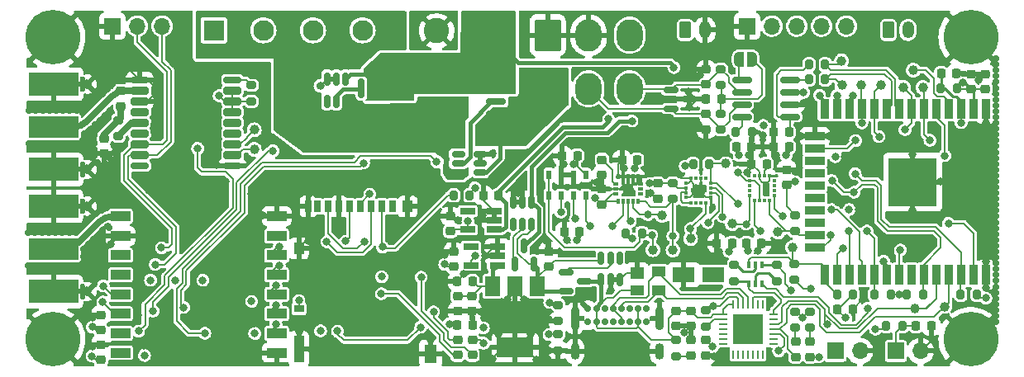
<source format=gbr>
%TF.GenerationSoftware,KiCad,Pcbnew,(6.0.1-0)*%
%TF.CreationDate,2022-03-21T22:53:48+00:00*%
%TF.ProjectId,PickleRick,5069636b-6c65-4526-9963-6b2e6b696361,rev?*%
%TF.SameCoordinates,Original*%
%TF.FileFunction,Copper,L1,Top*%
%TF.FilePolarity,Positive*%
%FSLAX46Y46*%
G04 Gerber Fmt 4.6, Leading zero omitted, Abs format (unit mm)*
G04 Created by KiCad (PCBNEW (6.0.1-0)) date 2022-03-21 22:53:48*
%MOMM*%
%LPD*%
G01*
G04 APERTURE LIST*
G04 Aperture macros list*
%AMRoundRect*
0 Rectangle with rounded corners*
0 $1 Rounding radius*
0 $2 $3 $4 $5 $6 $7 $8 $9 X,Y pos of 4 corners*
0 Add a 4 corners polygon primitive as box body*
4,1,4,$2,$3,$4,$5,$6,$7,$8,$9,$2,$3,0*
0 Add four circle primitives for the rounded corners*
1,1,$1+$1,$2,$3*
1,1,$1+$1,$4,$5*
1,1,$1+$1,$6,$7*
1,1,$1+$1,$8,$9*
0 Add four rect primitives between the rounded corners*
20,1,$1+$1,$2,$3,$4,$5,0*
20,1,$1+$1,$4,$5,$6,$7,0*
20,1,$1+$1,$6,$7,$8,$9,0*
20,1,$1+$1,$8,$9,$2,$3,0*%
%AMFreePoly0*
4,1,22,0.500000,-0.750000,0.000000,-0.750000,0.000000,-0.745033,-0.079941,-0.743568,-0.215256,-0.701293,-0.333266,-0.622738,-0.424486,-0.514219,-0.481581,-0.384460,-0.499164,-0.250000,-0.500000,-0.250000,-0.500000,0.250000,-0.499164,0.250000,-0.499963,0.256109,-0.478152,0.396186,-0.417904,0.524511,-0.324060,0.630769,-0.204165,0.706417,-0.067858,0.745374,0.000000,0.744959,0.000000,0.750000,
0.500000,0.750000,0.500000,-0.750000,0.500000,-0.750000,$1*%
%AMFreePoly1*
4,1,20,0.000000,0.744959,0.073905,0.744508,0.209726,0.703889,0.328688,0.626782,0.421226,0.519385,0.479903,0.390333,0.500000,0.250000,0.500000,-0.250000,0.499851,-0.262216,0.476331,-0.402017,0.414519,-0.529596,0.319384,-0.634700,0.198574,-0.708877,0.061801,-0.746166,0.000000,-0.745033,0.000000,-0.750000,-0.500000,-0.750000,-0.500000,0.750000,0.000000,0.750000,0.000000,0.744959,
0.000000,0.744959,$1*%
G04 Aperture macros list end*
%TA.AperFunction,ComponentPad*%
%ADD10R,2.100000X2.100000*%
%TD*%
%TA.AperFunction,ComponentPad*%
%ADD11C,2.100000*%
%TD*%
%TA.AperFunction,SMDPad,CuDef*%
%ADD12R,2.000000X1.000000*%
%TD*%
%TA.AperFunction,SMDPad,CuDef*%
%ADD13RoundRect,0.175000X0.725000X0.175000X-0.725000X0.175000X-0.725000X-0.175000X0.725000X-0.175000X0*%
%TD*%
%TA.AperFunction,SMDPad,CuDef*%
%ADD14RoundRect,0.200000X0.700000X0.200000X-0.700000X0.200000X-0.700000X-0.200000X0.700000X-0.200000X0*%
%TD*%
%TA.AperFunction,SMDPad,CuDef*%
%ADD15R,0.550000X0.950000*%
%TD*%
%TA.AperFunction,SMDPad,CuDef*%
%ADD16RoundRect,0.200000X-0.275000X0.200000X-0.275000X-0.200000X0.275000X-0.200000X0.275000X0.200000X0*%
%TD*%
%TA.AperFunction,SMDPad,CuDef*%
%ADD17R,5.000000X5.000000*%
%TD*%
%TA.AperFunction,SMDPad,CuDef*%
%ADD18R,0.900000X2.000000*%
%TD*%
%TA.AperFunction,SMDPad,CuDef*%
%ADD19R,2.000000X0.900000*%
%TD*%
%TA.AperFunction,SMDPad,CuDef*%
%ADD20RoundRect,0.200000X0.275000X-0.200000X0.275000X0.200000X-0.275000X0.200000X-0.275000X-0.200000X0*%
%TD*%
%TA.AperFunction,SMDPad,CuDef*%
%ADD21RoundRect,0.225000X-0.225000X-0.250000X0.225000X-0.250000X0.225000X0.250000X-0.225000X0.250000X0*%
%TD*%
%TA.AperFunction,SMDPad,CuDef*%
%ADD22RoundRect,0.225000X-0.250000X0.225000X-0.250000X-0.225000X0.250000X-0.225000X0.250000X0.225000X0*%
%TD*%
%TA.AperFunction,SMDPad,CuDef*%
%ADD23C,1.000000*%
%TD*%
%TA.AperFunction,SMDPad,CuDef*%
%ADD24R,2.200000X1.600000*%
%TD*%
%TA.AperFunction,SMDPad,CuDef*%
%ADD25RoundRect,0.218750X0.256250X-0.218750X0.256250X0.218750X-0.256250X0.218750X-0.256250X-0.218750X0*%
%TD*%
%TA.AperFunction,SMDPad,CuDef*%
%ADD26RoundRect,0.225000X0.250000X-0.225000X0.250000X0.225000X-0.250000X0.225000X-0.250000X-0.225000X0*%
%TD*%
%TA.AperFunction,SMDPad,CuDef*%
%ADD27RoundRect,0.225000X0.225000X0.250000X-0.225000X0.250000X-0.225000X-0.250000X0.225000X-0.250000X0*%
%TD*%
%TA.AperFunction,SMDPad,CuDef*%
%ADD28RoundRect,0.200000X0.200000X0.275000X-0.200000X0.275000X-0.200000X-0.275000X0.200000X-0.275000X0*%
%TD*%
%TA.AperFunction,SMDPad,CuDef*%
%ADD29R,1.000000X2.800000*%
%TD*%
%TA.AperFunction,SMDPad,CuDef*%
%ADD30R,1.000000X1.200000*%
%TD*%
%TA.AperFunction,SMDPad,CuDef*%
%ADD31R,1.300000X1.900000*%
%TD*%
%TA.AperFunction,SMDPad,CuDef*%
%ADD32R,1.000000X0.800000*%
%TD*%
%TA.AperFunction,SMDPad,CuDef*%
%ADD33R,0.700000X1.200000*%
%TD*%
%TA.AperFunction,SMDPad,CuDef*%
%ADD34RoundRect,0.150000X-0.150000X0.825000X-0.150000X-0.825000X0.150000X-0.825000X0.150000X0.825000X0*%
%TD*%
%TA.AperFunction,SMDPad,CuDef*%
%ADD35RoundRect,0.200000X-0.200000X-0.275000X0.200000X-0.275000X0.200000X0.275000X-0.200000X0.275000X0*%
%TD*%
%TA.AperFunction,ComponentPad*%
%ADD36R,1.700000X1.700000*%
%TD*%
%TA.AperFunction,ComponentPad*%
%ADD37O,1.700000X1.700000*%
%TD*%
%TA.AperFunction,SMDPad,CuDef*%
%ADD38RoundRect,0.150000X-0.587500X-0.150000X0.587500X-0.150000X0.587500X0.150000X-0.587500X0.150000X0*%
%TD*%
%TA.AperFunction,SMDPad,CuDef*%
%ADD39RoundRect,0.150000X-0.150000X0.512500X-0.150000X-0.512500X0.150000X-0.512500X0.150000X0.512500X0*%
%TD*%
%TA.AperFunction,SMDPad,CuDef*%
%ADD40R,5.080000X2.290000*%
%TD*%
%TA.AperFunction,SMDPad,CuDef*%
%ADD41R,5.080000X2.420000*%
%TD*%
%TA.AperFunction,SMDPad,CuDef*%
%ADD42R,0.950000X0.460000*%
%TD*%
%TA.AperFunction,ComponentPad*%
%ADD43C,0.970000*%
%TD*%
%TA.AperFunction,SMDPad,CuDef*%
%ADD44R,1.560000X0.650000*%
%TD*%
%TA.AperFunction,SMDPad,CuDef*%
%ADD45R,1.400000X1.000000*%
%TD*%
%TA.AperFunction,SMDPad,CuDef*%
%ADD46R,1.400000X1.200000*%
%TD*%
%TA.AperFunction,ComponentPad*%
%ADD47C,5.600000*%
%TD*%
%TA.AperFunction,ComponentPad*%
%ADD48RoundRect,0.250001X-1.099999X-1.399999X1.099999X-1.399999X1.099999X1.399999X-1.099999X1.399999X0*%
%TD*%
%TA.AperFunction,ComponentPad*%
%ADD49O,2.700000X3.300000*%
%TD*%
%TA.AperFunction,ComponentPad*%
%ADD50RoundRect,0.250000X-0.350000X-0.625000X0.350000X-0.625000X0.350000X0.625000X-0.350000X0.625000X0*%
%TD*%
%TA.AperFunction,ComponentPad*%
%ADD51O,1.200000X1.750000*%
%TD*%
%TA.AperFunction,ComponentPad*%
%ADD52C,0.700000*%
%TD*%
%TA.AperFunction,ComponentPad*%
%ADD53O,0.900000X1.700000*%
%TD*%
%TA.AperFunction,ComponentPad*%
%ADD54O,0.900000X2.400000*%
%TD*%
%TA.AperFunction,SMDPad,CuDef*%
%ADD55R,0.254000X0.900000*%
%TD*%
%TA.AperFunction,SMDPad,CuDef*%
%ADD56R,0.900000X0.254000*%
%TD*%
%TA.AperFunction,SMDPad,CuDef*%
%ADD57R,3.100000X3.100000*%
%TD*%
%TA.AperFunction,SMDPad,CuDef*%
%ADD58RoundRect,0.150000X0.825000X0.150000X-0.825000X0.150000X-0.825000X-0.150000X0.825000X-0.150000X0*%
%TD*%
%TA.AperFunction,SMDPad,CuDef*%
%ADD59R,0.300000X0.450000*%
%TD*%
%TA.AperFunction,SMDPad,CuDef*%
%ADD60R,0.450000X0.300000*%
%TD*%
%TA.AperFunction,SMDPad,CuDef*%
%ADD61RoundRect,0.150000X0.150000X-0.587500X0.150000X0.587500X-0.150000X0.587500X-0.150000X-0.587500X0*%
%TD*%
%TA.AperFunction,SMDPad,CuDef*%
%ADD62FreePoly0,0.000000*%
%TD*%
%TA.AperFunction,SMDPad,CuDef*%
%ADD63FreePoly1,0.000000*%
%TD*%
%TA.AperFunction,SMDPad,CuDef*%
%ADD64RoundRect,0.218750X-0.256250X0.218750X-0.256250X-0.218750X0.256250X-0.218750X0.256250X0.218750X0*%
%TD*%
%TA.AperFunction,SMDPad,CuDef*%
%ADD65R,0.490000X0.350000*%
%TD*%
%TA.AperFunction,SMDPad,CuDef*%
%ADD66R,0.350000X0.490000*%
%TD*%
%TA.AperFunction,ComponentPad*%
%ADD67R,2.600000X2.600000*%
%TD*%
%TA.AperFunction,ComponentPad*%
%ADD68C,2.600000*%
%TD*%
%TA.AperFunction,SMDPad,CuDef*%
%ADD69RoundRect,0.150000X0.512500X0.150000X-0.512500X0.150000X-0.512500X-0.150000X0.512500X-0.150000X0*%
%TD*%
%TA.AperFunction,SMDPad,CuDef*%
%ADD70RoundRect,0.218750X0.218750X0.256250X-0.218750X0.256250X-0.218750X-0.256250X0.218750X-0.256250X0*%
%TD*%
%TA.AperFunction,SMDPad,CuDef*%
%ADD71R,0.400000X0.650000*%
%TD*%
%TA.AperFunction,SMDPad,CuDef*%
%ADD72R,1.500000X2.000000*%
%TD*%
%TA.AperFunction,SMDPad,CuDef*%
%ADD73R,3.800000X2.000000*%
%TD*%
%TA.AperFunction,SMDPad,CuDef*%
%ADD74RoundRect,0.150000X0.150000X-0.512500X0.150000X0.512500X-0.150000X0.512500X-0.150000X-0.512500X0*%
%TD*%
%TA.AperFunction,ViaPad*%
%ADD75C,0.800000*%
%TD*%
%TA.AperFunction,ViaPad*%
%ADD76C,0.700000*%
%TD*%
%TA.AperFunction,Conductor*%
%ADD77C,0.200000*%
%TD*%
%TA.AperFunction,Conductor*%
%ADD78C,0.250000*%
%TD*%
%TA.AperFunction,Conductor*%
%ADD79C,0.400000*%
%TD*%
%TA.AperFunction,Conductor*%
%ADD80C,0.644926*%
%TD*%
G04 APERTURE END LIST*
D10*
%TO.P,J6,1,Pin_1*%
%TO.N,/nukes/Nuke4-*%
X119450000Y-62280000D03*
D11*
%TO.P,J6,2,Pin_2*%
%TO.N,+24V*%
X121990000Y-62280000D03*
%TO.P,J6,3,Pin_3*%
%TO.N,/nukes/Nuke3-*%
X124530000Y-62280000D03*
%TO.P,J6,4,Pin_4*%
%TO.N,+24V*%
X127070000Y-62280000D03*
%TO.P,J6,5,Pin_5*%
%TO.N,/nukes/Nuke2-*%
X129610000Y-62280000D03*
%TO.P,J6,6,Pin_6*%
%TO.N,+24V*%
X132150000Y-62280000D03*
%TO.P,J6,7,Pin_7*%
%TO.N,/nukes/Nuke1-*%
X134690000Y-62280000D03*
%TO.P,J6,8,Pin_8*%
%TO.N,+24V*%
X137230000Y-62280000D03*
%TD*%
D12*
%TO.P,U19,1,GND*%
%TO.N,GND*%
X125900000Y-95375000D03*
%TO.P,U19,2,MISO*%
%TO.N,/VSPI_MISO*%
X125900000Y-93375000D03*
%TO.P,U19,3,MOSI*%
%TO.N,/VSPI_MOSI*%
X125900000Y-91375000D03*
%TO.P,U19,4,SCK*%
%TO.N,/VSPI_SCLK*%
X125900000Y-89375000D03*
%TO.P,U19,5,NSS*%
%TO.N,/LORA_CS*%
X125900000Y-87375000D03*
%TO.P,U19,6,RESET*%
%TO.N,/LORA_RESET*%
X125900000Y-85375000D03*
%TO.P,U19,7,DIO5*%
%TO.N,unconnected-(U19-Pad7)*%
X125900000Y-83375000D03*
%TO.P,U19,8,GND*%
%TO.N,GND*%
X125900000Y-81375000D03*
%TO.P,U19,9,ANT*%
%TO.N,Net-(J18-Pad1)*%
X109900000Y-81375000D03*
%TO.P,U19,10,GND*%
%TO.N,GND*%
X109900000Y-83375000D03*
%TO.P,U19,11,DIO3*%
%TO.N,unconnected-(U19-Pad11)*%
X109900000Y-85375000D03*
%TO.P,U19,12,DIO4*%
%TO.N,unconnected-(U19-Pad12)*%
X109900000Y-87375000D03*
%TO.P,U19,13,3.3V*%
%TO.N,+3V3*%
X109900000Y-89375000D03*
%TO.P,U19,14,DIO0*%
%TO.N,/LORA_INT*%
X109900000Y-91375000D03*
%TO.P,U19,15,DIO1*%
%TO.N,unconnected-(U19-Pad15)*%
X109900000Y-93375000D03*
%TO.P,U19,16,DIO2*%
%TO.N,unconnected-(U19-Pad16)*%
X109900000Y-95375000D03*
%TD*%
D13*
%TO.P,U17,1,GND*%
%TO.N,GND*%
X121360000Y-76170000D03*
D14*
%TO.P,U17,2,TXD*%
%TO.N,/GPS/TXD*%
X121360000Y-75070000D03*
%TO.P,U17,3,RXD*%
%TO.N,/GPS/RXD*%
X121360000Y-73970000D03*
%TO.P,U17,4,TIMEPULSE*%
%TO.N,unconnected-(U17-Pad4)*%
X121360000Y-72870000D03*
%TO.P,U17,5,EXTINT*%
%TO.N,unconnected-(U17-Pad5)*%
X121360000Y-71770000D03*
%TO.P,U17,6,V_BCKP*%
%TO.N,+3V3*%
X121360000Y-70670000D03*
%TO.P,U17,7,VCC_IO*%
X121360000Y-69570000D03*
%TO.P,U17,8,VCC*%
X121360000Y-68470000D03*
D13*
%TO.P,U17,9,~{RESET}*%
%TO.N,Net-(R42-Pad2)*%
X121360000Y-67370000D03*
%TO.P,U17,10,GND*%
%TO.N,GND*%
X111860000Y-67370000D03*
D14*
%TO.P,U17,11,RF_IN*%
%TO.N,Net-(J16-Pad1)*%
X111860000Y-68470000D03*
%TO.P,U17,12,GND*%
%TO.N,GND*%
X111860000Y-69570000D03*
%TO.P,U17,13,LNA_EN*%
%TO.N,unconnected-(U17-Pad13)*%
X111860000Y-70670000D03*
%TO.P,U17,14,VCC_RF*%
%TO.N,Net-(R43-Pad2)*%
X111860000Y-71770000D03*
%TO.P,U17,15,Reserved*%
%TO.N,unconnected-(U17-Pad15)*%
X111860000Y-72870000D03*
%TO.P,U17,16,SDA*%
%TO.N,/SDA*%
X111860000Y-73970000D03*
%TO.P,U17,17,SCL*%
%TO.N,/SCL*%
X111860000Y-75070000D03*
D13*
%TO.P,U17,18,~{SAFEBOOT}*%
%TO.N,unconnected-(U17-Pad18)*%
X111860000Y-76170000D03*
%TD*%
D15*
%TO.P,U3,1,VDD*%
%TO.N,+3V3*%
X157550000Y-77125000D03*
%TO.P,U3,2,PS*%
%TO.N,GND*%
X156300000Y-77125000D03*
%TO.P,U3,3,GND*%
X155050000Y-77125000D03*
%TO.P,U3,4,CSB*%
%TO.N,/BARO_CS*%
X153800000Y-77125000D03*
%TO.P,U3,5,CSB*%
X153800000Y-79275000D03*
%TO.P,U3,6,SDO*%
%TO.N,/VSPI_MISO*%
X155050000Y-79275000D03*
%TO.P,U3,7,SDI/SDA*%
%TO.N,/VSPI_MOSI*%
X156300000Y-79275000D03*
%TO.P,U3,8,SCLK*%
%TO.N,/VSPI_SCLK*%
X157550000Y-79275000D03*
%TD*%
D16*
%TO.P,R43,1*%
%TO.N,Net-(C29-Pad1)*%
X109700000Y-71500000D03*
%TO.P,R43,2*%
%TO.N,Net-(R43-Pad2)*%
X109700000Y-73150000D03*
%TD*%
D17*
%TO.P,U2,39,GND*%
%TO.N,GND*%
X191045000Y-77880000D03*
D18*
%TO.P,U2,38,GND*%
X198545000Y-87380000D03*
%TO.P,U2,37,IO23*%
%TO.N,/HSPI_MOSI*%
X197275000Y-87380000D03*
%TO.P,U2,36,IO22*%
%TO.N,/SCL*%
X196005000Y-87380000D03*
%TO.P,U2,35,TXD0/IO1*%
%TO.N,/RXD*%
X194735000Y-87380000D03*
%TO.P,U2,34,RXD0/IO3*%
%TO.N,/TXD*%
X193465000Y-87380000D03*
%TO.P,U2,33,IO21*%
%TO.N,/SDA*%
X192195000Y-87380000D03*
%TO.P,U2,32,NC*%
%TO.N,unconnected-(U2-Pad32)*%
X190925000Y-87380000D03*
%TO.P,U2,31,IO19*%
%TO.N,/HSPI_MISO*%
X189655000Y-87380000D03*
%TO.P,U2,30,IO18*%
%TO.N,/HSPI_SCLK*%
X188385000Y-87380000D03*
%TO.P,U2,29,IO5*%
%TO.N,/LORA_CS*%
X187115000Y-87380000D03*
%TO.P,U2,28,IO17*%
%TO.N,/IMU2_CS*%
X185845000Y-87380000D03*
%TO.P,U2,27,IO16*%
%TO.N,/IMU1_CS*%
X184575000Y-87380000D03*
%TO.P,U2,26,IO4*%
%TO.N,/LORA_RESET*%
X183305000Y-87380000D03*
%TO.P,U2,25,IO0*%
%TO.N,/BOOT*%
X182035000Y-87380000D03*
D19*
%TO.P,U2,24,IO2*%
%TO.N,/BARO_CS*%
X181035000Y-84595000D03*
%TO.P,U2,23,IO15*%
%TO.N,/MAG_CS*%
X181035000Y-83325000D03*
%TO.P,U2,22,SDI/SD1*%
%TO.N,unconnected-(U2-Pad22)*%
X181035000Y-82055000D03*
%TO.P,U2,21,SDO/SD0*%
%TO.N,unconnected-(U2-Pad21)*%
X181035000Y-80785000D03*
%TO.P,U2,20,SCK/CLK*%
%TO.N,unconnected-(U2-Pad20)*%
X181035000Y-79515000D03*
%TO.P,U2,19,SCS/CMD*%
%TO.N,unconnected-(U2-Pad19)*%
X181035000Y-78245000D03*
%TO.P,U2,18,SWP/SD3*%
%TO.N,unconnected-(U2-Pad18)*%
X181035000Y-76975000D03*
%TO.P,U2,17,SHD/SD2*%
%TO.N,unconnected-(U2-Pad17)*%
X181035000Y-75705000D03*
%TO.P,U2,16,IO13*%
%TO.N,/VSPI_MOSI*%
X181035000Y-74435000D03*
%TO.P,U2,15,GND*%
%TO.N,GND*%
X181035000Y-73165000D03*
D18*
%TO.P,U2,14,IO12*%
%TO.N,/VSPI_MISO*%
X182035000Y-70380000D03*
%TO.P,U2,13,IO14*%
%TO.N,/VSPI_SCLK*%
X183305000Y-70380000D03*
%TO.P,U2,12,IO27*%
%TO.N,/Buzzer*%
X184575000Y-70380000D03*
%TO.P,U2,11,IO26*%
%TO.N,/SD2_CS*%
X185845000Y-70380000D03*
%TO.P,U2,10,IO25*%
%TO.N,/SD1_CS*%
X187115000Y-70380000D03*
%TO.P,U2,9,IO33*%
%TO.N,/CAN_RX*%
X188385000Y-70380000D03*
%TO.P,U2,8,IO32*%
%TO.N,/CAN_TX*%
X189655000Y-70380000D03*
%TO.P,U2,7,IO35*%
%TO.N,/SD2_DET*%
X190925000Y-70380000D03*
%TO.P,U2,6,IO34*%
%TO.N,/SD1_DET*%
X192195000Y-70380000D03*
%TO.P,U2,5,SENSOR_VN*%
%TO.N,/LORA_INT*%
X193465000Y-70380000D03*
%TO.P,U2,4,SENSOR_VP*%
%TO.N,/BattVolt*%
X194735000Y-70380000D03*
%TO.P,U2,3,EN*%
%TO.N,/EN*%
X196005000Y-70380000D03*
%TO.P,U2,2,VDD*%
%TO.N,+3V3*%
X197275000Y-70380000D03*
%TO.P,U2,1,GND*%
%TO.N,GND*%
X198545000Y-70380000D03*
%TD*%
D20*
%TO.P,R42,1*%
%TO.N,+3V3*%
X123300000Y-69575000D03*
%TO.P,R42,2*%
%TO.N,Net-(R42-Pad2)*%
X123300000Y-67925000D03*
%TD*%
%TO.P,R49,1*%
%TO.N,Net-(C37-Pad1)*%
X171420000Y-67920359D03*
%TO.P,R49,2*%
%TO.N,/CAN_LOW*%
X171420000Y-66270359D03*
%TD*%
D21*
%TO.P,C1,1*%
%TO.N,/EN*%
X193975000Y-66710000D03*
%TO.P,C1,2*%
%TO.N,GND*%
X195525000Y-66710000D03*
%TD*%
D22*
%TO.P,C5,1*%
%TO.N,GND*%
X198520000Y-66765000D03*
%TO.P,C5,2*%
%TO.N,+3V3*%
X198520000Y-68315000D03*
%TD*%
D23*
%TO.P,TP15,1,1*%
%TO.N,/IMU1_CS*%
X166500000Y-84850000D03*
%TD*%
D24*
%TO.P,C30,1*%
%TO.N,GND*%
X167600000Y-87370000D03*
%TO.P,C30,2*%
%TO.N,+3V3*%
X170600000Y-87370000D03*
%TD*%
D23*
%TO.P,TP6,1,1*%
%TO.N,/RXD*%
X194340000Y-90630000D03*
%TD*%
D25*
%TO.P,D1,1,K*%
%TO.N,/RXD*%
X179055000Y-95795000D03*
%TO.P,D1,2,A*%
%TO.N,Net-(D1-Pad2)*%
X179055000Y-94220000D03*
%TD*%
D26*
%TO.P,C35,1*%
%TO.N,+3V3*%
X107890000Y-96075000D03*
%TO.P,C35,2*%
%TO.N,GND*%
X107890000Y-94525000D03*
%TD*%
D27*
%TO.P,C6,1*%
%TO.N,+3V3*%
X156700000Y-75150000D03*
%TO.P,C6,2*%
%TO.N,GND*%
X155150000Y-75150000D03*
%TD*%
%TO.P,C11,1*%
%TO.N,+3V3*%
X172550000Y-84130000D03*
%TO.P,C11,2*%
%TO.N,GND*%
X171000000Y-84130000D03*
%TD*%
D28*
%TO.P,R3,1*%
%TO.N,+3V3*%
X195575000Y-68220000D03*
%TO.P,R3,2*%
%TO.N,/EN*%
X193925000Y-68220000D03*
%TD*%
D23*
%TO.P,TP12,1,1*%
%TO.N,/VSPI_MOSI*%
X172550000Y-82150000D03*
%TD*%
D16*
%TO.P,R1,1*%
%TO.N,Net-(Q1-Pad2)*%
X172770000Y-86385000D03*
%TO.P,R1,2*%
%TO.N,/DTR*%
X172770000Y-88035000D03*
%TD*%
D29*
%TO.P,J4,11,SHIELD*%
%TO.N,GND*%
X128175000Y-95025000D03*
D30*
X139325000Y-80375000D03*
D31*
X141675000Y-95475000D03*
D30*
X128175000Y-84675000D03*
D32*
%TO.P,J4,10,DET_A*%
%TO.N,/SD1_DET*%
X128175000Y-90875000D03*
D33*
%TO.P,J4,9,DET_B*%
%TO.N,GND*%
X129125000Y-80375000D03*
%TO.P,J4,8,DAT1*%
%TO.N,unconnected-(J4-Pad8)*%
X130075000Y-80375000D03*
%TO.P,J4,7,DAT0*%
%TO.N,/HSPI_MISO*%
X131175000Y-80375000D03*
%TO.P,J4,6,VSS*%
%TO.N,GND*%
X132275000Y-80375000D03*
%TO.P,J4,5,CLK*%
%TO.N,/HSPI_SCLK*%
X133375000Y-80375000D03*
%TO.P,J4,4,VDD*%
%TO.N,+3V3*%
X134475000Y-80375000D03*
%TO.P,J4,3,CMD*%
%TO.N,/HSPI_MOSI*%
X135575000Y-80375000D03*
%TO.P,J4,2,DAT3/CD*%
%TO.N,/SD1_CS*%
X136675000Y-80375000D03*
%TO.P,J4,1,DAT2*%
%TO.N,unconnected-(J4-Pad1)*%
X137775000Y-80375000D03*
%TD*%
D23*
%TO.P,TP14,1,1*%
%TO.N,/MAG_CS*%
X177250000Y-83000000D03*
%TD*%
D34*
%TO.P,Q7,1,S*%
%TO.N,/power/Deploy_Lipo+*%
X138370000Y-68200000D03*
%TO.P,Q7,2,S*%
X137100000Y-68200000D03*
%TO.P,Q7,3,S*%
X135830000Y-68200000D03*
%TO.P,Q7,4,G*%
%TO.N,Net-(Q7-Pad4)*%
X134560000Y-68200000D03*
%TO.P,Q7,5,D*%
%TO.N,+24V*%
X134560000Y-73150000D03*
%TO.P,Q7,6,D*%
X135830000Y-73150000D03*
%TO.P,Q7,7,D*%
X137100000Y-73150000D03*
%TO.P,Q7,8,D*%
X138370000Y-73150000D03*
%TD*%
D23*
%TO.P,TP26,1,1*%
%TO.N,/SD2_DET*%
X190080000Y-68120000D03*
%TD*%
D35*
%TO.P,R17,1*%
%TO.N,/LORA_CS*%
X187145000Y-89400000D03*
%TO.P,R17,2*%
%TO.N,+3V3*%
X188795000Y-89400000D03*
%TD*%
D25*
%TO.P,D3,1,K*%
%TO.N,/SD1_DET*%
X145950000Y-95625000D03*
%TO.P,D3,2,A*%
%TO.N,Net-(D3-Pad2)*%
X145950000Y-94050000D03*
%TD*%
D27*
%TO.P,C23,1*%
%TO.N,+3V3*%
X156930000Y-82960000D03*
%TO.P,C23,2*%
%TO.N,GND*%
X155380000Y-82960000D03*
%TD*%
D36*
%TO.P,J3,1,Pin_1*%
%TO.N,Net-(C3-Pad1)*%
X183125000Y-95200000D03*
D37*
%TO.P,J3,2,Pin_2*%
%TO.N,GND*%
X185665000Y-95200000D03*
%TD*%
D38*
%TO.P,Q10,1,G*%
%TO.N,Net-(Q10-Pad1)*%
X155512500Y-87125000D03*
%TO.P,Q10,2,S*%
%TO.N,/power/3.3reg_in*%
X155512500Y-89025000D03*
%TO.P,Q10,3,D*%
%TO.N,VBUS*%
X157387500Y-88075000D03*
%TD*%
D35*
%TO.P,R15,2*%
%TO.N,+3V3*%
X145675000Y-79225000D03*
%TO.P,R15,1*%
%TO.N,/SD1_CS*%
X144025000Y-79225000D03*
%TD*%
D28*
%TO.P,R20,1*%
%TO.N,/IMU2_CS*%
X170205000Y-75993500D03*
%TO.P,R20,2*%
%TO.N,+3V3*%
X168555000Y-75993500D03*
%TD*%
D16*
%TO.P,R7,1*%
%TO.N,+3V3*%
X179035000Y-91170000D03*
%TO.P,R7,2*%
%TO.N,Net-(D1-Pad2)*%
X179035000Y-92820000D03*
%TD*%
D39*
%TO.P,U15,1,VIN*%
%TO.N,/power/UC_Lipo+*%
X152025000Y-79912500D03*
%TO.P,U15,2,GND*%
%TO.N,GND*%
X151075000Y-79912500D03*
%TO.P,U15,3,CTL*%
X150125000Y-79912500D03*
%TO.P,U15,4,STAT*%
%TO.N,unconnected-(U15-Pad4)*%
X150125000Y-82187500D03*
%TO.P,U15,5,GATE*%
%TO.N,Net-(Q9-Pad1)*%
X151075000Y-82187500D03*
%TO.P,U15,6,SENSE*%
%TO.N,/power/3.3reg_in*%
X152025000Y-82187500D03*
%TD*%
D22*
%TO.P,C15,1*%
%TO.N,+3V3*%
X164970000Y-78008500D03*
%TO.P,C15,2*%
%TO.N,GND*%
X164970000Y-79558500D03*
%TD*%
D40*
%TO.P,J18,1,In*%
%TO.N,Net-(J18-Pad1)*%
X103020000Y-84720000D03*
D41*
%TO.P,J18,2,Ext*%
%TO.N,GND*%
X103020000Y-80340000D03*
X103020000Y-89100000D03*
D42*
X106010000Y-89100000D03*
D43*
X106460000Y-80340000D03*
D42*
X106010000Y-80340000D03*
D43*
X106460000Y-89100000D03*
%TD*%
D26*
%TO.P,C32,1*%
%TO.N,GND*%
X169850000Y-95650000D03*
%TO.P,C32,2*%
%TO.N,+3V3*%
X169850000Y-94100000D03*
%TD*%
D23*
%TO.P,TP24,1,1*%
%TO.N,/CAN_RX*%
X183800000Y-67925000D03*
%TD*%
D35*
%TO.P,R41,1*%
%TO.N,Net-(R41-Pad1)*%
X172930000Y-72750000D03*
%TO.P,R41,2*%
%TO.N,GND*%
X174580000Y-72750000D03*
%TD*%
D22*
%TO.P,C29,1*%
%TO.N,Net-(C29-Pad1)*%
X108190000Y-73365000D03*
%TO.P,C29,2*%
%TO.N,GND*%
X108190000Y-74915000D03*
%TD*%
%TO.P,C13,1*%
%TO.N,Net-(C13-Pad1)*%
X159230000Y-75563500D03*
%TO.P,C13,2*%
%TO.N,GND*%
X159230000Y-77113500D03*
%TD*%
D36*
%TO.P,J10,1,Pin_1*%
%TO.N,GND*%
X109070000Y-61850000D03*
D37*
%TO.P,J10,2,Pin_2*%
%TO.N,/SDA*%
X111610000Y-61850000D03*
%TO.P,J10,3,Pin_3*%
%TO.N,/SCL*%
X114150000Y-61850000D03*
%TD*%
D22*
%TO.P,C24,1*%
%TO.N,GND*%
X153750000Y-84975000D03*
%TO.P,C24,2*%
%TO.N,/power/3.3reg_in*%
X153750000Y-86525000D03*
%TD*%
D44*
%TO.P,U11,1,IN*%
%TO.N,/power/RBUS_3.3_IN*%
X148175000Y-82750000D03*
%TO.P,U11,2,GND*%
%TO.N,GND*%
X148175000Y-81800000D03*
%TO.P,U11,3,CTL*%
X148175000Y-80850000D03*
%TO.P,U11,4,STAT*%
%TO.N,unconnected-(U11-Pad4)*%
X145475000Y-80850000D03*
%TO.P,U11,5,OUT*%
%TO.N,+3V3*%
X145475000Y-82750000D03*
%TD*%
D45*
%TO.P,D20,4,K*%
%TO.N,/usb_uart/Data+*%
X165025000Y-87050000D03*
%TO.P,D20,3,K*%
%TO.N,/usb_uart/Data-*%
X165025000Y-88950000D03*
%TO.P,D20,2,K*%
%TO.N,VBUS*%
X162825000Y-88950000D03*
D46*
%TO.P,D20,1,A*%
%TO.N,GND*%
X162825000Y-87230000D03*
%TD*%
D28*
%TO.P,R40,1*%
%TO.N,/CAN_RX*%
X182095000Y-67310000D03*
%TO.P,R40,2*%
%TO.N,Net-(R40-Pad2)*%
X180445000Y-67310000D03*
%TD*%
D26*
%TO.P,C26,1*%
%TO.N,GND*%
X144430000Y-91095000D03*
%TO.P,C26,2*%
%TO.N,/power/3.3reg_out*%
X144430000Y-89545000D03*
%TD*%
D23*
%TO.P,TP11,1,1*%
%TO.N,/VSPI_MISO*%
X165400000Y-81300000D03*
%TD*%
%TO.P,TP28,1,1*%
%TO.N,/GPS/TXD*%
X123600000Y-74500000D03*
%TD*%
D20*
%TO.P,R5,1*%
%TO.N,+3V3*%
X178925000Y-87900000D03*
%TO.P,R5,2*%
%TO.N,/BOOT*%
X178925000Y-86250000D03*
%TD*%
D26*
%TO.P,C18,1*%
%TO.N,+3V3*%
X178150000Y-78128873D03*
%TO.P,C18,2*%
%TO.N,GND*%
X178150000Y-76578873D03*
%TD*%
D16*
%TO.P,R47,1*%
%TO.N,VBUS*%
X166830000Y-94060000D03*
%TO.P,R47,2*%
%TO.N,Net-(D21-Pad2)*%
X166830000Y-95710000D03*
%TD*%
D47*
%TO.P,H3,1,1*%
%TO.N,GND*%
X197000000Y-94000000D03*
%TD*%
D27*
%TO.P,C20,1*%
%TO.N,/power/RBUS_3.3_IN*%
X148625000Y-79225000D03*
%TO.P,C20,2*%
%TO.N,GND*%
X147075000Y-79225000D03*
%TD*%
D23*
%TO.P,TP21,1,1*%
%TO.N,/SD2_CS*%
X185800000Y-67900000D03*
%TD*%
D48*
%TO.P,J1,1,Pin_1*%
%TO.N,GND*%
X153660000Y-62790000D03*
D49*
%TO.P,J1,2,Pin_2*%
X157860000Y-62790000D03*
%TO.P,J1,3,Pin_3*%
%TO.N,/power/RBUS_3.3_IN*%
X162060000Y-62790000D03*
%TO.P,J1,4,Pin_4*%
%TO.N,/power/RBUS_24V_IN*%
X153660000Y-68290000D03*
%TO.P,J1,5,Pin_5*%
%TO.N,/CAN_HIGH*%
X157860000Y-68290000D03*
%TO.P,J1,6,Pin_6*%
%TO.N,/CAN_LOW*%
X162060000Y-68290000D03*
%TD*%
D50*
%TO.P,J11,1,Pin_1*%
%TO.N,Net-(D6-Pad2)*%
X188570000Y-62250000D03*
D51*
%TO.P,J11,2,Pin_2*%
%TO.N,+3V3*%
X190570000Y-62250000D03*
%TD*%
D23*
%TO.P,TP5,1,1*%
%TO.N,/BOOT*%
X178750000Y-84550000D03*
%TD*%
D26*
%TO.P,C34,1*%
%TO.N,+3V3*%
X107890000Y-93065000D03*
%TO.P,C34,2*%
%TO.N,GND*%
X107890000Y-91515000D03*
%TD*%
D20*
%TO.P,R19,1*%
%TO.N,/IMU1_CS*%
X166480000Y-79608500D03*
%TO.P,R19,2*%
%TO.N,+3V3*%
X166480000Y-77958500D03*
%TD*%
D52*
%TO.P,J17,A1,GND*%
%TO.N,GND*%
X157795000Y-90865000D03*
%TO.P,J17,A4,VBUS*%
%TO.N,VBUS*%
X158645000Y-90865000D03*
%TO.P,J17,A5,CC1*%
%TO.N,Net-(J17-PadA5)*%
X159495000Y-90865000D03*
%TO.P,J17,A6,D+*%
%TO.N,/usb_uart/Data+*%
X160345000Y-90865000D03*
%TO.P,J17,A7,D-*%
%TO.N,/usb_uart/Data-*%
X161195000Y-90865000D03*
%TO.P,J17,A8,SBU1*%
%TO.N,unconnected-(J17-PadA8)*%
X162045000Y-90865000D03*
%TO.P,J17,A9,VBUS*%
%TO.N,VBUS*%
X162895000Y-90865000D03*
%TO.P,J17,A12,GND*%
%TO.N,GND*%
X163745000Y-90865000D03*
%TO.P,J17,B1,GND*%
X163745000Y-92215000D03*
%TO.P,J17,B4,VBUS*%
%TO.N,VBUS*%
X162895000Y-92215000D03*
%TO.P,J17,B5,CC2*%
%TO.N,Net-(J17-PadB5)*%
X162045000Y-92215000D03*
%TO.P,J17,B6,D+*%
%TO.N,/usb_uart/Data+*%
X161195000Y-92215000D03*
%TO.P,J17,B7,D-*%
%TO.N,/usb_uart/Data-*%
X160345000Y-92215000D03*
%TO.P,J17,B8,SBU2*%
%TO.N,unconnected-(J17-PadB8)*%
X159495000Y-92215000D03*
%TO.P,J17,B9,VBUS*%
%TO.N,VBUS*%
X158645000Y-92215000D03*
%TO.P,J17,B12,GND*%
%TO.N,GND*%
X157795000Y-92215000D03*
D53*
%TO.P,J17,S1,SHIELD*%
X165095000Y-95225000D03*
D54*
X156445000Y-91845000D03*
D53*
X156445000Y-95225000D03*
D54*
X165095000Y-91845000D03*
%TD*%
D20*
%TO.P,R18,1*%
%TO.N,/MAG_CS*%
X179025000Y-82900000D03*
%TO.P,R18,2*%
%TO.N,+3V3*%
X179025000Y-81250000D03*
%TD*%
D36*
%TO.P,J12,1,Pin_1*%
%TO.N,GND*%
X174100000Y-61850000D03*
D37*
%TO.P,J12,2,Pin_2*%
%TO.N,/nukes/SERVO1*%
X176640000Y-61850000D03*
%TO.P,J12,3,Pin_3*%
%TO.N,/nukes/SERVO2*%
X179180000Y-61850000D03*
%TO.P,J12,4,Pin_4*%
%TO.N,/nukes/SERVO3*%
X181720000Y-61850000D03*
%TO.P,J12,5,Pin_5*%
%TO.N,/nukes/SERVO4*%
X184260000Y-61850000D03*
%TD*%
D55*
%TO.P,U18,1,DCD*%
%TO.N,unconnected-(U18-Pad1)*%
X175690000Y-90380000D03*
%TO.P,U18,2,RI*%
%TO.N,unconnected-(U18-Pad2)*%
X175190000Y-90380000D03*
%TO.P,U18,3,GND*%
%TO.N,GND*%
X174690000Y-90380000D03*
%TO.P,U18,4,D+*%
%TO.N,/usb_uart/Data+*%
X174190000Y-90380000D03*
%TO.P,U18,5,D-*%
%TO.N,/usb_uart/Data-*%
X173690000Y-90380000D03*
%TO.P,U18,6,VDD*%
%TO.N,+3V3*%
X173190000Y-90380000D03*
%TO.P,U18,7,REGIN*%
%TO.N,VBUS*%
X172690000Y-90380000D03*
D56*
%TO.P,U18,8,VBUS*%
X171600000Y-91470000D03*
%TO.P,U18,9,~{RST}*%
%TO.N,Net-(R46-Pad2)*%
X171600000Y-91970000D03*
%TO.P,U18,10,NC*%
%TO.N,unconnected-(U18-Pad10)*%
X171600000Y-92470000D03*
%TO.P,U18,11,~{SUSPEND}*%
%TO.N,unconnected-(U18-Pad11)*%
X171600000Y-92970000D03*
%TO.P,U18,12,SUSPEND*%
%TO.N,unconnected-(U18-Pad12)*%
X171600000Y-93470000D03*
%TO.P,U18,13,NC@1*%
%TO.N,unconnected-(U18-Pad13)*%
X171600000Y-93970000D03*
%TO.P,U18,14,NC@2*%
%TO.N,unconnected-(U18-Pad14)*%
X171600000Y-94470000D03*
D55*
%TO.P,U18,15,NC@3*%
%TO.N,unconnected-(U18-Pad15)*%
X172690000Y-95560000D03*
%TO.P,U18,16,NC@4*%
%TO.N,unconnected-(U18-Pad16)*%
X173190000Y-95560000D03*
%TO.P,U18,17,NC@5*%
%TO.N,unconnected-(U18-Pad17)*%
X173690000Y-95560000D03*
%TO.P,U18,18,NC/VPP*%
%TO.N,unconnected-(U18-Pad18)*%
X174190000Y-95560000D03*
%TO.P,U18,19,NC@6*%
%TO.N,unconnected-(U18-Pad19)*%
X174690000Y-95560000D03*
%TO.P,U18,20,NC@7*%
%TO.N,unconnected-(U18-Pad20)*%
X175190000Y-95560000D03*
%TO.P,U18,21,NC@8*%
%TO.N,unconnected-(U18-Pad21)*%
X175690000Y-95560000D03*
D56*
%TO.P,U18,22,NC@9*%
%TO.N,unconnected-(U18-Pad22)*%
X176780000Y-94470000D03*
%TO.P,U18,23,CTS*%
%TO.N,unconnected-(U18-Pad23)*%
X176780000Y-93970000D03*
%TO.P,U18,24,RTS*%
%TO.N,/RTS*%
X176780000Y-93470000D03*
%TO.P,U18,25,RXD*%
%TO.N,/RXD*%
X176780000Y-92970000D03*
%TO.P,U18,26,TXD*%
%TO.N,/TXD*%
X176780000Y-92470000D03*
%TO.P,U18,27,DSR*%
%TO.N,unconnected-(U18-Pad27)*%
X176780000Y-91970000D03*
%TO.P,U18,28,DTR*%
%TO.N,/DTR*%
X176780000Y-91470000D03*
D57*
%TO.P,U18,29,GND@1*%
%TO.N,unconnected-(U18-Pad29)*%
X174190000Y-92970000D03*
%TD*%
D25*
%TO.P,D4,2,A*%
%TO.N,Net-(D4-Pad2)*%
X144440000Y-94050000D03*
%TO.P,D4,1,K*%
%TO.N,/SD2_DET*%
X144440000Y-95625000D03*
%TD*%
D58*
%TO.P,U1,1,D*%
%TO.N,Net-(C27-Pad2)*%
X178505000Y-71175000D03*
%TO.P,U1,2,GND*%
%TO.N,GND*%
X178505000Y-69905000D03*
%TO.P,U1,3,VCC*%
%TO.N,+3V3*%
X178505000Y-68635000D03*
%TO.P,U1,4,R*%
%TO.N,Net-(R40-Pad2)*%
X178505000Y-67365000D03*
%TO.P,U1,5,Vref*%
%TO.N,/Vref*%
X173555000Y-67365000D03*
%TO.P,U1,6,CANL*%
%TO.N,/CAN_LOW*%
X173555000Y-68635000D03*
%TO.P,U1,7,CANH*%
%TO.N,/CAN_HIGH*%
X173555000Y-69905000D03*
%TO.P,U1,8,Rs*%
%TO.N,Net-(R41-Pad1)*%
X173555000Y-71175000D03*
%TD*%
D59*
%TO.P,U7,1,VDD_IO*%
%TO.N,+3V3*%
X168360000Y-79978500D03*
%TO.P,U7,2,NC*%
%TO.N,unconnected-(U7-Pad2)*%
X168860000Y-79978500D03*
%TO.P,U7,3,NC*%
%TO.N,unconnected-(U7-Pad3)*%
X169360000Y-79978500D03*
%TO.P,U7,4,SCL/SPC*%
%TO.N,/VSPI_SCLK*%
X169860000Y-79978500D03*
D60*
%TO.P,U7,5,GND*%
%TO.N,GND*%
X170385000Y-79453500D03*
%TO.P,U7,6,SDA/SDI/SDO*%
%TO.N,/VSPI_MOSI*%
X170385000Y-78953500D03*
%TO.P,U7,7,SDO/SA0*%
%TO.N,/VSPI_MISO*%
X170385000Y-78453500D03*
%TO.P,U7,8,CS*%
%TO.N,/IMU2_CS*%
X170385000Y-77953500D03*
D59*
%TO.P,U7,9,INT2*%
%TO.N,unconnected-(U7-Pad9)*%
X169860000Y-77428500D03*
%TO.P,U7,10,GND*%
%TO.N,GND*%
X169360000Y-77428500D03*
%TO.P,U7,11,INT1*%
%TO.N,unconnected-(U7-Pad11)*%
X168860000Y-77428500D03*
%TO.P,U7,12,GND*%
%TO.N,GND*%
X168360000Y-77428500D03*
D60*
%TO.P,U7,13,GND*%
X167835000Y-77953500D03*
%TO.P,U7,14,VDD*%
%TO.N,+3V3*%
X167835000Y-78453500D03*
%TO.P,U7,15,VDD*%
X167835000Y-78953500D03*
%TO.P,U7,16,GND*%
%TO.N,GND*%
X167835000Y-79453500D03*
%TD*%
D61*
%TO.P,Q9,1,G*%
%TO.N,Net-(Q9-Pad1)*%
X150325000Y-86287500D03*
%TO.P,Q9,2,S*%
%TO.N,/power/3.3reg_in*%
X152225000Y-86287500D03*
%TO.P,Q9,3,D*%
%TO.N,/power/UC_Lipo+*%
X151275000Y-84412500D03*
%TD*%
D23*
%TO.P,TP25,1,1*%
%TO.N,/SD1_DET*%
X192100000Y-68160000D03*
%TD*%
D27*
%TO.P,C37,1*%
%TO.N,Net-(C37-Pad1)*%
X171444641Y-69375000D03*
%TO.P,C37,2*%
%TO.N,GND*%
X169894641Y-69375000D03*
%TD*%
D16*
%TO.P,R46,1*%
%TO.N,+3V3*%
X169850000Y-91040000D03*
%TO.P,R46,2*%
%TO.N,Net-(R46-Pad2)*%
X169850000Y-92690000D03*
%TD*%
D21*
%TO.P,C12,1*%
%TO.N,+3V3*%
X174020000Y-84130000D03*
%TO.P,C12,2*%
%TO.N,GND*%
X175570000Y-84130000D03*
%TD*%
D20*
%TO.P,R2,1*%
%TO.N,Net-(Q1-Pad5)*%
X177130000Y-88025000D03*
%TO.P,R2,2*%
%TO.N,/RTS*%
X177130000Y-86375000D03*
%TD*%
D25*
%TO.P,D2,1,K*%
%TO.N,/TXD*%
X180555000Y-95795000D03*
%TO.P,D2,2,A*%
%TO.N,Net-(D2-Pad2)*%
X180555000Y-94220000D03*
%TD*%
D27*
%TO.P,C19,1*%
%TO.N,/power/3.3reg_out*%
X145960000Y-88040000D03*
%TO.P,C19,2*%
%TO.N,GND*%
X144410000Y-88040000D03*
%TD*%
D23*
%TO.P,TP23,1,1*%
%TO.N,/CAN_TX*%
X183775000Y-65400000D03*
%TD*%
D20*
%TO.P,R45,1*%
%TO.N,GND*%
X154720000Y-95120000D03*
%TO.P,R45,2*%
%TO.N,Net-(J17-PadB5)*%
X154720000Y-93470000D03*
%TD*%
D26*
%TO.P,C22,1*%
%TO.N,+3V3*%
X143675000Y-82900000D03*
%TO.P,C22,2*%
%TO.N,GND*%
X143675000Y-81350000D03*
%TD*%
%TO.P,C33,1*%
%TO.N,GND*%
X166830000Y-92640000D03*
%TO.P,C33,2*%
%TO.N,VBUS*%
X166830000Y-91090000D03*
%TD*%
D62*
%TO.P,JP1,1,A*%
%TO.N,/Vref*%
X173280000Y-65250000D03*
D63*
%TO.P,JP1,2,B*%
%TO.N,Net-(C37-Pad1)*%
X174580000Y-65250000D03*
%TD*%
D27*
%TO.P,C17,1*%
%TO.N,Net-(C17-Pad1)*%
X176095000Y-75993500D03*
%TO.P,C17,2*%
%TO.N,GND*%
X174545000Y-75993500D03*
%TD*%
D47*
%TO.P,H4,1,1*%
%TO.N,GND*%
X103000000Y-63000000D03*
%TD*%
D36*
%TO.P,J2,1,Pin_1*%
%TO.N,Net-(C2-Pad1)*%
X189320000Y-95200000D03*
D37*
%TO.P,J2,2,Pin_2*%
%TO.N,GND*%
X191860000Y-95200000D03*
%TD*%
D58*
%TO.P,Q8,1,S*%
%TO.N,/power/RBUS_24V_IN*%
X148370000Y-73410000D03*
%TO.P,Q8,2,S*%
X148370000Y-72140000D03*
%TO.P,Q8,3,S*%
X148370000Y-70870000D03*
%TO.P,Q8,4,G*%
%TO.N,Net-(Q8-Pad4)*%
X148370000Y-69600000D03*
%TO.P,Q8,5,D*%
%TO.N,+24V*%
X143420000Y-69600000D03*
%TO.P,Q8,6,D*%
X143420000Y-70870000D03*
%TO.P,Q8,7,D*%
X143420000Y-72140000D03*
%TO.P,Q8,8,D*%
X143420000Y-73410000D03*
%TD*%
D47*
%TO.P,H1,1,1*%
%TO.N,GND*%
X197000000Y-63000000D03*
%TD*%
D27*
%TO.P,C28,1*%
%TO.N,+3V3*%
X178375000Y-74230000D03*
%TO.P,C28,2*%
%TO.N,GND*%
X176825000Y-74230000D03*
%TD*%
D64*
%TO.P,D21,1,K*%
%TO.N,GND*%
X168330000Y-94095000D03*
%TO.P,D21,2,A*%
%TO.N,Net-(D21-Pad2)*%
X168330000Y-95670000D03*
%TD*%
D26*
%TO.P,C14,1*%
%TO.N,+3V3*%
X159220000Y-80138500D03*
%TO.P,C14,2*%
%TO.N,GND*%
X159220000Y-78588500D03*
%TD*%
%TO.P,C38,1*%
%TO.N,GND*%
X169902500Y-72450000D03*
%TO.P,C38,2*%
%TO.N,/CAN_HIGH*%
X169902500Y-70900000D03*
%TD*%
D39*
%TO.P,U13,1,VIN*%
%TO.N,/power/Deploy_Lipo+*%
X132960000Y-67280000D03*
%TO.P,U13,2,GND*%
%TO.N,GND*%
X132010000Y-67280000D03*
%TO.P,U13,3,CTL*%
X131060000Y-67280000D03*
%TO.P,U13,4,STAT*%
%TO.N,unconnected-(U13-Pad4)*%
X131060000Y-69555000D03*
%TO.P,U13,5,GATE*%
%TO.N,Net-(Q7-Pad4)*%
X132010000Y-69555000D03*
%TO.P,U13,6,SENSE*%
%TO.N,+24V*%
X132960000Y-69555000D03*
%TD*%
D23*
%TO.P,TP20,1,1*%
%TO.N,/SD1_CS*%
X187800000Y-67875000D03*
%TD*%
D65*
%TO.P,U8,16,VDD*%
%TO.N,+3V3*%
X160630000Y-79071000D03*
%TO.P,U8,15,GND*%
%TO.N,GND*%
X160630000Y-78571000D03*
%TO.P,U8,14,REGOUT*%
%TO.N,Net-(C13-Pad1)*%
X160630000Y-78071000D03*
D66*
%TO.P,U8,13,GND*%
%TO.N,GND*%
X160890000Y-77311000D03*
%TO.P,U8,12,GND*%
X161390000Y-77311000D03*
%TO.P,U8,11,GND*%
X161890000Y-77311000D03*
%TO.P,U8,10,GND*%
X162390000Y-77311000D03*
%TO.P,U8,9,GND*%
X162890000Y-77311000D03*
D65*
%TO.P,U8,8,FSYNC*%
X163150000Y-78071000D03*
%TO.P,U8,7*%
%TO.N,N/C*%
X163150000Y-78571000D03*
%TO.P,U8,6,INT*%
%TO.N,unconnected-(U8-Pad6)*%
X163150000Y-79071000D03*
D66*
%TO.P,U8,5,CS*%
%TO.N,/IMU1_CS*%
X162890000Y-79831000D03*
%TO.P,U8,4,AD0/SDO*%
%TO.N,/VSPI_MISO*%
X162390000Y-79831000D03*
%TO.P,U8,3,SDA/SDI*%
%TO.N,/VSPI_MOSI*%
X161890000Y-79831000D03*
%TO.P,U8,2,SCL/SCLK*%
%TO.N,/VSPI_SCLK*%
X161390000Y-79831000D03*
%TO.P,U8,1,VDDIO*%
%TO.N,+3V3*%
X160890000Y-79831000D03*
%TD*%
D50*
%TO.P,J15,1,Pin_1*%
%TO.N,/power/UC_Lipo+*%
X167770000Y-62250000D03*
D51*
%TO.P,J15,2,Pin_2*%
%TO.N,GND*%
X169770000Y-62250000D03*
%TD*%
D40*
%TO.P,J16,1,In*%
%TO.N,Net-(J16-Pad1)*%
X103030000Y-72190000D03*
D42*
%TO.P,J16,2,Ext*%
%TO.N,GND*%
X106020000Y-67810000D03*
D41*
X103030000Y-76570000D03*
D42*
X106020000Y-76570000D03*
D43*
X106470000Y-67810000D03*
X106470000Y-76570000D03*
D41*
X103030000Y-67810000D03*
%TD*%
D38*
%TO.P,D19,1,A1*%
%TO.N,/CAN_LOW*%
X166269641Y-68415359D03*
%TO.P,D19,2,A2*%
%TO.N,/CAN_HIGH*%
X166269641Y-70315359D03*
%TO.P,D19,3,common*%
%TO.N,GND*%
X168144641Y-69365359D03*
%TD*%
D21*
%TO.P,C2,1*%
%TO.N,Net-(C2-Pad1)*%
X191400000Y-92625000D03*
%TO.P,C2,2*%
%TO.N,GND*%
X192950000Y-92625000D03*
%TD*%
D28*
%TO.P,R14,1*%
%TO.N,/BARO_CS*%
X163300000Y-83100000D03*
%TO.P,R14,2*%
%TO.N,+3V3*%
X161650000Y-83100000D03*
%TD*%
D26*
%TO.P,C21,1*%
%TO.N,+3V3*%
X144000000Y-86550000D03*
%TO.P,C21,2*%
%TO.N,GND*%
X144000000Y-85000000D03*
%TD*%
D44*
%TO.P,U10,1,IN*%
%TO.N,/power/3.3reg_out*%
X148500000Y-86400000D03*
%TO.P,U10,2,GND*%
%TO.N,GND*%
X148500000Y-85450000D03*
%TO.P,U10,3,CTL*%
X148500000Y-84500000D03*
%TO.P,U10,4,STAT*%
%TO.N,unconnected-(U10-Pad4)*%
X145800000Y-84500000D03*
%TO.P,U10,5,OUT*%
%TO.N,+3V3*%
X145800000Y-86400000D03*
%TD*%
D35*
%TO.P,R12,1*%
%TO.N,+3V3*%
X190475000Y-89400000D03*
%TO.P,R12,2*%
%TO.N,/SDA*%
X192125000Y-89400000D03*
%TD*%
D22*
%TO.P,C4,1*%
%TO.N,GND*%
X197010000Y-66765000D03*
%TO.P,C4,2*%
%TO.N,+3V3*%
X197010000Y-68315000D03*
%TD*%
D21*
%TO.P,C3,1*%
%TO.N,Net-(C3-Pad1)*%
X183340000Y-90890000D03*
%TO.P,C3,2*%
%TO.N,GND*%
X184890000Y-90890000D03*
%TD*%
D59*
%TO.P,U9,1,SCL/SPI_SCK*%
%TO.N,/VSPI_SCLK*%
X174860000Y-79783500D03*
%TO.P,U9,2,VDD*%
%TO.N,+3V3*%
X175360000Y-79783500D03*
%TO.P,U9,3,NC*%
%TO.N,unconnected-(U9-Pad3)*%
X175860000Y-79783500D03*
%TO.P,U9,4,~{SPI_CS}*%
%TO.N,/MAG_CS*%
X176360000Y-79783500D03*
D60*
%TO.P,U9,5,SPI_SDO*%
%TO.N,/VSPI_MISO*%
X176885000Y-79258500D03*
%TO.P,U9,6,NC*%
%TO.N,unconnected-(U9-Pad6)*%
X176885000Y-78758500D03*
%TO.P,U9,7,NC*%
%TO.N,unconnected-(U9-Pad7)*%
X176885000Y-78258500D03*
%TO.P,U9,8,NC*%
%TO.N,unconnected-(U9-Pad8)*%
X176885000Y-77758500D03*
D59*
%TO.P,U9,9,GND*%
%TO.N,GND*%
X176360000Y-77233500D03*
%TO.P,U9,10,CAP*%
%TO.N,Net-(C17-Pad1)*%
X175860000Y-77233500D03*
%TO.P,U9,11,GND*%
%TO.N,GND*%
X175360000Y-77233500D03*
%TO.P,U9,12,NC*%
%TO.N,unconnected-(U9-Pad12)*%
X174860000Y-77233500D03*
D60*
%TO.P,U9,13,VDDIO*%
%TO.N,+3V3*%
X174335000Y-77758500D03*
%TO.P,U9,14,NC*%
%TO.N,unconnected-(U9-Pad14)*%
X174335000Y-78258500D03*
%TO.P,U9,15,INT*%
%TO.N,unconnected-(U9-Pad15)*%
X174335000Y-78758500D03*
%TO.P,U9,16,SDA/SPI_SDI*%
%TO.N,/VSPI_MOSI*%
X174335000Y-79258500D03*
%TD*%
D26*
%TO.P,C25,1*%
%TO.N,GND*%
X145940000Y-91090000D03*
%TO.P,C25,2*%
%TO.N,/power/3.3reg_out*%
X145940000Y-89540000D03*
%TD*%
D47*
%TO.P,H2,1,1*%
%TO.N,GND*%
X103000000Y-94000000D03*
%TD*%
D35*
%TO.P,R4,1*%
%TO.N,/EN*%
X188350000Y-92625000D03*
%TO.P,R4,2*%
%TO.N,Net-(C2-Pad1)*%
X190000000Y-92625000D03*
%TD*%
D67*
%TO.P,J14,1,Pin_1*%
%TO.N,/power/Deploy_Lipo+*%
X147380000Y-62350000D03*
D68*
%TO.P,J14,2,Pin_2*%
%TO.N,GND*%
X142300000Y-62350000D03*
%TD*%
D23*
%TO.P,TP22,1,1*%
%TO.N,/BARO_CS*%
X164450000Y-84800000D03*
%TD*%
D69*
%TO.P,U14,1,VIN*%
%TO.N,/power/RBUS_24V_IN*%
X146787500Y-76890000D03*
%TO.P,U14,2,GND*%
%TO.N,GND*%
X146787500Y-75940000D03*
%TO.P,U14,3,CTL*%
X146787500Y-74990000D03*
%TO.P,U14,4,STAT*%
%TO.N,unconnected-(U14-Pad4)*%
X144512500Y-74990000D03*
%TO.P,U14,5,GATE*%
%TO.N,Net-(Q8-Pad4)*%
X144512500Y-75940000D03*
%TO.P,U14,6,SENSE*%
%TO.N,+24V*%
X144512500Y-76890000D03*
%TD*%
D23*
%TO.P,TP3,1,1*%
%TO.N,/BattVolt*%
X191120000Y-66380000D03*
%TD*%
D28*
%TO.P,R39,1*%
%TO.N,/CAN_TX*%
X182085000Y-65790000D03*
%TO.P,R39,2*%
%TO.N,Net-(C27-Pad2)*%
X180435000Y-65790000D03*
%TD*%
D27*
%TO.P,C16,1*%
%TO.N,+3V3*%
X162825000Y-75578500D03*
%TO.P,C16,2*%
%TO.N,GND*%
X161275000Y-75578500D03*
%TD*%
D23*
%TO.P,TP8,1,1*%
%TO.N,/TXD*%
X191290000Y-90870000D03*
%TD*%
D70*
%TO.P,D5,1,K*%
%TO.N,GND*%
X145975000Y-92575000D03*
%TO.P,D5,2,A*%
%TO.N,Net-(D5-Pad2)*%
X144400000Y-92575000D03*
%TD*%
D35*
%TO.P,R6,1*%
%TO.N,/BOOT*%
X183290000Y-89380000D03*
%TO.P,R6,2*%
%TO.N,Net-(C3-Pad1)*%
X184940000Y-89380000D03*
%TD*%
D25*
%TO.P,L2,1,1*%
%TO.N,Net-(C29-Pad1)*%
X109920000Y-70067500D03*
%TO.P,L2,2,2*%
%TO.N,Net-(J16-Pad1)*%
X109920000Y-68492500D03*
%TD*%
D23*
%TO.P,TP16,1,1*%
%TO.N,/IMU2_CS*%
X171900000Y-75975000D03*
%TD*%
%TO.P,TP27,1,1*%
%TO.N,/GPS/RXD*%
X123600000Y-72500000D03*
%TD*%
%TO.P,TP13,1,1*%
%TO.N,/VSPI_SCLK*%
X168300000Y-83675000D03*
%TD*%
D26*
%TO.P,C31,1*%
%TO.N,GND*%
X168340000Y-92640000D03*
%TO.P,C31,2*%
%TO.N,VBUS*%
X168340000Y-91090000D03*
%TD*%
D71*
%TO.P,Q1,1,E1*%
%TO.N,/RTS*%
X175600000Y-86370000D03*
%TO.P,Q1,2,B1*%
%TO.N,Net-(Q1-Pad2)*%
X174950000Y-86370000D03*
%TO.P,Q1,3,C2*%
%TO.N,/BOOT*%
X174300000Y-86370000D03*
%TO.P,Q1,4,E2*%
%TO.N,/DTR*%
X174300000Y-88270000D03*
%TO.P,Q1,5,B2*%
%TO.N,Net-(Q1-Pad5)*%
X174950000Y-88270000D03*
%TO.P,Q1,6,C1*%
%TO.N,/EN*%
X175600000Y-88270000D03*
%TD*%
D20*
%TO.P,R48,1*%
%TO.N,/CAN_HIGH*%
X171420000Y-72500000D03*
%TO.P,R48,2*%
%TO.N,Net-(C37-Pad1)*%
X171420000Y-70850000D03*
%TD*%
D22*
%TO.P,C39,1*%
%TO.N,GND*%
X169900000Y-66300000D03*
%TO.P,C39,2*%
%TO.N,/CAN_LOW*%
X169900000Y-67850000D03*
%TD*%
D28*
%TO.P,R13,1*%
%TO.N,+3V3*%
X197625000Y-89420000D03*
%TO.P,R13,2*%
%TO.N,/SCL*%
X195975000Y-89420000D03*
%TD*%
D21*
%TO.P,C27,1*%
%TO.N,GND*%
X176825000Y-72720000D03*
%TO.P,C27,2*%
%TO.N,Net-(C27-Pad2)*%
X178375000Y-72720000D03*
%TD*%
D16*
%TO.P,R44,1*%
%TO.N,Net-(J17-PadA5)*%
X154740000Y-90465000D03*
%TO.P,R44,2*%
%TO.N,GND*%
X154740000Y-92115000D03*
%TD*%
D21*
%TO.P,C36,1*%
%TO.N,+3V3*%
X172985000Y-74260000D03*
%TO.P,C36,2*%
%TO.N,GND*%
X174535000Y-74260000D03*
%TD*%
D16*
%TO.P,R8,1*%
%TO.N,+3V3*%
X180545000Y-91170000D03*
%TO.P,R8,2*%
%TO.N,Net-(D2-Pad2)*%
X180545000Y-92820000D03*
%TD*%
D72*
%TO.P,U12,1,IN*%
%TO.N,/power/3.3reg_in*%
X152620000Y-88550000D03*
D73*
%TO.P,U12,2,GND*%
%TO.N,GND*%
X150320000Y-94850000D03*
D72*
X150320000Y-88550000D03*
%TO.P,U12,3,OUT*%
%TO.N,/power/3.3reg_out*%
X148020000Y-88550000D03*
%TD*%
D74*
%TO.P,U16,1,VIN*%
%TO.N,VBUS*%
X159150000Y-87912500D03*
%TO.P,U16,2,GND*%
%TO.N,GND*%
X160100000Y-87912500D03*
%TO.P,U16,3,CTL*%
X161050000Y-87912500D03*
%TO.P,U16,4,STAT*%
%TO.N,unconnected-(U16-Pad4)*%
X161050000Y-85637500D03*
%TO.P,U16,5,GATE*%
%TO.N,Net-(Q10-Pad1)*%
X160100000Y-85637500D03*
%TO.P,U16,6,SENSE*%
%TO.N,/power/3.3reg_in*%
X159150000Y-85637500D03*
%TD*%
D75*
%TO.N,GND*%
X136500000Y-95530000D03*
X167200000Y-74800000D03*
X169100000Y-74800000D03*
D76*
X112188801Y-81478654D03*
X100436611Y-83027214D03*
X103240000Y-83025498D03*
X101140000Y-83025498D03*
X101840000Y-83025498D03*
X102540000Y-83025498D03*
X103940000Y-83025498D03*
X104640000Y-83025498D03*
X100470000Y-86420000D03*
X101170000Y-86414502D03*
X101870000Y-86414502D03*
X102570000Y-86414502D03*
X103270000Y-86420000D03*
X103970000Y-86414502D03*
X104670000Y-86420000D03*
X105360000Y-86414502D03*
X106020000Y-86170000D03*
X106109502Y-85470000D03*
X108515980Y-80280000D03*
X107980880Y-80733328D03*
X107368651Y-81088374D03*
X106848429Y-81568429D03*
X106353429Y-82063429D03*
X105858429Y-82558429D03*
X105338429Y-83025498D03*
D75*
X108879516Y-84275848D03*
D76*
X108755150Y-82533683D03*
X108096571Y-82786571D03*
X107606571Y-83276571D03*
X107111571Y-83771571D03*
X106616571Y-84266571D03*
X106114337Y-84765064D03*
X113310000Y-72710000D03*
X113310000Y-72000000D03*
X113316726Y-71283095D03*
D75*
X109352424Y-65590000D03*
D76*
X100510000Y-70495498D03*
X101210000Y-70495498D03*
X104710000Y-70495498D03*
X101920000Y-70495498D03*
X102620000Y-70495498D03*
X104020000Y-70495498D03*
X103320000Y-70495498D03*
X105410000Y-70495498D03*
X100520000Y-73890000D03*
X101220000Y-73890000D03*
X101920000Y-73890000D03*
X102630000Y-73890000D03*
X103330000Y-73890000D03*
X104030000Y-73890000D03*
X104730000Y-73900000D03*
X105440000Y-73884502D03*
X106063713Y-73576246D03*
X109920000Y-74150000D03*
X109220000Y-74180000D03*
X109220000Y-74880000D03*
X108815446Y-75472765D03*
X108280000Y-75920000D03*
X107580000Y-75820000D03*
X107190000Y-75220000D03*
X107190000Y-74500000D03*
X107193590Y-73796698D03*
X107167096Y-73090293D03*
X109402424Y-67210000D03*
X109043828Y-67819981D03*
X108535434Y-68306747D03*
X108038429Y-68798429D03*
X107543429Y-69293429D03*
X107048429Y-69788429D03*
X106553429Y-70283429D03*
X106053313Y-70783544D03*
X108806571Y-70496571D03*
X108301571Y-71001571D03*
X107801571Y-71501571D03*
X107301572Y-72001572D03*
X106775453Y-72494150D03*
X106156946Y-72866090D03*
D75*
X107980000Y-86710000D03*
D76*
X199600000Y-92200000D03*
X199600000Y-91600000D03*
X199600000Y-91000000D03*
X199600000Y-90400000D03*
X199600000Y-89800000D03*
X199600000Y-89200000D03*
X199600000Y-88600000D03*
X199600000Y-88000000D03*
X199600000Y-87400000D03*
X199600000Y-86800000D03*
X199600000Y-86200000D03*
X199600000Y-85600000D03*
X199600000Y-85000000D03*
X199600000Y-84400000D03*
X199600000Y-83800000D03*
X199600000Y-83200000D03*
X199600000Y-82600000D03*
X199600000Y-82000000D03*
X199600000Y-81400000D03*
X199600000Y-80800000D03*
X199600000Y-80200000D03*
X199600000Y-79600000D03*
X199600000Y-79000000D03*
X199600000Y-78400000D03*
X199600000Y-77800000D03*
X199600000Y-77200000D03*
X199600000Y-76600000D03*
X199600000Y-76000000D03*
X199600000Y-75400000D03*
X199600000Y-74800000D03*
X199600000Y-74200000D03*
X199600000Y-73600000D03*
X199600000Y-73000000D03*
X199600000Y-72400000D03*
X199600000Y-71800000D03*
X199600000Y-71200000D03*
X199600000Y-70600000D03*
X199600000Y-70000000D03*
X199600000Y-69400000D03*
X199600000Y-68800000D03*
X199600000Y-68200000D03*
X199600000Y-67600000D03*
X199600000Y-67000000D03*
X199600000Y-66400000D03*
X199600000Y-65800000D03*
X199600000Y-65200000D03*
D75*
%TO.N,/power/Deploy_Lipo+*%
X166600000Y-66100000D03*
%TO.N,GND*%
X112100000Y-84950000D03*
X121100000Y-95300000D03*
X140950000Y-84350000D03*
X139300000Y-86050000D03*
X148850000Y-76700000D03*
X150250000Y-74950000D03*
X159700000Y-73700000D03*
X157700000Y-73700000D03*
X142530000Y-77599002D03*
X140540000Y-77549500D03*
X141530000Y-79050000D03*
X124204814Y-77614442D03*
X125200000Y-79100000D03*
X123298058Y-79100000D03*
X126200000Y-77649502D03*
X119700000Y-76100000D03*
%TO.N,+3V3*%
X135430000Y-79100500D03*
%TO.N,GND*%
X133460000Y-79070000D03*
X186060000Y-89380000D03*
X162000000Y-73400000D03*
X164100000Y-73400000D03*
X165200000Y-74800000D03*
X165200000Y-72000000D03*
X166200000Y-73400000D03*
X167200000Y-72000000D03*
X168200000Y-73400000D03*
X121900000Y-85750000D03*
X123400000Y-84750000D03*
X121900000Y-83750000D03*
X123400000Y-82750000D03*
X124500000Y-81300000D03*
X108000000Y-64680000D03*
X125000000Y-72900000D03*
X117800000Y-71400000D03*
X119800000Y-71400000D03*
X118800000Y-69900000D03*
X117050000Y-72900000D03*
X118900000Y-72900000D03*
X119700000Y-74400000D03*
X136400000Y-77600000D03*
X137390000Y-79100500D03*
X138390000Y-77649502D03*
X139410000Y-79100500D03*
X132300000Y-77600000D03*
X134400000Y-77600000D03*
X127200000Y-79100000D03*
X128200000Y-77600000D03*
X129200000Y-79100000D03*
X130183796Y-77645835D03*
X131200000Y-79100000D03*
X120700000Y-77800000D03*
X116330000Y-77770000D03*
X119330000Y-79270000D03*
X117330000Y-79270000D03*
X118330000Y-77770000D03*
X115030000Y-78810000D03*
X112804622Y-78695378D03*
X114030000Y-77310000D03*
X112030000Y-77310000D03*
X107960000Y-78420000D03*
%TO.N,+3V3*%
X106990000Y-95720000D03*
%TO.N,GND*%
X107000000Y-94720000D03*
%TO.N,+3V3*%
X107030000Y-92739503D03*
%TO.N,GND*%
X107030000Y-91740000D03*
%TO.N,+3V3*%
X108160000Y-88530000D03*
%TO.N,/LORA_INT*%
X108080000Y-90180000D03*
%TO.N,/nukes/Nuke3*%
X125530000Y-74650000D03*
%TO.N,/nukes/Nuke4*%
X117800000Y-74400000D03*
%TO.N,/SDA*%
X114100000Y-84609500D03*
%TO.N,/SCL*%
X113474348Y-86312826D03*
%TO.N,+3V3*%
X112980000Y-87930000D03*
X118340378Y-87939622D03*
X115542125Y-87932125D03*
%TO.N,/nukes/Nuke1*%
X118540000Y-93380000D03*
%TO.N,/nukes/Nuke4*%
X111755069Y-93165069D03*
%TO.N,/nukes/Nuke2*%
X116360000Y-90720000D03*
%TO.N,/nukes/Nuke3*%
X113230000Y-91100000D03*
%TO.N,GND*%
X130387717Y-67987717D03*
%TO.N,+3V3*%
X120000000Y-69000000D03*
%TO.N,/SD1_DET*%
X140700000Y-87625000D03*
%TO.N,/SD2_DET*%
X136625000Y-89325000D03*
%TO.N,+3V3*%
X147075000Y-92825000D03*
%TO.N,Net-(D4-Pad2)*%
X141975000Y-91196129D03*
%TO.N,Net-(D5-Pad2)*%
X143585834Y-92416579D03*
%TO.N,Net-(D3-Pad2)*%
X147100000Y-94400000D03*
%TO.N,+3V3*%
X123650000Y-93400000D03*
%TO.N,GND*%
X123650000Y-92400497D03*
%TO.N,+3V3*%
X123330000Y-90100000D03*
%TO.N,GND*%
X123370000Y-87000000D03*
X111723224Y-91526365D03*
X118940000Y-91680000D03*
X143125000Y-85300497D03*
%TO.N,+3V3*%
X143125000Y-86300000D03*
%TO.N,GND*%
X147274502Y-85425088D03*
%TO.N,+3V3*%
X146275000Y-85424502D03*
%TO.N,GND*%
X147000000Y-81300000D03*
%TO.N,+3V3*%
X180575000Y-88796149D03*
%TO.N,GND*%
X112325000Y-94650000D03*
X114640000Y-90224502D03*
%TO.N,+3V3*%
X112359445Y-95648909D03*
%TO.N,GND*%
X107990000Y-66690000D03*
%TO.N,/nukes/Nuke1*%
X142300000Y-75800000D03*
%TO.N,/nukes/Nuke2*%
X134799992Y-75899992D03*
%TO.N,/SDA*%
X185050000Y-78900000D03*
%TO.N,GND*%
X174130000Y-76850000D03*
%TO.N,+3V3*%
X183120000Y-75260000D03*
%TO.N,GND*%
X184119498Y-75256957D03*
%TO.N,+3V3*%
X184550000Y-80670000D03*
%TO.N,GND*%
X185549436Y-80658471D03*
X185600000Y-65550000D03*
%TO.N,/Buzzer*%
X184940000Y-68980000D03*
%TO.N,GND*%
X175710000Y-73050000D03*
X175897912Y-64568421D03*
%TO.N,+3V3*%
X175750000Y-72050000D03*
%TO.N,/SDA*%
X182780000Y-77699500D03*
%TO.N,+3V3*%
X189640000Y-89390000D03*
X179030000Y-77820373D03*
X170569137Y-94745327D03*
X179880000Y-68640000D03*
X130400000Y-93125000D03*
X146210478Y-78454604D03*
X156650000Y-83850000D03*
X136675000Y-87575000D03*
X156325000Y-76025000D03*
X172230000Y-84980000D03*
X170650000Y-90580000D03*
X162357682Y-83671927D03*
X167760000Y-76220000D03*
X158532708Y-79512483D03*
X162550000Y-76453500D03*
X173280550Y-75119758D03*
X196234202Y-67667003D03*
X198550000Y-89770000D03*
X174183993Y-84901041D03*
X178099494Y-75095884D03*
X145500000Y-81902900D03*
X173130000Y-76860000D03*
X164100000Y-77998500D03*
X179795000Y-91740000D03*
%TO.N,/EN*%
X187250000Y-92950000D03*
X186450000Y-90820000D03*
X196020000Y-71770000D03*
%TO.N,GND*%
X155650498Y-83825652D03*
X193921478Y-77821635D03*
X155325497Y-76025000D03*
X168200000Y-70150500D03*
X148600000Y-93450000D03*
X198540000Y-71750000D03*
X153800000Y-95200000D03*
X161520000Y-76463500D03*
X148000500Y-74960000D03*
X179839368Y-69739502D03*
X179007365Y-76821127D03*
X160090000Y-88975000D03*
X171192630Y-84964693D03*
X158675000Y-77850000D03*
X150600000Y-78975000D03*
X191060000Y-74980000D03*
X198550000Y-88760000D03*
X129174622Y-83939500D03*
X153800000Y-91900000D03*
X144500000Y-81775000D03*
X176450811Y-90324019D03*
X197780000Y-67360000D03*
X151925000Y-93450000D03*
X168125000Y-68574859D03*
X179630000Y-73140000D03*
X175186974Y-84928814D03*
X148000000Y-96000000D03*
X146813602Y-91193871D03*
X123825000Y-95325000D03*
X145054477Y-87324501D03*
X191040000Y-80770000D03*
X166810000Y-76888500D03*
X149500000Y-89950000D03*
X141650000Y-94100000D03*
X170731543Y-95731547D03*
X174280000Y-75130000D03*
X198540000Y-85980000D03*
X167634997Y-93261415D03*
X177100000Y-75100000D03*
X134420000Y-93120000D03*
X152500000Y-96100000D03*
X169247146Y-66905618D03*
X164170000Y-79028500D03*
X169102500Y-71925359D03*
X151200000Y-89950000D03*
X153500000Y-83900000D03*
X182440000Y-73160000D03*
X128175000Y-93175000D03*
%TO.N,Net-(C3-Pad1)*%
X184180000Y-91810000D03*
%TO.N,/HSPI_MOSI*%
X194722122Y-82097122D03*
X131040000Y-83990000D03*
%TO.N,/HSPI_SCLK*%
X188087131Y-85987131D03*
X132980000Y-83939500D03*
%TO.N,/HSPI_MISO*%
X134860000Y-83950000D03*
X189790756Y-84829245D03*
%TO.N,/SD1_DET*%
X192828794Y-73580989D03*
X128175000Y-90025000D03*
%TO.N,Net-(J17-PadA5)*%
X153875000Y-90225000D03*
%TO.N,Net-(J17-PadB5)*%
X153800000Y-93500000D03*
%TO.N,/RTS*%
X178600000Y-88940500D03*
X177331502Y-95187847D03*
%TO.N,/SCL*%
X185170000Y-77010000D03*
%TO.N,/BARO_CS*%
X164325000Y-83329500D03*
X182634502Y-83298060D03*
%TO.N,/SD1_CS*%
X187600000Y-73200000D03*
X136760000Y-84530000D03*
%TO.N,/SD2_CS*%
X140660000Y-92760000D03*
X132125000Y-93150000D03*
X185840000Y-71780000D03*
%TO.N,/LORA_CS*%
X126169962Y-86474502D03*
X186372633Y-82898540D03*
%TO.N,/IMU1_CS*%
X184517878Y-82907122D03*
X166480000Y-83390000D03*
%TO.N,/IMU2_CS*%
X173140000Y-80110000D03*
X182725000Y-80700000D03*
%TO.N,/LORA_INT*%
X194336348Y-75155592D03*
%TO.N,/SD2_DET*%
X190270000Y-72479500D03*
%TO.N,/LORA_RESET*%
X183875500Y-84700000D03*
X126169973Y-84475000D03*
%TO.N,/VSPI_SCLK*%
X183300000Y-68960000D03*
X125825000Y-88489502D03*
X160300000Y-82349000D03*
X168290000Y-82640000D03*
X175450000Y-82869500D03*
X158025000Y-82349000D03*
%TO.N,/VSPI_MISO*%
X171590000Y-81420000D03*
X181520000Y-68960000D03*
X177725000Y-81400000D03*
X163900000Y-81208500D03*
X155020000Y-80950000D03*
X125825000Y-92474502D03*
%TO.N,/TXD*%
X181425000Y-95800000D03*
X182310000Y-92410000D03*
%TO.N,/VSPI_MOSI*%
X170080000Y-82040000D03*
X173975000Y-82175000D03*
X156500000Y-81649500D03*
X125825000Y-90474502D03*
X162120000Y-81909000D03*
X185205378Y-73594622D03*
%TO.N,/power/RBUS_3.3_IN*%
X159900000Y-71400000D03*
%TO.N,/power/UC_Lipo+*%
X162300000Y-71600000D03*
%TD*%
D77*
%TO.N,/nukes/Nuke1*%
X115660489Y-92140489D02*
X116900000Y-93380000D01*
X116241636Y-88221873D02*
X115660489Y-88803020D01*
X141700000Y-75200000D02*
X134510741Y-75200000D01*
X134510741Y-75200000D02*
X133860741Y-75850000D01*
X122199038Y-78065968D02*
X122199038Y-80850959D01*
X133860741Y-75850000D02*
X124415006Y-75850000D01*
X115660489Y-88803020D02*
X115660489Y-92140489D01*
X124415006Y-75850000D02*
X122199038Y-78065968D01*
X122199038Y-80850959D02*
X116241636Y-86808361D01*
X116241636Y-86808361D02*
X116241636Y-88221873D01*
X142300000Y-75800000D02*
X141700000Y-75200000D01*
X116900000Y-93380000D02*
X118540000Y-93380000D01*
%TO.N,/nukes/Nuke2*%
X134449984Y-76250000D02*
X124580012Y-76250000D01*
X116060009Y-88968506D02*
X116060009Y-90420009D01*
X124580012Y-76250000D02*
X122598557Y-78231455D01*
X116641155Y-88387360D02*
X116060009Y-88968506D01*
X122598557Y-78231455D02*
X122598557Y-81016446D01*
X134799992Y-75899992D02*
X134449984Y-76250000D01*
X116641156Y-86973847D02*
X116641155Y-88387360D01*
X122598557Y-81016446D02*
X116641156Y-86973847D01*
X116060009Y-90420009D02*
X116360000Y-90720000D01*
%TO.N,GND*%
X153800000Y-91900000D02*
X154015000Y-92115000D01*
X154015000Y-92115000D02*
X154740000Y-92115000D01*
%TO.N,Net-(J17-PadB5)*%
X153800000Y-93500000D02*
X153830000Y-93470000D01*
X153830000Y-93470000D02*
X154720000Y-93470000D01*
%TO.N,GND*%
X153800000Y-95200000D02*
X153880000Y-95120000D01*
X153880000Y-95120000D02*
X154720000Y-95120000D01*
X148000000Y-95920000D02*
X149070000Y-94850000D01*
X148000000Y-96000000D02*
X148000000Y-95920000D01*
X151250000Y-94850000D02*
X150320000Y-94850000D01*
X152500000Y-96100000D02*
X151250000Y-94850000D01*
X109780364Y-83375000D02*
X108879516Y-84275848D01*
X109900000Y-83375000D02*
X109780364Y-83375000D01*
X110080000Y-65590000D02*
X109352424Y-65590000D01*
X111860000Y-67370000D02*
X110080000Y-65590000D01*
X111860000Y-69570000D02*
X112620000Y-69570000D01*
X113230000Y-68960000D02*
X113230000Y-67860000D01*
X112620000Y-69570000D02*
X113230000Y-68960000D01*
X113230000Y-67860000D02*
X112740000Y-67370000D01*
X112740000Y-67370000D02*
X111860000Y-67370000D01*
D78*
X197780000Y-67360000D02*
X198375000Y-66765000D01*
X198375000Y-66765000D02*
X198520000Y-66765000D01*
X198520000Y-66765000D02*
X197010000Y-66765000D01*
D77*
%TO.N,+3V3*%
X198520000Y-68315000D02*
X197010000Y-68315000D01*
X197010000Y-68315000D02*
X195670000Y-68315000D01*
X195670000Y-68315000D02*
X195575000Y-68220000D01*
D78*
%TO.N,/EN*%
X193925000Y-68220000D02*
X193975000Y-68170000D01*
X193975000Y-68170000D02*
X193975000Y-66710000D01*
X193925000Y-68220000D02*
X194330000Y-68220000D01*
X196005000Y-69550978D02*
X196005000Y-70380000D01*
X194330000Y-68220000D02*
X195165489Y-69055489D01*
X195165489Y-69055489D02*
X195509511Y-69055489D01*
X195509511Y-69055489D02*
X196005000Y-69550978D01*
D77*
%TO.N,GND*%
X195525000Y-66710000D02*
X195580000Y-66765000D01*
X195580000Y-66765000D02*
X197010000Y-66765000D01*
D78*
%TO.N,+3V3*%
X197275000Y-70380000D02*
X197275000Y-68580000D01*
X196234202Y-67667003D02*
X196362003Y-67667003D01*
X196362003Y-67667003D02*
X197010000Y-68315000D01*
X197275000Y-68580000D02*
X197010000Y-68315000D01*
D77*
%TO.N,Net-(D3-Pad2)*%
X147100000Y-94400000D02*
X146750000Y-94050000D01*
X146750000Y-94050000D02*
X145950000Y-94050000D01*
%TO.N,/BattVolt*%
X194735000Y-70380000D02*
X194735000Y-69600978D01*
X194735000Y-69600978D02*
X194214511Y-69080489D01*
X194214511Y-69080489D02*
X193540489Y-69080489D01*
X192380000Y-66380000D02*
X191120000Y-66380000D01*
X193540489Y-69080489D02*
X193200000Y-68740000D01*
X193200000Y-68740000D02*
X193200000Y-67200000D01*
X193200000Y-67200000D02*
X192380000Y-66380000D01*
%TO.N,/SD1_DET*%
X192100000Y-68160000D02*
X192195000Y-68255000D01*
X192195000Y-68255000D02*
X192195000Y-70380000D01*
%TO.N,/SD2_DET*%
X190080000Y-68120000D02*
X190925000Y-68965000D01*
X190925000Y-68965000D02*
X190925000Y-70380000D01*
%TO.N,/VSPI_MOSI*%
X170385000Y-78953500D02*
X170853512Y-78953500D01*
X170853512Y-78953500D02*
X171190480Y-79290468D01*
X171190480Y-79290468D02*
X171190480Y-80830261D01*
X171190480Y-80830261D02*
X170080000Y-81940741D01*
X170080000Y-81940741D02*
X170080000Y-82040000D01*
%TO.N,/LORA_CS*%
X126169962Y-86474502D02*
X125995498Y-86474502D01*
X125995498Y-86474502D02*
X125230000Y-87240000D01*
%TO.N,GND*%
X169247146Y-66905618D02*
X169852764Y-66300000D01*
X169852764Y-66300000D02*
X169900000Y-66300000D01*
D79*
%TO.N,/power/RBUS_3.3_IN*%
X159900000Y-71400000D02*
X159900000Y-71600000D01*
X159900000Y-71600000D02*
X159299520Y-72200480D01*
X159299520Y-72200480D02*
X155241671Y-72200480D01*
X155241671Y-72200480D02*
X148625000Y-78817150D01*
X148625000Y-78817150D02*
X148625000Y-79225000D01*
%TO.N,/power/UC_Lipo+*%
X162300000Y-71600000D02*
X161000000Y-71600000D01*
X161000000Y-71600000D02*
X159800000Y-72800000D01*
X159800000Y-72800000D02*
X155490000Y-72800000D01*
X155490000Y-72800000D02*
X152025000Y-76265000D01*
X152025000Y-76265000D02*
X152025000Y-79912500D01*
%TO.N,/power/Deploy_Lipo+*%
X147380000Y-62350000D02*
X150630000Y-65600000D01*
X150630000Y-65600000D02*
X166200000Y-65600000D01*
X166200000Y-65600000D02*
X166600000Y-66000000D01*
X166600000Y-66000000D02*
X166600000Y-66100000D01*
D77*
%TO.N,/nukes/Nuke3*%
X113230000Y-91100000D02*
X113230000Y-90170000D01*
X114842614Y-88557386D02*
X114842614Y-87642377D01*
X113230000Y-90170000D02*
X114842614Y-88557386D01*
X114842614Y-87642377D02*
X121799518Y-80685473D01*
X125050000Y-74650000D02*
X125530000Y-74650000D01*
X121799518Y-80685473D02*
X121799519Y-77900481D01*
X121799519Y-77900481D02*
X125050000Y-74650000D01*
%TO.N,/SD1_CS*%
X136760000Y-84530000D02*
X136880000Y-84650000D01*
X136880000Y-84650000D02*
X138025000Y-84650000D01*
X143450000Y-79225000D02*
X144025000Y-79225000D01*
X138025000Y-84650000D02*
X143450000Y-79225000D01*
D79*
%TO.N,/power/RBUS_24V_IN*%
X146787500Y-76890000D02*
X147310000Y-76890000D01*
X147310000Y-76890000D02*
X148800011Y-75399989D01*
X148800011Y-75399989D02*
X148800011Y-73840011D01*
X148800011Y-73840011D02*
X148370000Y-73410000D01*
D77*
%TO.N,/nukes/Nuke4*%
X117800000Y-76400000D02*
X118219520Y-76819520D01*
X118219520Y-76819520D02*
X120708779Y-76819520D01*
X117800000Y-74400000D02*
X117800000Y-76400000D01*
X112422735Y-90412259D02*
X112422735Y-92497403D01*
X120708779Y-76819520D02*
X121400000Y-77510741D01*
X114443095Y-88391899D02*
X112422735Y-90412259D01*
X121400000Y-77510741D02*
X121400000Y-80519985D01*
X121400000Y-80519985D02*
X114443095Y-87476890D01*
X114443095Y-87476890D02*
X114443095Y-88391899D01*
X112422735Y-92497403D02*
X111755069Y-93165069D01*
D79*
%TO.N,Net-(Q8-Pad4)*%
X144512500Y-75940000D02*
X145060000Y-75940000D01*
X145060000Y-75940000D02*
X145725480Y-75274520D01*
X145725480Y-75274520D02*
X145725480Y-71762382D01*
X145725480Y-71762382D02*
X147887862Y-69600000D01*
X147887862Y-69600000D02*
X148370000Y-69600000D01*
%TO.N,GND*%
X148000500Y-74960000D02*
X147970500Y-74990000D01*
X147970500Y-74990000D02*
X146787500Y-74990000D01*
D77*
%TO.N,/SCL*%
X110660480Y-75289520D02*
X110880000Y-75070000D01*
X113474348Y-86312826D02*
X114437174Y-86312826D01*
X114437174Y-86312826D02*
X115589520Y-85160480D01*
X115589520Y-85160480D02*
X115589520Y-82469520D01*
X115589520Y-82469520D02*
X110660480Y-77540480D01*
X110660480Y-77540480D02*
X110660480Y-75289520D01*
X110880000Y-75070000D02*
X111860000Y-75070000D01*
%TO.N,/SDA*%
X110260961Y-77705967D02*
X110260961Y-75062612D01*
X115190000Y-82635006D02*
X110260961Y-77705967D01*
X110260961Y-75062612D02*
X111353573Y-73970000D01*
X114100000Y-84609500D02*
X114800500Y-84609500D01*
X114800500Y-84609500D02*
X115190000Y-84220000D01*
X115190000Y-84220000D02*
X115190000Y-82635006D01*
X111353573Y-73970000D02*
X111860000Y-73970000D01*
%TO.N,GND*%
X119770000Y-76170000D02*
X119700000Y-76100000D01*
X121360000Y-76170000D02*
X119770000Y-76170000D01*
%TO.N,/GPS/TXD*%
X123600000Y-74500000D02*
X122436427Y-74500000D01*
X122436427Y-74500000D02*
X121866427Y-75070000D01*
X121866427Y-75070000D02*
X121360000Y-75070000D01*
%TO.N,+3V3*%
X134475000Y-80055500D02*
X135430000Y-79100500D01*
X134475000Y-80375000D02*
X134475000Y-80055500D01*
%TO.N,/HSPI_SCLK*%
X132980000Y-83939500D02*
X133375000Y-83544500D01*
X133375000Y-83544500D02*
X133375000Y-80375000D01*
%TO.N,/HSPI_MISO*%
X134860000Y-83950000D02*
X134170978Y-84639022D01*
X134170978Y-84639022D02*
X132679022Y-84639022D01*
X131175000Y-83135000D02*
X131175000Y-80375000D01*
X132679022Y-84639022D02*
X131175000Y-83135000D01*
%TO.N,/HSPI_MOSI*%
X131040000Y-83990000D02*
X132100000Y-85050000D01*
X134749259Y-85050000D02*
X135575000Y-84224259D01*
X135575000Y-84224259D02*
X135575000Y-80375000D01*
X132100000Y-85050000D02*
X134749259Y-85050000D01*
%TO.N,+3V3*%
X134475000Y-80375000D02*
X134475000Y-80095000D01*
X107345000Y-96075000D02*
X106990000Y-95720000D01*
%TO.N,GND*%
X107890000Y-94525000D02*
X107195000Y-94525000D01*
%TO.N,+3V3*%
X107890000Y-96075000D02*
X107345000Y-96075000D01*
%TO.N,GND*%
X107195000Y-94525000D02*
X107000000Y-94720000D01*
%TO.N,+3V3*%
X107890000Y-93065000D02*
X107355497Y-93065000D01*
X107355497Y-93065000D02*
X107030000Y-92739503D01*
%TO.N,GND*%
X107890000Y-91515000D02*
X107255000Y-91515000D01*
X107255000Y-91515000D02*
X107030000Y-91740000D01*
D80*
%TO.N,Net-(J18-Pad1)*%
X103121689Y-84618311D02*
X104332549Y-84618311D01*
X109103427Y-81375000D02*
X109900000Y-81375000D01*
X105615786Y-84034212D02*
G75*
G02*
X104332549Y-84618310I-1426056J1431326D01*
G01*
X109103427Y-81375001D02*
G75*
G03*
X107689215Y-81960787I0J-1999999D01*
G01*
X105615787Y-84034213D02*
X107689214Y-81960786D01*
%TO.N,Net-(J16-Pad1)*%
X111860000Y-68470000D02*
X110428427Y-68470000D01*
X109014213Y-69055787D02*
X106425786Y-71644214D01*
X109014213Y-69055787D02*
G75*
G02*
X110428427Y-68470000I1414214J-1414213D01*
G01*
X105142542Y-72228202D02*
G75*
G03*
X106425785Y-71644213I-142308J2014584D01*
G01*
X105142542Y-72228203D02*
X103068203Y-72228203D01*
D77*
%TO.N,/TXD*%
X191290000Y-90870000D02*
X192405000Y-90870000D01*
X192405000Y-90870000D02*
X193465000Y-89810000D01*
%TO.N,/RXD*%
X194735000Y-87380000D02*
X194725000Y-87390000D01*
X194725000Y-87390000D02*
X194725000Y-90225000D01*
X194725000Y-90225000D02*
X193270000Y-91680000D01*
X193270000Y-91680000D02*
X187240000Y-91680000D01*
X187240000Y-91680000D02*
X185610000Y-93310000D01*
X185610000Y-93310000D02*
X182220755Y-93310000D01*
X182220755Y-93310000D02*
X181570499Y-92659744D01*
X177430000Y-92970000D02*
X176780000Y-92970000D01*
X178584550Y-90439022D02*
X178119022Y-90904552D01*
X181570499Y-92659744D02*
X181570499Y-90950499D01*
X181570499Y-90950499D02*
X181059022Y-90439022D01*
X181059022Y-90439022D02*
X178584550Y-90439022D01*
X178119022Y-90904552D02*
X178119022Y-92280978D01*
X178119022Y-92280978D02*
X177430000Y-92970000D01*
%TO.N,/TXD*%
X182080490Y-91412267D02*
X183578712Y-92910489D01*
X183578712Y-92910489D02*
X185394518Y-92910489D01*
X185394518Y-92910489D02*
X187495007Y-90810000D01*
X187495007Y-90810000D02*
X192465000Y-90810000D01*
X192465000Y-90810000D02*
X193465000Y-89810000D01*
%TO.N,+3V3*%
X197625000Y-89420000D02*
X197975000Y-89770000D01*
%TO.N,/SCL*%
X195975000Y-87410000D02*
X196005000Y-87380000D01*
X195975000Y-89420000D02*
X195975000Y-87410000D01*
%TO.N,+3V3*%
X197975000Y-89770000D02*
X198550000Y-89770000D01*
%TO.N,GND*%
X170731543Y-95731547D02*
X170649996Y-95650000D01*
X170649996Y-95650000D02*
X169850000Y-95650000D01*
X129125000Y-80375000D02*
X129125000Y-79175000D01*
X129125000Y-79175000D02*
X129200000Y-79100000D01*
X139325000Y-80375000D02*
X139325000Y-79185500D01*
X139325000Y-79185500D02*
X139410000Y-79100500D01*
X186060000Y-89720000D02*
X186060000Y-89380000D01*
X184890000Y-90890000D02*
X186060000Y-89720000D01*
%TO.N,+3V3*%
X171320000Y-90580000D02*
X172269511Y-89630489D01*
X120000000Y-69000000D02*
X120570000Y-69570000D01*
X120570000Y-69570000D02*
X121360000Y-69570000D01*
%TO.N,GND*%
X129174622Y-83939500D02*
X129125000Y-83889878D01*
X129174622Y-83939500D02*
X128910500Y-83939500D01*
X128910500Y-83939500D02*
X128175000Y-84675000D01*
%TO.N,+3V3*%
X109005000Y-89375000D02*
X108160000Y-88530000D01*
X109900000Y-89375000D02*
X109005000Y-89375000D01*
%TO.N,/LORA_INT*%
X108080000Y-90180000D02*
X109275000Y-91375000D01*
X109275000Y-91375000D02*
X109900000Y-91375000D01*
%TO.N,/SDA*%
X111860000Y-73970000D02*
X114214994Y-73970000D01*
X114650480Y-73534514D02*
X114650480Y-66550480D01*
X114214994Y-73970000D02*
X114650480Y-73534514D01*
X114650480Y-66550480D02*
X111610000Y-63510000D01*
X111610000Y-63510000D02*
X111610000Y-61850000D01*
%TO.N,/SCL*%
X111860000Y-75070000D02*
X113680000Y-75070000D01*
X115050000Y-73700000D02*
X115049999Y-66384993D01*
X115049999Y-66384993D02*
X114150000Y-65484994D01*
X113680000Y-75070000D02*
X115050000Y-73700000D01*
X114150000Y-65484994D02*
X114150000Y-61850000D01*
%TO.N,GND*%
X130387717Y-67952283D02*
X131060000Y-67280000D01*
X130387717Y-67987717D02*
X130387717Y-67952283D01*
X131060000Y-67280000D02*
X132010000Y-67280000D01*
%TO.N,+3V3*%
X121360000Y-69570000D02*
X123295000Y-69570000D01*
X123295000Y-69570000D02*
X123300000Y-69575000D01*
%TO.N,Net-(R42-Pad2)*%
X123300000Y-67925000D02*
X122745000Y-67370000D01*
X122745000Y-67370000D02*
X121360000Y-67370000D01*
%TO.N,GND*%
X124500000Y-81250000D02*
X124510000Y-81240000D01*
X124510000Y-81240000D02*
X125230000Y-81240000D01*
%TO.N,+3V3*%
X146210478Y-78454604D02*
X145675000Y-78990082D01*
X145675000Y-78990082D02*
X145675000Y-79225000D01*
%TO.N,/SD2_DET*%
X142624512Y-94264518D02*
X143984994Y-95625000D01*
X136625000Y-89325000D02*
X138375000Y-89325000D01*
X138375000Y-89325000D02*
X142624511Y-93574511D01*
X142624511Y-93574511D02*
X142624512Y-94264518D01*
X143984994Y-95625000D02*
X144440000Y-95625000D01*
%TO.N,/RTS*%
X177875970Y-93889948D02*
X177456022Y-93470000D01*
X177331502Y-95187847D02*
X177875970Y-94643379D01*
X177875970Y-94643379D02*
X177875970Y-93889948D01*
X177456022Y-93470000D02*
X176780000Y-93470000D01*
%TO.N,/SD2_CS*%
X132125000Y-93150000D02*
X132125000Y-93425000D01*
X132125000Y-93425000D02*
X132790000Y-94090000D01*
X132790000Y-94090000D02*
X139330000Y-94090000D01*
X139330000Y-94090000D02*
X140660000Y-92760000D01*
%TO.N,/SD1_DET*%
X143024031Y-94099031D02*
X143750000Y-94825000D01*
X140700000Y-91084994D02*
X143024031Y-93409025D01*
X140700000Y-87625000D02*
X140700000Y-91084994D01*
X143024031Y-93409025D02*
X143024031Y-94099031D01*
X143750000Y-94825000D02*
X145150000Y-94825000D01*
X145150000Y-94825000D02*
X145950000Y-95625000D01*
%TO.N,Net-(D5-Pad2)*%
X143744255Y-92575000D02*
X144400000Y-92575000D01*
X143585834Y-92416579D02*
X143744255Y-92575000D01*
%TO.N,Net-(D4-Pad2)*%
X144440000Y-94050000D02*
X143625000Y-94050000D01*
X143423551Y-93848551D02*
X143423550Y-93243538D01*
X143625000Y-94050000D02*
X143423551Y-93848551D01*
X141975000Y-91794988D02*
X141975000Y-91196129D01*
X143423550Y-93243538D02*
X141975000Y-91794988D01*
%TO.N,GND*%
X145975000Y-92575000D02*
X145975000Y-91125000D01*
X145975000Y-91125000D02*
X145940000Y-91090000D01*
X141675000Y-94125000D02*
X141650000Y-94100000D01*
X141675000Y-95475000D02*
X141675000Y-94125000D01*
%TO.N,/BARO_CS*%
X155385102Y-84549501D02*
X153800000Y-82964399D01*
X163057193Y-83961675D02*
X162469367Y-84549501D01*
X162469367Y-84549501D02*
X155385102Y-84549501D01*
X153800000Y-82964399D02*
X153800000Y-79275000D01*
X163057193Y-83476061D02*
X163057193Y-83961675D01*
D78*
%TO.N,+3V3*%
X156930000Y-83570000D02*
X156650000Y-83850000D01*
X156930000Y-82960000D02*
X156930000Y-83570000D01*
%TO.N,GND*%
X155380000Y-83555154D02*
X155650498Y-83825652D01*
X155380000Y-82960000D02*
X155380000Y-83555154D01*
D77*
%TO.N,/IMU2_CS*%
X171900000Y-75975000D02*
X170223500Y-75975000D01*
X170223500Y-75975000D02*
X170205000Y-75993500D01*
%TO.N,/MAG_CS*%
X179025000Y-82900000D02*
X177350000Y-82900000D01*
X177350000Y-82900000D02*
X177250000Y-83000000D01*
%TO.N,/BOOT*%
X178750000Y-84550000D02*
X178750000Y-86075000D01*
X178750000Y-86075000D02*
X178925000Y-86250000D01*
%TO.N,/CAN_TX*%
X183775000Y-65400000D02*
X183385000Y-65790000D01*
X183385000Y-65790000D02*
X182085000Y-65790000D01*
%TO.N,/CAN_RX*%
X183800000Y-67925000D02*
X183185000Y-67310000D01*
X183185000Y-67310000D02*
X182095000Y-67310000D01*
%TO.N,/SD2_CS*%
X185800000Y-67900000D02*
X185800000Y-70335000D01*
X185800000Y-70335000D02*
X185845000Y-70380000D01*
%TO.N,/SD1_CS*%
X187800000Y-67875000D02*
X187115000Y-68560000D01*
X187115000Y-68560000D02*
X187115000Y-70380000D01*
%TO.N,/LORA_RESET*%
X125995000Y-84475000D02*
X125230000Y-85240000D01*
X126169973Y-84475000D02*
X125995000Y-84475000D01*
%TO.N,GND*%
X128175000Y-93175000D02*
X128175000Y-95025000D01*
%TO.N,/SD1_DET*%
X128175000Y-90025000D02*
X128175000Y-90875000D01*
%TO.N,/VSPI_SCLK*%
X125230000Y-89084502D02*
X125230000Y-89240000D01*
X125825000Y-88489502D02*
X125230000Y-89084502D01*
%TO.N,/VSPI_MISO*%
X125825000Y-92645000D02*
X125230000Y-93240000D01*
X125825000Y-92474502D02*
X125825000Y-92645000D01*
%TO.N,/VSPI_MOSI*%
X125230000Y-91069502D02*
X125230000Y-91240000D01*
X125825000Y-90474502D02*
X125230000Y-91069502D01*
%TO.N,/CAN_TX*%
X182085000Y-65790000D02*
X182670480Y-66375480D01*
X189274520Y-67299520D02*
X189274520Y-69999520D01*
X182670480Y-66375480D02*
X188350481Y-66375481D01*
X188350481Y-66375481D02*
X189274520Y-67299520D01*
X189274520Y-69999520D02*
X189655000Y-70380000D01*
%TO.N,/CAN_RX*%
X188385000Y-70380000D02*
X188875000Y-69890000D01*
X188875000Y-69890000D02*
X188875000Y-67465006D01*
X188184994Y-66775000D02*
X182630000Y-66775000D01*
X188875000Y-67465006D02*
X188184994Y-66775000D01*
X182630000Y-66775000D02*
X182095000Y-67310000D01*
D80*
%TO.N,Net-(J18-Pad1)*%
X109803427Y-81375000D02*
X109373337Y-81375000D01*
X109803427Y-81375000D02*
X109900000Y-81375000D01*
X109885000Y-81390000D02*
X109900000Y-81375000D01*
D77*
%TO.N,/SD1_CS*%
X136760000Y-84530000D02*
X136675000Y-84445000D01*
X136675000Y-84445000D02*
X136675000Y-80375000D01*
%TO.N,GND*%
X143425497Y-85000000D02*
X143125000Y-85300497D01*
X144000000Y-85000000D02*
X143425497Y-85000000D01*
%TO.N,+3V3*%
X143375000Y-86550000D02*
X143125000Y-86300000D01*
X144000000Y-86550000D02*
X143375000Y-86550000D01*
%TO.N,GND*%
X148500000Y-85450000D02*
X148500000Y-84500000D01*
X148475088Y-85425088D02*
X148500000Y-85450000D01*
X147274502Y-85425088D02*
X148475088Y-85425088D01*
X147274502Y-85425088D02*
X148199590Y-84500000D01*
X148199590Y-84500000D02*
X148500000Y-84500000D01*
%TO.N,+3V3*%
X146275000Y-85424502D02*
X145800000Y-85899502D01*
X145800000Y-85899502D02*
X145800000Y-86400000D01*
D79*
%TO.N,/power/3.3reg_out*%
X148500000Y-86400000D02*
X148020000Y-86880000D01*
X148020000Y-86880000D02*
X148020000Y-88550000D01*
D77*
%TO.N,/power/3.3reg_in*%
X152025000Y-82187500D02*
X152025000Y-82800000D01*
X151575000Y-83250000D02*
X151064283Y-83250000D01*
X151064283Y-83250000D02*
X150575000Y-83739283D01*
X152025000Y-82800000D02*
X151575000Y-83250000D01*
X150575000Y-83739283D02*
X150575000Y-85150000D01*
X150575000Y-85150000D02*
X151712500Y-86287500D01*
X151712500Y-86287500D02*
X152225000Y-86287500D01*
%TO.N,/VSPI_SCLK*%
X160300000Y-82349000D02*
X161390000Y-81259000D01*
X161390000Y-81259000D02*
X161390000Y-79831000D01*
X157550000Y-81874000D02*
X157550000Y-79275000D01*
X158025000Y-82349000D02*
X157550000Y-81874000D01*
%TO.N,/VSPI_MOSI*%
X156500000Y-81649500D02*
X156300000Y-81449500D01*
X156300000Y-81449500D02*
X156300000Y-79275000D01*
%TO.N,+3V3*%
X159158725Y-80138500D02*
X159220000Y-80138500D01*
X158532708Y-79512483D02*
X159158725Y-80138500D01*
%TO.N,GND*%
X158675000Y-77850000D02*
X159230000Y-77295000D01*
X159230000Y-77295000D02*
X159230000Y-77113500D01*
X158675000Y-77850000D02*
X158675000Y-78043500D01*
X158675000Y-78043500D02*
X159220000Y-78588500D01*
%TO.N,/BARO_CS*%
X153800000Y-77125000D02*
X153800000Y-79275000D01*
%TO.N,GND*%
X156300000Y-77125000D02*
X155050000Y-77125000D01*
%TO.N,+3V3*%
X156700000Y-76275000D02*
X157550000Y-77125000D01*
X156700000Y-75150000D02*
X156700000Y-76275000D01*
%TO.N,GND*%
X155050000Y-77125000D02*
X155050000Y-75250000D01*
X155050000Y-75250000D02*
X155150000Y-75150000D01*
%TO.N,/VSPI_MISO*%
X155020000Y-80950000D02*
X155020000Y-79305000D01*
X155020000Y-79305000D02*
X155050000Y-79275000D01*
%TO.N,GND*%
X155325497Y-76025000D02*
X155150000Y-75849503D01*
X155150000Y-75849503D02*
X155150000Y-75150000D01*
%TO.N,+3V3*%
X156325000Y-76025000D02*
X156700000Y-75650000D01*
X156700000Y-75650000D02*
X156700000Y-75150000D01*
D79*
%TO.N,/power/RBUS_3.3_IN*%
X148625000Y-79225000D02*
X149375000Y-79975000D01*
X149375000Y-79975000D02*
X149375000Y-82425000D01*
D77*
%TO.N,GND*%
X147075000Y-79225000D02*
X147075000Y-79750000D01*
X147075000Y-79750000D02*
X148175000Y-80850000D01*
X147000000Y-81300000D02*
X147450000Y-80850000D01*
X147450000Y-80850000D02*
X148175000Y-80850000D01*
X147000000Y-81300000D02*
X147500000Y-81800000D01*
X147500000Y-81800000D02*
X148175000Y-81800000D01*
%TO.N,+3V3*%
X143825000Y-82750000D02*
X145475000Y-82750000D01*
X143675000Y-82900000D02*
X143825000Y-82750000D01*
%TO.N,GND*%
X144500000Y-81775000D02*
X144075000Y-81350000D01*
X144075000Y-81350000D02*
X143675000Y-81350000D01*
%TO.N,+3V3*%
X145500000Y-81902900D02*
X145475000Y-81927900D01*
X145475000Y-81927900D02*
X145475000Y-82750000D01*
%TO.N,GND*%
X148175000Y-81800000D02*
X148175000Y-80850000D01*
D79*
%TO.N,/power/RBUS_3.3_IN*%
X149375000Y-82450000D02*
X149075000Y-82750000D01*
X149075000Y-82750000D02*
X148175000Y-82750000D01*
D77*
%TO.N,GND*%
X150600000Y-78975000D02*
X150125000Y-79450000D01*
X150125000Y-79450000D02*
X150125000Y-79912500D01*
X150600000Y-78975000D02*
X151075000Y-79450000D01*
X151075000Y-79450000D02*
X151075000Y-79912500D01*
X153500000Y-83900000D02*
X153500000Y-84725000D01*
X153500000Y-84725000D02*
X153750000Y-84975000D01*
D79*
%TO.N,/power/UC_Lipo+*%
X152025000Y-79912500D02*
X152724520Y-80612020D01*
X152724520Y-80612020D02*
X152724520Y-82962980D01*
X152724520Y-82962980D02*
X151275000Y-84412500D01*
D77*
%TO.N,Net-(Q9-Pad1)*%
X150325000Y-86287500D02*
X150175480Y-86137980D01*
X151075000Y-82600000D02*
X151075000Y-82187500D01*
X150175480Y-86137980D02*
X150175481Y-83499519D01*
X150175481Y-83499519D02*
X151075000Y-82600000D01*
D79*
%TO.N,/power/3.3reg_in*%
X152225000Y-86287500D02*
X152620000Y-86682500D01*
X152620000Y-86682500D02*
X152620000Y-88550000D01*
D77*
X153750000Y-86525000D02*
X152620000Y-87655000D01*
X159150000Y-85637500D02*
X158842500Y-85945000D01*
X158842500Y-85945000D02*
X154354245Y-85945000D01*
X152620000Y-87655000D02*
X152620000Y-88550000D01*
X154354245Y-85945000D02*
X153774245Y-86525000D01*
X153774245Y-86525000D02*
X153750000Y-86525000D01*
%TO.N,Net-(Q10-Pad1)*%
X155512500Y-87125000D02*
X155912500Y-86725000D01*
D79*
%TO.N,VBUS*%
X159150000Y-87912500D02*
X158987500Y-88075000D01*
X158987500Y-88075000D02*
X157387500Y-88075000D01*
D77*
%TO.N,Net-(Q10-Pad1)*%
X155912500Y-86725000D02*
X159750000Y-86725000D01*
X160100000Y-86375000D02*
X160100000Y-85637500D01*
X159750000Y-86725000D02*
X160100000Y-86375000D01*
D79*
%TO.N,/power/3.3reg_in*%
X155512500Y-89025000D02*
X153095000Y-89025000D01*
X153095000Y-89025000D02*
X152620000Y-88550000D01*
D77*
%TO.N,/usb_uart/Data-*%
X161195000Y-90865000D02*
X161195000Y-90480000D01*
X161195000Y-90480000D02*
X161525480Y-90149520D01*
X163940486Y-90149520D02*
X165025000Y-89065006D01*
X165025000Y-89065006D02*
X165025000Y-88950000D01*
X161525480Y-90149520D02*
X163940486Y-90149520D01*
%TO.N,/usb_uart/Data+*%
X160345000Y-90865000D02*
X160345000Y-90480000D01*
X160345000Y-90480000D02*
X161075000Y-89750000D01*
X164025000Y-89500000D02*
X164025000Y-88050000D01*
X161075000Y-89750000D02*
X163775000Y-89750000D01*
X164025000Y-88050000D02*
X165025000Y-87050000D01*
X163775000Y-89750000D02*
X164025000Y-89500000D01*
%TO.N,VBUS*%
X158645000Y-90865000D02*
X158845489Y-90664511D01*
X158845489Y-90664511D02*
X158845489Y-90595963D01*
X159691452Y-89750000D02*
X160375000Y-89750000D01*
X158845489Y-90595963D02*
X159691452Y-89750000D01*
X160375000Y-89750000D02*
X161175000Y-88950000D01*
X161175000Y-88950000D02*
X162825000Y-88950000D01*
D79*
X159150000Y-87912500D02*
X159150000Y-90150030D01*
X158645000Y-90655030D02*
X158645000Y-90865000D01*
X159150000Y-90150030D02*
X158645000Y-90655030D01*
D77*
%TO.N,GND*%
X161050000Y-87912500D02*
X161732500Y-87230000D01*
X161732500Y-87230000D02*
X162825000Y-87230000D01*
X160100000Y-87912500D02*
X161050000Y-87912500D01*
X160090000Y-88975000D02*
X160090000Y-87922500D01*
X160090000Y-87922500D02*
X160100000Y-87912500D01*
%TO.N,/usb_uart/Data+*%
X174190000Y-90380000D02*
X174190000Y-89680000D01*
X173340000Y-88830000D02*
X171940000Y-88830000D01*
X174190000Y-89680000D02*
X173340000Y-88830000D01*
X171940000Y-88830000D02*
X171370000Y-89400000D01*
X171370000Y-89400000D02*
X167200000Y-89400000D01*
X167200000Y-89400000D02*
X165025000Y-87225000D01*
X165025000Y-87225000D02*
X165025000Y-87050000D01*
%TO.N,/usb_uart/Data-*%
X165025000Y-88950000D02*
X165874510Y-89799510D01*
X165874510Y-89799510D02*
X166900490Y-89799510D01*
X166900490Y-89799510D02*
X171535484Y-89799510D01*
X171535484Y-89799510D02*
X172104016Y-89230978D01*
X173175984Y-89230978D02*
X173690000Y-89744994D01*
X172104016Y-89230978D02*
X173175984Y-89230978D01*
X173690000Y-89744994D02*
X173690000Y-90380000D01*
%TO.N,/TXD*%
X193465000Y-89810000D02*
X193465000Y-87380000D01*
%TO.N,/MAG_CS*%
X179450000Y-83325000D02*
X179025000Y-82900000D01*
X178050000Y-82900000D02*
X176340000Y-81190000D01*
X176340000Y-81190000D02*
X176340000Y-79803500D01*
X176340000Y-79803500D02*
X176360000Y-79783500D01*
%TO.N,+3V3*%
X178150000Y-80375000D02*
X178150000Y-78128873D01*
%TO.N,/MAG_CS*%
X181035000Y-83325000D02*
X179450000Y-83325000D01*
%TO.N,+3V3*%
X179025000Y-81250000D02*
X178150000Y-80375000D01*
%TO.N,/MAG_CS*%
X179025000Y-82900000D02*
X178050000Y-82900000D01*
%TO.N,/VSPI_SCLK*%
X175450000Y-82869500D02*
X174860000Y-82279500D01*
X174860000Y-82279500D02*
X174860000Y-79783500D01*
%TO.N,/VSPI_MOSI*%
X173975000Y-82175000D02*
X172575000Y-82175000D01*
X172575000Y-82175000D02*
X172550000Y-82150000D01*
X173975000Y-82175000D02*
X174335000Y-81815000D01*
X174335000Y-81815000D02*
X174335000Y-79258500D01*
%TO.N,/BARO_CS*%
X164450000Y-84800000D02*
X164450000Y-83454500D01*
X164450000Y-83454500D02*
X164325000Y-83329500D01*
%TO.N,/IMU1_CS*%
X166500000Y-84850000D02*
X166500000Y-83410000D01*
X166500000Y-83410000D02*
X166480000Y-83390000D01*
%TO.N,/VSPI_SCLK*%
X168300000Y-83675000D02*
X168300000Y-82650000D01*
X168300000Y-82650000D02*
X168290000Y-82640000D01*
%TO.N,/VSPI_MISO*%
X163900000Y-81208500D02*
X165308500Y-81208500D01*
X165308500Y-81208500D02*
X165400000Y-81300000D01*
%TO.N,/BARO_CS*%
X164325000Y-83329500D02*
X163529500Y-83329500D01*
X163529500Y-83329500D02*
X163300000Y-83100000D01*
%TO.N,+3V3*%
X162357682Y-83671927D02*
X162221927Y-83671927D01*
X162221927Y-83671927D02*
X161650000Y-83100000D01*
%TO.N,/RTS*%
X178600000Y-88940500D02*
X178000000Y-88340500D01*
X178000000Y-88340500D02*
X178000000Y-87245000D01*
X178000000Y-87245000D02*
X177130000Y-86375000D01*
%TO.N,+3V3*%
X179821149Y-88796149D02*
X180575000Y-88796149D01*
X178925000Y-87900000D02*
X179821149Y-88796149D01*
%TO.N,/BOOT*%
X174300000Y-86370000D02*
X174300000Y-85845000D01*
X174300000Y-85845000D02*
X174516675Y-85628325D01*
X174516675Y-85628325D02*
X178303325Y-85628325D01*
X178303325Y-85628325D02*
X178925000Y-86250000D01*
X178925000Y-86250000D02*
X181730000Y-86250000D01*
X182035000Y-86555000D02*
X182035000Y-87380000D01*
X181730000Y-86250000D02*
X182035000Y-86555000D01*
%TO.N,/EN*%
X186450000Y-90820000D02*
X186450000Y-91290001D01*
X182480000Y-90730000D02*
X181390000Y-89640000D01*
X182480000Y-91246783D02*
X182480000Y-90730000D01*
X186450000Y-91290001D02*
X185229023Y-92510978D01*
X183744195Y-92510978D02*
X182480000Y-91246783D01*
X185229023Y-92510978D02*
X183744195Y-92510978D01*
X181390000Y-89640000D02*
X177830006Y-89640000D01*
X177830006Y-89640000D02*
X177021456Y-88831450D01*
X177021456Y-88831450D02*
X176161449Y-88831449D01*
X176161449Y-88831449D02*
X175600000Y-88270000D01*
%TO.N,/LORA_CS*%
X186372633Y-82898540D02*
X187115000Y-83640907D01*
X187115000Y-83640907D02*
X187115000Y-87380000D01*
%TO.N,/LORA_RESET*%
X183305000Y-85270500D02*
X183305000Y-87380000D01*
X183875500Y-84700000D02*
X183305000Y-85270500D01*
%TO.N,/BARO_CS*%
X182634502Y-83774520D02*
X181814022Y-84595000D01*
X182634502Y-83298060D02*
X182634502Y-83774520D01*
X181814022Y-84595000D02*
X181035000Y-84595000D01*
%TO.N,/IMU1_CS*%
X184517878Y-82907122D02*
X184575000Y-82964244D01*
X184575000Y-82964244D02*
X184575000Y-87380000D01*
%TO.N,/IMU2_CS*%
X182725000Y-80700000D02*
X183300000Y-80700000D01*
X185590867Y-82990867D02*
X185590867Y-85790867D01*
X183300000Y-80700000D02*
X185590867Y-82990867D01*
X185590867Y-85790867D02*
X185845000Y-86045000D01*
X185845000Y-86045000D02*
X185845000Y-87380000D01*
%TO.N,/VSPI_MISO*%
X177725000Y-81400000D02*
X176885000Y-80560000D01*
X176885000Y-80560000D02*
X176885000Y-79258500D01*
%TO.N,/DTR*%
X174300000Y-88795000D02*
X174735969Y-89230969D01*
X176855969Y-89230969D02*
X177525000Y-89900000D01*
X174735969Y-89230969D02*
X176855969Y-89230969D01*
X177525000Y-89900000D02*
X177525000Y-90239074D01*
X174300000Y-88270000D02*
X174300000Y-88795000D01*
X177525000Y-90239074D02*
X176780000Y-90984074D01*
X176780000Y-90984074D02*
X176780000Y-91470000D01*
%TO.N,/EN*%
X187250000Y-92950000D02*
X188025000Y-92950000D01*
X188025000Y-92950000D02*
X188350000Y-92625000D01*
%TO.N,Net-(C2-Pad1)*%
X190000000Y-92625000D02*
X189320000Y-93305000D01*
X191400000Y-92625000D02*
X190000000Y-92625000D01*
X189320000Y-93305000D02*
X189320000Y-95200000D01*
%TO.N,GND*%
X192950000Y-92625000D02*
X192950000Y-94110000D01*
X192950000Y-94110000D02*
X191860000Y-95200000D01*
X123825000Y-95325000D02*
X123910000Y-95240000D01*
X123910000Y-95240000D02*
X125230000Y-95240000D01*
X146813602Y-91193871D02*
X146714731Y-91095000D01*
X146813602Y-91193871D02*
X146043871Y-91193871D01*
X146043871Y-91193871D02*
X145940000Y-91090000D01*
X146714731Y-91095000D02*
X144430000Y-91095000D01*
X168125000Y-68574859D02*
X168925141Y-69375000D01*
X168925141Y-69375000D02*
X169894641Y-69375000D01*
X168200000Y-70150500D02*
X168975500Y-69375000D01*
X168975500Y-69375000D02*
X169894641Y-69375000D01*
%TO.N,Net-(C37-Pad1)*%
X171420000Y-69399641D02*
X171444641Y-69375000D01*
X171444641Y-69375000D02*
X171444641Y-67945000D01*
X171516661Y-69293339D02*
X171444641Y-69365359D01*
X171444641Y-69365359D02*
X171444641Y-69375000D01*
%TO.N,GND*%
X169894641Y-69375000D02*
X169885000Y-69365359D01*
X169885000Y-69365359D02*
X168144641Y-69365359D01*
%TO.N,Net-(C37-Pad1)*%
X171444641Y-67945000D02*
X171420000Y-67920359D01*
X171420000Y-70850000D02*
X171420000Y-69399641D01*
%TO.N,/CAN_HIGH*%
X171420000Y-72500000D02*
X172275000Y-71645000D01*
X172275000Y-71645000D02*
X172275000Y-70844283D01*
X172275000Y-70844283D02*
X173214283Y-69905000D01*
X173214283Y-69905000D02*
X173555000Y-69905000D01*
X171420000Y-72500000D02*
X171420000Y-72417500D01*
X171420000Y-72417500D02*
X169902500Y-70900000D01*
%TO.N,GND*%
X169627141Y-72450000D02*
X169102500Y-71925359D01*
X169902500Y-72450000D02*
X169627141Y-72450000D01*
%TO.N,/CAN_HIGH*%
X169852500Y-70850000D02*
X166804282Y-70850000D01*
X169902500Y-70900000D02*
X169852500Y-70850000D01*
X166804282Y-70850000D02*
X166269641Y-70315359D01*
%TO.N,/CAN_LOW*%
X169900000Y-67850000D02*
X169874641Y-67875359D01*
X169900000Y-67850000D02*
X169900000Y-67790359D01*
X169874641Y-67875359D02*
X166809641Y-67875359D01*
X166809641Y-67875359D02*
X166269641Y-68415359D01*
X169900000Y-67790359D02*
X171420000Y-66270359D01*
%TO.N,Net-(J17-PadA5)*%
X153875000Y-90225000D02*
X154115000Y-90465000D01*
X154115000Y-90465000D02*
X154740000Y-90465000D01*
%TO.N,GND*%
X149070000Y-94850000D02*
X148600000Y-94380000D01*
X148600000Y-94380000D02*
X148600000Y-93450000D01*
X151925000Y-93450000D02*
X150525000Y-94850000D01*
X150525000Y-94850000D02*
X150320000Y-94850000D01*
X151200000Y-89950000D02*
X150320000Y-89070000D01*
X150320000Y-89070000D02*
X150320000Y-88550000D01*
X149500000Y-89950000D02*
X150320000Y-89130000D01*
X150320000Y-89130000D02*
X150320000Y-88550000D01*
%TO.N,/SD1_CS*%
X187600000Y-73200000D02*
X187115000Y-72715000D01*
X187115000Y-72715000D02*
X187115000Y-70380000D01*
D80*
%TO.N,Net-(C29-Pad1)*%
X108190000Y-73365000D02*
X108190000Y-73010000D01*
X108190000Y-73010000D02*
X109920000Y-71280000D01*
X109920000Y-71280000D02*
X109920000Y-70067500D01*
%TO.N,Net-(R43-Pad2)*%
X109700000Y-73150000D02*
X109700000Y-73108962D01*
X109700000Y-73108962D02*
X111038962Y-71770000D01*
X111038962Y-71770000D02*
X111860000Y-71770000D01*
D77*
%TO.N,/GPS/RXD*%
X122829520Y-73270480D02*
X123600000Y-72500000D01*
X121360000Y-73970000D02*
X122136427Y-73970000D01*
X122136427Y-73970000D02*
X122829520Y-73276907D01*
X122829520Y-73276907D02*
X122829520Y-73270480D01*
%TO.N,+3V3*%
X121360000Y-70670000D02*
X121360000Y-68470000D01*
%TO.N,GND*%
X161520000Y-75823500D02*
X161275000Y-75578500D01*
X161520000Y-76463500D02*
X161520000Y-75823500D01*
%TO.N,+3V3*%
X159527500Y-79831000D02*
X159220000Y-80138500D01*
%TO.N,GND*%
X168340000Y-92640000D02*
X168256412Y-92640000D01*
%TO.N,/IMU1_CS*%
X166480000Y-79738500D02*
X166480000Y-79608500D01*
%TO.N,GND*%
X159220000Y-77123500D02*
X159230000Y-77113500D01*
X150320000Y-94850000D02*
X149070000Y-94850000D01*
%TO.N,/IMU2_CS*%
X170983500Y-77953500D02*
X173140000Y-80110000D01*
%TO.N,/VSPI_MISO*%
X171590000Y-79124994D02*
X171590000Y-81420000D01*
X170918506Y-78453500D02*
X171590000Y-79124994D01*
X170385000Y-78453500D02*
X170918506Y-78453500D01*
%TO.N,/IMU2_CS*%
X170385000Y-77953500D02*
X170983500Y-77953500D01*
%TO.N,/VSPI_SCLK*%
X169860000Y-79978500D02*
X169860000Y-81070000D01*
X169860000Y-81070000D02*
X168290000Y-82640000D01*
%TO.N,GND*%
X174545000Y-75993500D02*
X174545000Y-76435000D01*
X174545000Y-76435000D02*
X174130000Y-76850000D01*
%TO.N,+3V3*%
X174028500Y-77758500D02*
X173130000Y-76860000D01*
X174335000Y-77758500D02*
X174028500Y-77758500D01*
%TO.N,/VSPI_MISO*%
X182035000Y-69475000D02*
X181520000Y-68960000D01*
X182035000Y-70380000D02*
X182035000Y-69475000D01*
%TO.N,/Buzzer*%
X184575000Y-70380000D02*
X184575000Y-69345000D01*
X184575000Y-69345000D02*
X184940000Y-68980000D01*
%TO.N,/SDA*%
X183980500Y-78900000D02*
X185050000Y-78900000D01*
X182780000Y-77699500D02*
X183980500Y-78900000D01*
%TO.N,/SCL*%
X187850000Y-81675000D02*
X188625001Y-82450001D01*
X193400001Y-82450001D02*
X196005000Y-85055000D01*
X185860480Y-77700480D02*
X187320480Y-77700480D01*
X187320480Y-77700480D02*
X187850000Y-78230000D01*
X187850000Y-78230000D02*
X187850000Y-81675000D01*
X185170000Y-77010000D02*
X185860480Y-77700480D01*
X196005000Y-85055000D02*
X196005000Y-87380000D01*
X188625001Y-82450001D02*
X193400001Y-82450001D01*
%TO.N,/SDA*%
X187450480Y-78410480D02*
X187450480Y-81840486D01*
X192195000Y-86330000D02*
X192195000Y-87380000D01*
X185850000Y-78100000D02*
X187140000Y-78100000D01*
X185050000Y-78900000D02*
X185850000Y-78100000D01*
X187450480Y-81840486D02*
X188459514Y-82849520D01*
X187140000Y-78100000D02*
X187450480Y-78410480D01*
X188459514Y-82849520D02*
X193234515Y-82849521D01*
X193234515Y-82849521D02*
X193925000Y-83540006D01*
X193925000Y-84600000D02*
X192195000Y-86330000D01*
X193925000Y-83540006D02*
X193925000Y-84600000D01*
%TO.N,/VSPI_MOSI*%
X185205378Y-73594622D02*
X184365000Y-74435000D01*
X184365000Y-74435000D02*
X181035000Y-74435000D01*
%TO.N,/LORA_INT*%
X194336348Y-75155592D02*
X194350000Y-75141940D01*
X194350000Y-75141940D02*
X194350000Y-72044022D01*
X193465000Y-71159022D02*
X193465000Y-70380000D01*
X194350000Y-72044022D02*
X193465000Y-71159022D01*
%TO.N,+3V3*%
X179880000Y-68640000D02*
X178510000Y-68640000D01*
X178510000Y-68640000D02*
X178505000Y-68635000D01*
%TO.N,GND*%
X176825000Y-74230000D02*
X176825000Y-72720000D01*
X174535000Y-74260000D02*
X174535000Y-72795000D01*
X174535000Y-72795000D02*
X174580000Y-72750000D01*
%TO.N,/HSPI_MOSI*%
X194722122Y-82097122D02*
X196272122Y-82097122D01*
X196272122Y-82097122D02*
X197275000Y-83100000D01*
X197275000Y-83100000D02*
X197275000Y-87380000D01*
%TO.N,+3V3*%
X173189758Y-75119758D02*
X173280550Y-75119758D01*
X179035000Y-91170000D02*
X179225000Y-91170000D01*
X169923810Y-94100000D02*
X170569137Y-94745327D01*
X180365000Y-91170000D02*
X179795000Y-91740000D01*
X167514000Y-79978500D02*
X167304000Y-79768500D01*
X167835000Y-78453500D02*
X166975000Y-78453500D01*
X178150000Y-78128873D02*
X178458500Y-77820373D01*
X162550000Y-76453500D02*
X162825000Y-76178500D01*
X178375000Y-74230000D02*
X178375000Y-74820378D01*
X178458500Y-77820373D02*
X179030000Y-77820373D01*
X173010501Y-89630489D02*
X172269511Y-89630489D01*
X188795000Y-89400000D02*
X189630000Y-89400000D01*
X168555000Y-75993500D02*
X167986500Y-75993500D01*
X168360000Y-79978500D02*
X167514000Y-79978500D01*
X171320000Y-90580000D02*
X170650000Y-90580000D01*
X179225000Y-91170000D02*
X179795000Y-91740000D01*
X189650000Y-89400000D02*
X189640000Y-89390000D01*
X174020000Y-84737048D02*
X174183993Y-84901041D01*
X175360000Y-79783500D02*
X175360000Y-78238500D01*
X169850000Y-91040000D02*
X170190000Y-91040000D01*
X172985000Y-74260000D02*
X172985000Y-74915000D01*
X167810000Y-78928500D02*
X167835000Y-78953500D01*
X165020000Y-77958500D02*
X164970000Y-78008500D01*
X172550000Y-84660000D02*
X172230000Y-84980000D01*
X160630000Y-79071000D02*
X160287500Y-79071000D01*
X174880000Y-77758500D02*
X174335000Y-77758500D01*
X167304000Y-79768500D02*
X167304000Y-78928500D01*
X167304000Y-78928500D02*
X167810000Y-78928500D01*
X174020000Y-84130000D02*
X174020000Y-84737048D01*
X190475000Y-89400000D02*
X189650000Y-89400000D01*
X175360000Y-78238500D02*
X174880000Y-77758500D01*
X180545000Y-91170000D02*
X180365000Y-91170000D01*
X178375000Y-74820378D02*
X178099494Y-75095884D01*
X167835000Y-78453500D02*
X167835000Y-78953500D01*
X189630000Y-89400000D02*
X189640000Y-89390000D01*
X166975000Y-78453500D02*
X166480000Y-77958500D01*
X164110000Y-78008500D02*
X164100000Y-77998500D01*
X166480000Y-77958500D02*
X165020000Y-77958500D01*
X172550000Y-84130000D02*
X172550000Y-84660000D01*
X160287500Y-79071000D02*
X159220000Y-80138500D01*
X169850000Y-94100000D02*
X169923810Y-94100000D01*
X164970000Y-78008500D02*
X164110000Y-78008500D01*
X167986500Y-75993500D02*
X167760000Y-76220000D01*
X172985000Y-74915000D02*
X173189758Y-75119758D01*
X170190000Y-91040000D02*
X170650000Y-90580000D01*
X173190000Y-90380000D02*
X173190000Y-89809988D01*
X162825000Y-76178500D02*
X162825000Y-75578500D01*
X160890000Y-79831000D02*
X159527500Y-79831000D01*
X173190000Y-89809988D02*
X173010501Y-89630489D01*
%TO.N,/EN*%
X196005000Y-71755000D02*
X196020000Y-71770000D01*
X196005000Y-70380000D02*
X196005000Y-71755000D01*
%TO.N,GND*%
X174763489Y-89630489D02*
X174690000Y-89703978D01*
X176450811Y-89964789D02*
X176116511Y-89630489D01*
X175360000Y-77563500D02*
X175360000Y-77233500D01*
X159237500Y-78571000D02*
X159220000Y-78588500D01*
X181035000Y-73165000D02*
X182435000Y-73165000D01*
X178150000Y-76578873D02*
X178392254Y-76821127D01*
X161390000Y-78198500D02*
X161017500Y-78571000D01*
X161017500Y-78571000D02*
X160630000Y-78571000D01*
X145054477Y-87324501D02*
X145054477Y-87395523D01*
X175360000Y-76808500D02*
X174545000Y-75993500D01*
X198545000Y-70380000D02*
X198545000Y-71745000D01*
X161390000Y-77311000D02*
X161390000Y-78198500D01*
X163150000Y-78071000D02*
X163150000Y-77571000D01*
X176370000Y-77223500D02*
X176360000Y-77233500D01*
X145054477Y-87395523D02*
X144410000Y-88040000D01*
X169360000Y-78959500D02*
X169360000Y-77428500D01*
X167350000Y-77428500D02*
X166810000Y-76888500D01*
X176825000Y-74230000D02*
X176825000Y-74825000D01*
X168344000Y-77663500D02*
X168344000Y-77444500D01*
X171192630Y-84322630D02*
X171192630Y-84964693D01*
X168330000Y-92650000D02*
X168340000Y-92640000D01*
X198545000Y-85985000D02*
X198540000Y-85980000D01*
X168340000Y-92640000D02*
X166830000Y-92640000D01*
X191045000Y-77880000D02*
X191045000Y-74995000D01*
X178392254Y-76821127D02*
X179007365Y-76821127D01*
X198545000Y-87380000D02*
X198545000Y-88755000D01*
X164970000Y-79558500D02*
X164700000Y-79558500D01*
X174535000Y-74260000D02*
X174535000Y-74875000D01*
X175570000Y-84130000D02*
X175186974Y-84513026D01*
X198545000Y-71745000D02*
X198540000Y-71750000D01*
X168299000Y-77708500D02*
X168054000Y-77953500D01*
X191045000Y-77880000D02*
X191045000Y-80765000D01*
X168256412Y-92640000D02*
X167634997Y-93261415D01*
X168344000Y-77444500D02*
X168360000Y-77428500D01*
X160630000Y-78571000D02*
X159237500Y-78571000D01*
X168299000Y-77708500D02*
X168344000Y-77663500D01*
X178670498Y-69739502D02*
X179839368Y-69739502D01*
X171000000Y-84130000D02*
X171192630Y-84322630D01*
X164700000Y-79558500D02*
X164170000Y-79028500D01*
X176200000Y-77863500D02*
X175660000Y-77863500D01*
X160890000Y-75963500D02*
X161275000Y-75578500D01*
X176360000Y-77233500D02*
X176360000Y-77703500D01*
X162890000Y-77311000D02*
X160890000Y-77311000D01*
X182435000Y-73165000D02*
X182440000Y-73160000D01*
X168260000Y-79453500D02*
X168610000Y-79103500D01*
X170385000Y-79453500D02*
X169854000Y-79453500D01*
X191045000Y-80765000D02*
X191040000Y-80770000D01*
X175186974Y-84513026D02*
X175186974Y-84928814D01*
X191045000Y-74995000D02*
X191060000Y-74980000D01*
X175360000Y-77233500D02*
X175360000Y-76808500D01*
X179655000Y-73165000D02*
X179630000Y-73140000D01*
X169854000Y-79453500D02*
X169360000Y-78959500D01*
X168054000Y-77953500D02*
X167835000Y-77953500D01*
X176450811Y-90324019D02*
X176450811Y-89964789D01*
X193863113Y-77880000D02*
X193921478Y-77821635D01*
X198545000Y-87380000D02*
X198545000Y-85985000D01*
X168610000Y-78019500D02*
X168299000Y-77708500D01*
X168610000Y-79103500D02*
X168610000Y-78019500D01*
X176360000Y-77703500D02*
X176200000Y-77863500D01*
X178505000Y-69905000D02*
X178670498Y-69739502D01*
X198545000Y-88755000D02*
X198550000Y-88760000D01*
X163150000Y-77571000D02*
X162890000Y-77311000D01*
X175660000Y-77863500D02*
X175360000Y-77563500D01*
X181035000Y-73165000D02*
X179655000Y-73165000D01*
X167835000Y-79453500D02*
X168260000Y-79453500D01*
X168330000Y-94095000D02*
X168330000Y-92650000D01*
X176116511Y-89630489D02*
X174763489Y-89630489D01*
X191045000Y-77880000D02*
X193863113Y-77880000D01*
X168360000Y-77428500D02*
X167350000Y-77428500D01*
X174690000Y-89703978D02*
X174690000Y-90380000D01*
X174535000Y-74875000D02*
X174280000Y-75130000D01*
X160890000Y-77311000D02*
X160890000Y-75963500D01*
X176825000Y-74825000D02*
X177100000Y-75100000D01*
%TO.N,Net-(C3-Pad1)*%
X183340000Y-90890000D02*
X183430000Y-90890000D01*
X183340000Y-90970000D02*
X184180000Y-91810000D01*
X183340000Y-90890000D02*
X183340000Y-90970000D01*
X183430000Y-90890000D02*
X184940000Y-89380000D01*
%TO.N,VBUS*%
X162740463Y-92864511D02*
X162895000Y-92709974D01*
X166830000Y-94060000D02*
X166055480Y-93285480D01*
X168340000Y-91090000D02*
X166830000Y-91090000D01*
X170331907Y-91739520D02*
X170601427Y-91470000D01*
X158645000Y-92215000D02*
X158645000Y-90865000D01*
X172160000Y-90380000D02*
X172690000Y-90380000D01*
X158645000Y-92709974D02*
X158799537Y-92864511D01*
X158645000Y-92215000D02*
X158645000Y-92709974D01*
X166055480Y-91864520D02*
X166830000Y-91090000D01*
X171600000Y-91470000D02*
X171600000Y-90940000D01*
X166830000Y-94060000D02*
X164245026Y-94060000D01*
X170601427Y-91470000D02*
X171600000Y-91470000D01*
X162895000Y-92215000D02*
X162895000Y-90865000D01*
X171600000Y-90940000D02*
X172160000Y-90380000D01*
X162895000Y-92709974D02*
X162895000Y-92215000D01*
X158799537Y-92864511D02*
X162740463Y-92864511D01*
X166055480Y-93285480D02*
X166055480Y-91864520D01*
X168989520Y-91739520D02*
X170331907Y-91739520D01*
X168340000Y-91090000D02*
X168989520Y-91739520D01*
X164245026Y-94060000D02*
X162895000Y-92709974D01*
%TO.N,/usb_uart/Data+*%
X160345000Y-90933548D02*
X160345000Y-90865000D01*
X161195000Y-92215000D02*
X161195000Y-91783548D01*
X161195000Y-91783548D02*
X160345000Y-90933548D01*
%TO.N,/HSPI_SCLK*%
X188385000Y-86285000D02*
X188385000Y-87380000D01*
X188087131Y-85987131D02*
X188385000Y-86285000D01*
%TO.N,/HSPI_MISO*%
X189655000Y-84965001D02*
X189655000Y-87380000D01*
X189790756Y-84829245D02*
X189655000Y-84965001D01*
%TO.N,/SD1_DET*%
X192195000Y-72947195D02*
X192195000Y-70380000D01*
X192828794Y-73580989D02*
X192195000Y-72947195D01*
D78*
%TO.N,/RTS*%
X177130000Y-86375000D02*
X177125000Y-86370000D01*
X177125000Y-86370000D02*
X175600000Y-86370000D01*
%TO.N,Net-(Q1-Pad2)*%
X173660000Y-87040000D02*
X174660000Y-87040000D01*
X172770000Y-86385000D02*
X173005000Y-86385000D01*
X173005000Y-86385000D02*
X173660000Y-87040000D01*
X174660000Y-87040000D02*
X174950000Y-86750000D01*
X174950000Y-86750000D02*
X174950000Y-86370000D01*
D77*
%TO.N,/BOOT*%
X182035000Y-87380000D02*
X182035000Y-88125000D01*
X182035000Y-88125000D02*
X183290000Y-89380000D01*
D78*
%TO.N,/DTR*%
X174065000Y-88035000D02*
X174300000Y-88270000D01*
X172770000Y-88035000D02*
X174065000Y-88035000D01*
%TO.N,Net-(Q1-Pad5)*%
X177130000Y-88025000D02*
X176295000Y-87190000D01*
X176295000Y-87190000D02*
X175190000Y-87190000D01*
X174910000Y-88230000D02*
X174950000Y-88270000D01*
X175190000Y-87190000D02*
X174910000Y-87470000D01*
X174910000Y-87470000D02*
X174910000Y-88230000D01*
D77*
%TO.N,Net-(D1-Pad2)*%
X179035000Y-92820000D02*
X179035000Y-94200000D01*
X179035000Y-94200000D02*
X179055000Y-94220000D01*
%TO.N,Net-(D2-Pad2)*%
X180545000Y-92820000D02*
X180545000Y-94210000D01*
X180545000Y-94210000D02*
X180555000Y-94220000D01*
%TO.N,/SDA*%
X192125000Y-87450000D02*
X192195000Y-87380000D01*
X192125000Y-89400000D02*
X192125000Y-87450000D01*
%TO.N,/SCL*%
X196005000Y-87380000D02*
G75*
G03*
X195970000Y-87464497I84496J-84497D01*
G01*
%TO.N,/SD2_CS*%
X185845000Y-71775000D02*
X185845000Y-70380000D01*
X185840000Y-71780000D02*
X185845000Y-71775000D01*
%TO.N,/LORA_CS*%
X187145000Y-89295000D02*
X187160000Y-89280000D01*
X187160000Y-87425000D02*
X187115000Y-87380000D01*
X187145000Y-89400000D02*
X187145000Y-89295000D01*
X187160000Y-89280000D02*
X187160000Y-87425000D01*
%TO.N,/MAG_CS*%
X176330000Y-79813500D02*
X176360000Y-79783500D01*
%TO.N,/IMU1_CS*%
X162890000Y-79831000D02*
X163645000Y-79831000D01*
X163645000Y-79831000D02*
X164217500Y-80403500D01*
X166480000Y-83390000D02*
X166480000Y-79608500D01*
X165815000Y-80403500D02*
X166480000Y-79738500D01*
X164217500Y-80403500D02*
X165815000Y-80403500D01*
%TO.N,/IMU2_CS*%
X170385000Y-76173500D02*
X170205000Y-75993500D01*
X170385000Y-77953500D02*
X170385000Y-76173500D01*
%TO.N,Net-(R46-Pad2)*%
X169850000Y-92690000D02*
X169946420Y-92690000D01*
X170666420Y-91970000D02*
X171600000Y-91970000D01*
X169946420Y-92690000D02*
X170666420Y-91970000D01*
%TO.N,Net-(D21-Pad2)*%
X166830000Y-95710000D02*
X168290000Y-95710000D01*
X168290000Y-95710000D02*
X168330000Y-95670000D01*
%TO.N,/CAN_LOW*%
X172194520Y-67615237D02*
X172194520Y-67044879D01*
X166269641Y-68415359D02*
X166144282Y-68290000D01*
X173555000Y-68635000D02*
X173214283Y-68635000D01*
X173214283Y-68635000D02*
X172194520Y-67615237D01*
X173555000Y-68635000D02*
X173545000Y-68625000D01*
X172194520Y-67044879D02*
X171420000Y-66270359D01*
X166144282Y-68290000D02*
X162060000Y-68290000D01*
X173545000Y-68625000D02*
X173145000Y-68625000D01*
%TO.N,/CAN_HIGH*%
X159885359Y-70315359D02*
X157860000Y-68290000D01*
X166269641Y-70315359D02*
X159885359Y-70315359D01*
%TO.N,/SD2_DET*%
X190270000Y-72479500D02*
X190925000Y-71824500D01*
X190925000Y-71824500D02*
X190925000Y-70380000D01*
%TO.N,/VSPI_SCLK*%
X183300000Y-68960000D02*
X183300000Y-70375000D01*
X183300000Y-70375000D02*
X183305000Y-70380000D01*
%TO.N,/VSPI_MISO*%
X162390000Y-80498500D02*
X163100000Y-81208500D01*
X162390000Y-79831000D02*
X162390000Y-80498500D01*
X163100000Y-81208500D02*
X163900000Y-81208500D01*
%TO.N,/TXD*%
X176780000Y-92470000D02*
X177350000Y-92470000D01*
X182080490Y-90895484D02*
X182080490Y-91412267D01*
X180560000Y-95800000D02*
X180555000Y-95795000D01*
X177350000Y-92470000D02*
X177660000Y-92160000D01*
X177660000Y-90669068D02*
X178289557Y-90039511D01*
X178289557Y-90039511D02*
X181224517Y-90039511D01*
X182080490Y-91412267D02*
X182080490Y-92180490D01*
X177660000Y-92160000D02*
X177660000Y-90669068D01*
X181224517Y-90039511D02*
X182080490Y-90895484D01*
X182080490Y-92180490D02*
X182310000Y-92410000D01*
X181425000Y-95800000D02*
X180560000Y-95800000D01*
%TO.N,/RXD*%
X178275480Y-95015480D02*
X179055000Y-95795000D01*
X177521015Y-92970000D02*
X178275480Y-93724465D01*
X178275480Y-93724465D02*
X178275480Y-95015480D01*
X176780000Y-92970000D02*
X177521015Y-92970000D01*
%TO.N,/VSPI_MOSI*%
X161890000Y-79831000D02*
X161890000Y-81679000D01*
X161890000Y-81679000D02*
X162120000Y-81909000D01*
%TO.N,Net-(C13-Pad1)*%
X160562500Y-78071000D02*
X160630000Y-78071000D01*
X159230000Y-75563500D02*
X159255000Y-75563500D01*
X160270000Y-77778500D02*
X160562500Y-78071000D01*
X160270000Y-76578500D02*
X160270000Y-77778500D01*
X159255000Y-75563500D02*
X160270000Y-76578500D01*
%TO.N,Net-(C17-Pad1)*%
X175850000Y-77223500D02*
X175860000Y-77233500D01*
X176095000Y-75993500D02*
X176095000Y-76428500D01*
X176095000Y-76428500D02*
X175850000Y-76673500D01*
X175850000Y-76673500D02*
X175850000Y-77223500D01*
D79*
%TO.N,Net-(Q7-Pad4)*%
X132010000Y-69555000D02*
X132010000Y-69030000D01*
X132697980Y-68342020D02*
X134417980Y-68342020D01*
X132010000Y-69030000D02*
X132697980Y-68342020D01*
X134417980Y-68342020D02*
X134560000Y-68200000D01*
D77*
%TO.N,Net-(C27-Pad2)*%
X177120000Y-66870000D02*
X177600000Y-66390000D01*
X177120000Y-71010000D02*
X177120000Y-66870000D01*
X177600000Y-66390000D02*
X179835000Y-66390000D01*
X179835000Y-66390000D02*
X180435000Y-65790000D01*
X178505000Y-71175000D02*
X177285000Y-71175000D01*
X177285000Y-71175000D02*
X177120000Y-71010000D01*
X178375000Y-72720000D02*
X178505000Y-72590000D01*
X178505000Y-72590000D02*
X178505000Y-71175000D01*
%TO.N,Net-(C37-Pad1)*%
X175610000Y-66280000D02*
X175610000Y-68910000D01*
X175224520Y-69295480D02*
X171594879Y-69295480D01*
X174580000Y-65250000D02*
X175610000Y-66280000D01*
X175610000Y-68910000D02*
X175224520Y-69295480D01*
%TO.N,Net-(R40-Pad2)*%
X180390000Y-67365000D02*
X178505000Y-67365000D01*
X180445000Y-67310000D02*
X180390000Y-67365000D01*
%TO.N,/power/3.3reg_out*%
X148020000Y-88550000D02*
X146930000Y-88550000D01*
X146470000Y-88550000D02*
X145960000Y-88040000D01*
X146930000Y-88550000D02*
X145940000Y-89540000D01*
X148020000Y-88550000D02*
X146470000Y-88550000D01*
X144435000Y-89540000D02*
X144430000Y-89545000D01*
X145940000Y-89540000D02*
X144435000Y-89540000D01*
%TO.N,Net-(R41-Pad1)*%
X173555000Y-71175000D02*
X173555000Y-72125000D01*
X173555000Y-72125000D02*
X172930000Y-72750000D01*
%TO.N,/Vref*%
X173280000Y-65250000D02*
X173280000Y-67090000D01*
X173280000Y-67090000D02*
X173555000Y-67365000D01*
D79*
%TO.N,/power/Deploy_Lipo+*%
X134937618Y-66825480D02*
X133414520Y-66825480D01*
X135830000Y-68200000D02*
X135830000Y-67717862D01*
X133414520Y-66825480D02*
X132960000Y-67280000D01*
X135830000Y-67717862D02*
X134937618Y-66825480D01*
%TD*%
%TA.AperFunction,Conductor*%
%TO.N,/power/RBUS_24V_IN*%
G36*
X155742121Y-66120502D02*
G01*
X155788614Y-66174158D01*
X155800000Y-66226500D01*
X155800000Y-69946084D01*
X155779998Y-70014205D01*
X155761000Y-70037227D01*
X151436517Y-74165143D01*
X151373430Y-74197710D01*
X151349517Y-74200000D01*
X146351980Y-74200000D01*
X146283859Y-74179998D01*
X146237366Y-74126342D01*
X146225980Y-74074000D01*
X146225980Y-72021886D01*
X146245982Y-71953765D01*
X146262885Y-71932791D01*
X147958270Y-70237405D01*
X148020582Y-70203380D01*
X148047365Y-70200500D01*
X149248834Y-70200500D01*
X149266752Y-70198806D01*
X149272722Y-70198242D01*
X149272723Y-70198242D01*
X149280369Y-70197519D01*
X149408184Y-70152634D01*
X149415754Y-70147042D01*
X149415757Y-70147041D01*
X149509579Y-70077742D01*
X149517150Y-70072150D01*
X149559949Y-70014205D01*
X149592041Y-69970757D01*
X149592042Y-69970754D01*
X149597634Y-69963184D01*
X149642519Y-69835369D01*
X149645500Y-69803834D01*
X149645500Y-69396166D01*
X149642519Y-69364631D01*
X149608497Y-69267749D01*
X149604798Y-69196849D01*
X149640017Y-69135204D01*
X149702974Y-69102386D01*
X149727379Y-69100000D01*
X150274000Y-69100000D01*
X150337768Y-69093144D01*
X150341052Y-69092430D01*
X150341056Y-69092429D01*
X150359729Y-69088367D01*
X150390110Y-69081758D01*
X150427631Y-69070998D01*
X150462278Y-69050735D01*
X150517779Y-69018276D01*
X150517783Y-69018273D01*
X150522800Y-69015339D01*
X150576456Y-68968846D01*
X150617876Y-68924916D01*
X150667846Y-68826640D01*
X150671297Y-68814889D01*
X150686582Y-68762831D01*
X150686582Y-68762830D01*
X150687848Y-68758519D01*
X150688487Y-68754076D01*
X150699361Y-68678446D01*
X150699361Y-68678443D01*
X150700000Y-68674000D01*
X150700000Y-66226500D01*
X150720002Y-66158379D01*
X150773658Y-66111886D01*
X150826000Y-66100500D01*
X155674000Y-66100500D01*
X155742121Y-66120502D01*
G37*
%TD.AperFunction*%
%TD*%
%TA.AperFunction,Conductor*%
%TO.N,+24V*%
G36*
X139142121Y-60320002D02*
G01*
X139188614Y-60373658D01*
X139200000Y-60426000D01*
X139200000Y-64174064D01*
X139179998Y-64242185D01*
X139126342Y-64288678D01*
X139073998Y-64300064D01*
X137177208Y-64300015D01*
X136649122Y-64300001D01*
X136647912Y-64300001D01*
X136624614Y-64300906D01*
X136605107Y-64302425D01*
X136599576Y-64303893D01*
X136599574Y-64303893D01*
X136505867Y-64328758D01*
X136500335Y-64330226D01*
X136436133Y-64360532D01*
X136364886Y-64407603D01*
X134642858Y-65938295D01*
X134614416Y-65967251D01*
X134592277Y-65993073D01*
X134591774Y-65993691D01*
X134591749Y-65993721D01*
X134586746Y-65999869D01*
X134582550Y-66005025D01*
X134532366Y-66103191D01*
X134512215Y-66171268D01*
X134511564Y-66175728D01*
X134505511Y-66217184D01*
X134475877Y-66281700D01*
X134416067Y-66319953D01*
X134380833Y-66324980D01*
X133484696Y-66324980D01*
X133472816Y-66323652D01*
X133472775Y-66324163D01*
X133463827Y-66323443D01*
X133455072Y-66321462D01*
X133411534Y-66324163D01*
X133402265Y-66324738D01*
X133394463Y-66324980D01*
X133378580Y-66324980D01*
X133374132Y-66325617D01*
X133374130Y-66325617D01*
X133368462Y-66326428D01*
X133358411Y-66327458D01*
X133320940Y-66329783D01*
X133320939Y-66329783D01*
X133311981Y-66330339D01*
X133303538Y-66333387D01*
X133294749Y-66335207D01*
X133294016Y-66331666D01*
X133240320Y-66334920D01*
X133226693Y-66330981D01*
X133207278Y-66324163D01*
X133195369Y-66319981D01*
X133187723Y-66319258D01*
X133187722Y-66319258D01*
X133181752Y-66318694D01*
X133163834Y-66317000D01*
X132756166Y-66317000D01*
X132738248Y-66318694D01*
X132732278Y-66319258D01*
X132732277Y-66319258D01*
X132724631Y-66319981D01*
X132596816Y-66364866D01*
X132589241Y-66370461D01*
X132589239Y-66370462D01*
X132559859Y-66392162D01*
X132493181Y-66416545D01*
X132423905Y-66401008D01*
X132410141Y-66392162D01*
X132380761Y-66370462D01*
X132380759Y-66370461D01*
X132373184Y-66364866D01*
X132245369Y-66319981D01*
X132237723Y-66319258D01*
X132237722Y-66319258D01*
X132231752Y-66318694D01*
X132213834Y-66317000D01*
X131806166Y-66317000D01*
X131788248Y-66318694D01*
X131782278Y-66319258D01*
X131782277Y-66319258D01*
X131774631Y-66319981D01*
X131646816Y-66364866D01*
X131639241Y-66370461D01*
X131639239Y-66370462D01*
X131609859Y-66392162D01*
X131543181Y-66416545D01*
X131473905Y-66401008D01*
X131460141Y-66392162D01*
X131430761Y-66370462D01*
X131430759Y-66370461D01*
X131423184Y-66364866D01*
X131295369Y-66319981D01*
X131287723Y-66319258D01*
X131287722Y-66319258D01*
X131281752Y-66318694D01*
X131263834Y-66317000D01*
X130856166Y-66317000D01*
X130838248Y-66318694D01*
X130832278Y-66319258D01*
X130832277Y-66319258D01*
X130824631Y-66319981D01*
X130696816Y-66364866D01*
X130689246Y-66370458D01*
X130689243Y-66370459D01*
X130604794Y-66432835D01*
X130587850Y-66445350D01*
X130582258Y-66452921D01*
X130512959Y-66546743D01*
X130512958Y-66546746D01*
X130507366Y-66554316D01*
X130462481Y-66682131D01*
X130459500Y-66713666D01*
X130459500Y-67160887D01*
X130439498Y-67229008D01*
X130385842Y-67275501D01*
X130332842Y-67286885D01*
X130319723Y-67286817D01*
X130306612Y-67286748D01*
X130299225Y-67288522D01*
X130299221Y-67288522D01*
X130155879Y-67322937D01*
X130141749Y-67326329D01*
X130135005Y-67329810D01*
X130135002Y-67329811D01*
X129999715Y-67399638D01*
X129991086Y-67404092D01*
X129863321Y-67515548D01*
X129858954Y-67521762D01*
X129810986Y-67590014D01*
X129765830Y-67654264D01*
X129704241Y-67812230D01*
X129703249Y-67819763D01*
X129703249Y-67819764D01*
X129691047Y-67912454D01*
X129682111Y-67980328D01*
X129700716Y-68148852D01*
X129727713Y-68222623D01*
X129735170Y-68243000D01*
X129758983Y-68308073D01*
X129763219Y-68314376D01*
X129763219Y-68314377D01*
X129776295Y-68333836D01*
X129853547Y-68448800D01*
X129859159Y-68453907D01*
X129859162Y-68453910D01*
X129973329Y-68557794D01*
X129973333Y-68557797D01*
X129978950Y-68562908D01*
X129985623Y-68566531D01*
X129985627Y-68566534D01*
X130121275Y-68640184D01*
X130121277Y-68640185D01*
X130127952Y-68643809D01*
X130135301Y-68645737D01*
X130284600Y-68684905D01*
X130284602Y-68684905D01*
X130291950Y-68686833D01*
X130381103Y-68688233D01*
X130448901Y-68709302D01*
X130494545Y-68763681D01*
X130503545Y-68834105D01*
X130498007Y-68855965D01*
X130473794Y-68924916D01*
X130462481Y-68957131D01*
X130459500Y-68988666D01*
X130459500Y-70121334D01*
X130462481Y-70152869D01*
X130507366Y-70280684D01*
X130512958Y-70288254D01*
X130512959Y-70288257D01*
X130566750Y-70361083D01*
X130587850Y-70389650D01*
X130595421Y-70395242D01*
X130689243Y-70464541D01*
X130689246Y-70464542D01*
X130696816Y-70470134D01*
X130824631Y-70515019D01*
X130832277Y-70515742D01*
X130832278Y-70515742D01*
X130838248Y-70516306D01*
X130856166Y-70518000D01*
X131263834Y-70518000D01*
X131281752Y-70516306D01*
X131287722Y-70515742D01*
X131287723Y-70515742D01*
X131295369Y-70515019D01*
X131423184Y-70470134D01*
X131430759Y-70464539D01*
X131430761Y-70464538D01*
X131460141Y-70442838D01*
X131526819Y-70418455D01*
X131596095Y-70433992D01*
X131609859Y-70442838D01*
X131639239Y-70464538D01*
X131639241Y-70464539D01*
X131646816Y-70470134D01*
X131774631Y-70515019D01*
X131782277Y-70515742D01*
X131782278Y-70515742D01*
X131788248Y-70516306D01*
X131806166Y-70518000D01*
X132213834Y-70518000D01*
X132231752Y-70516306D01*
X132237722Y-70515742D01*
X132237723Y-70515742D01*
X132245369Y-70515019D01*
X132373184Y-70470134D01*
X132380754Y-70464542D01*
X132380757Y-70464541D01*
X132474579Y-70395242D01*
X132482150Y-70389650D01*
X132503250Y-70361083D01*
X132557041Y-70288257D01*
X132557042Y-70288254D01*
X132562634Y-70280684D01*
X132607519Y-70152869D01*
X132610500Y-70121334D01*
X132610500Y-69189504D01*
X132630502Y-69121383D01*
X132647405Y-69100409D01*
X132868389Y-68879425D01*
X132930701Y-68845399D01*
X132957484Y-68842520D01*
X133833500Y-68842520D01*
X133901621Y-68862522D01*
X133948114Y-68916178D01*
X133959500Y-68968520D01*
X133959500Y-69078834D01*
X133962481Y-69110369D01*
X134007366Y-69238184D01*
X134012958Y-69245754D01*
X134012959Y-69245757D01*
X134068210Y-69320560D01*
X134087850Y-69347150D01*
X134095421Y-69352742D01*
X134189243Y-69422041D01*
X134189246Y-69422042D01*
X134196816Y-69427634D01*
X134324631Y-69472519D01*
X134332277Y-69473242D01*
X134332278Y-69473242D01*
X134338248Y-69473806D01*
X134356166Y-69475500D01*
X134625572Y-69475500D01*
X134693693Y-69495502D01*
X134741846Y-69552958D01*
X134744297Y-69558829D01*
X134746550Y-69567554D01*
X134803072Y-69662213D01*
X134806922Y-69666576D01*
X134806924Y-69666578D01*
X134835641Y-69699116D01*
X134850051Y-69715444D01*
X134852373Y-69717594D01*
X134852379Y-69717600D01*
X134867587Y-69731680D01*
X134894350Y-69756459D01*
X134902420Y-69760471D01*
X134902422Y-69760472D01*
X134987863Y-69802946D01*
X134987867Y-69802948D01*
X134993074Y-69805536D01*
X135061372Y-69824919D01*
X135146002Y-69836304D01*
X139877869Y-69793336D01*
X139940245Y-69786199D01*
X139943456Y-69785485D01*
X139943463Y-69785484D01*
X139989521Y-69775245D01*
X139989520Y-69775245D01*
X139991442Y-69774818D01*
X139993327Y-69774273D01*
X139993338Y-69774270D01*
X140020125Y-69766522D01*
X140027631Y-69764351D01*
X140034375Y-69760407D01*
X140117779Y-69711629D01*
X140117783Y-69711626D01*
X140122800Y-69708692D01*
X140176456Y-69662199D01*
X140217876Y-69618269D01*
X140267846Y-69519993D01*
X140285144Y-69461083D01*
X140286582Y-69456184D01*
X140286582Y-69456183D01*
X140287848Y-69451872D01*
X140290511Y-69433349D01*
X140299361Y-69371799D01*
X140299361Y-69371796D01*
X140300000Y-69367353D01*
X140300000Y-69226000D01*
X140320002Y-69157879D01*
X140373658Y-69111386D01*
X140426000Y-69100000D01*
X145474232Y-69100000D01*
X145542353Y-69120002D01*
X145588846Y-69173658D01*
X145600232Y-69226004D01*
X145600215Y-69823691D01*
X145600177Y-71127687D01*
X145580174Y-71195804D01*
X145563273Y-71216775D01*
X145421200Y-71358848D01*
X145411856Y-71366314D01*
X145412188Y-71366704D01*
X145405352Y-71372522D01*
X145397760Y-71377312D01*
X145391818Y-71384040D01*
X145391817Y-71384041D01*
X145362725Y-71416982D01*
X145357378Y-71422670D01*
X145346160Y-71433888D01*
X145343471Y-71437476D01*
X145343470Y-71437477D01*
X145340030Y-71442066D01*
X145333648Y-71449905D01*
X145302857Y-71484770D01*
X145299043Y-71492893D01*
X145296972Y-71496046D01*
X145289153Y-71509058D01*
X145287336Y-71512377D01*
X145281954Y-71519558D01*
X145278805Y-71527959D01*
X145278804Y-71527960D01*
X145265624Y-71563118D01*
X145261697Y-71572435D01*
X145245743Y-71606416D01*
X145245742Y-71606419D01*
X145241927Y-71614545D01*
X145240545Y-71623419D01*
X145239441Y-71627032D01*
X145235595Y-71641689D01*
X145234781Y-71645392D01*
X145231628Y-71653802D01*
X145228178Y-71700225D01*
X145227028Y-71710238D01*
X145224980Y-71723391D01*
X145224980Y-71738586D01*
X145224634Y-71747923D01*
X145221004Y-71796774D01*
X145222877Y-71805550D01*
X145223488Y-71814507D01*
X145223482Y-71814507D01*
X145224980Y-71828700D01*
X145224980Y-74264842D01*
X145204978Y-74332963D01*
X145151322Y-74379456D01*
X145087129Y-74390283D01*
X145081799Y-74389779D01*
X145081772Y-74389778D01*
X145078834Y-74389500D01*
X143946166Y-74389500D01*
X143928248Y-74391194D01*
X143922278Y-74391758D01*
X143922277Y-74391758D01*
X143914631Y-74392481D01*
X143786816Y-74437366D01*
X143779246Y-74442958D01*
X143779243Y-74442959D01*
X143726820Y-74481680D01*
X143677850Y-74517850D01*
X143672258Y-74525421D01*
X143602959Y-74619243D01*
X143602958Y-74619246D01*
X143597366Y-74626816D01*
X143552481Y-74754631D01*
X143549500Y-74786166D01*
X143549500Y-75193834D01*
X143549779Y-75196782D01*
X143551691Y-75217007D01*
X143552481Y-75225369D01*
X143597366Y-75353184D01*
X143602961Y-75360759D01*
X143602962Y-75360761D01*
X143624662Y-75390141D01*
X143649045Y-75456819D01*
X143633508Y-75526095D01*
X143624662Y-75539859D01*
X143602962Y-75569239D01*
X143597366Y-75576816D01*
X143552481Y-75704631D01*
X143549500Y-75736166D01*
X143549500Y-76143834D01*
X143552481Y-76175369D01*
X143597366Y-76303184D01*
X143602958Y-76310754D01*
X143602959Y-76310757D01*
X143652329Y-76377598D01*
X143677850Y-76412150D01*
X143685421Y-76417742D01*
X143779243Y-76487041D01*
X143779246Y-76487042D01*
X143786816Y-76492634D01*
X143914631Y-76537519D01*
X143922277Y-76538242D01*
X143922278Y-76538242D01*
X143928248Y-76538806D01*
X143946166Y-76540500D01*
X145078834Y-76540500D01*
X145096752Y-76538806D01*
X145102722Y-76538242D01*
X145102723Y-76538242D01*
X145110369Y-76537519D01*
X145238184Y-76492634D01*
X145245754Y-76487042D01*
X145245757Y-76487041D01*
X145339579Y-76417742D01*
X145347150Y-76412150D01*
X145352743Y-76404578D01*
X145372671Y-76377598D01*
X145429233Y-76334687D01*
X145500015Y-76329168D01*
X145562544Y-76362793D01*
X145596968Y-76424885D01*
X145600022Y-76452460D01*
X145600004Y-77072539D01*
X145600002Y-77132570D01*
X145579998Y-77200690D01*
X145543894Y-77237404D01*
X145031743Y-77578838D01*
X144961851Y-77600000D01*
X143447906Y-77600000D01*
X143379785Y-77579998D01*
X143364196Y-77568173D01*
X143241378Y-77459001D01*
X143207222Y-77409366D01*
X143158029Y-77279182D01*
X143155345Y-77272079D01*
X143116835Y-77216047D01*
X143063614Y-77138610D01*
X143063613Y-77138609D01*
X143059312Y-77132351D01*
X143051070Y-77125007D01*
X142992181Y-77072539D01*
X142954625Y-77012289D01*
X142950000Y-76978463D01*
X142950000Y-76085621D01*
X142959093Y-76038624D01*
X142960226Y-76035806D01*
X142981601Y-75982634D01*
X142991259Y-75914770D01*
X143004909Y-75818862D01*
X143004909Y-75818859D01*
X143005490Y-75814778D01*
X143005645Y-75800000D01*
X142985276Y-75631680D01*
X142925345Y-75473077D01*
X142848152Y-75360761D01*
X142833614Y-75339608D01*
X142833613Y-75339607D01*
X142829312Y-75333349D01*
X142811386Y-75317377D01*
X142708392Y-75225612D01*
X142708388Y-75225610D01*
X142702721Y-75220560D01*
X142552881Y-75141224D01*
X142504315Y-75129025D01*
X142445916Y-75095916D01*
X142150000Y-74800000D01*
X141766590Y-74800000D01*
X141764455Y-74799832D01*
X141763433Y-74799500D01*
X134447308Y-74799500D01*
X134446286Y-74799832D01*
X134444151Y-74800000D01*
X128641249Y-74800000D01*
X128573128Y-74779998D01*
X128566737Y-74775607D01*
X125679275Y-72658135D01*
X125635922Y-72601068D01*
X125625345Y-72573077D01*
X125621043Y-72566817D01*
X125617523Y-72560084D01*
X125619280Y-72559165D01*
X125600000Y-72497076D01*
X125600000Y-65200000D01*
X117726000Y-65200000D01*
X117657879Y-65179998D01*
X117611386Y-65126342D01*
X117600000Y-65074000D01*
X117600000Y-63374646D01*
X118099500Y-63374646D01*
X118102618Y-63400846D01*
X118106456Y-63409486D01*
X118106456Y-63409487D01*
X118127277Y-63456361D01*
X118148061Y-63503153D01*
X118227287Y-63582241D01*
X118237924Y-63586944D01*
X118237926Y-63586945D01*
X118297462Y-63613265D01*
X118329673Y-63627506D01*
X118355354Y-63630500D01*
X120544646Y-63630500D01*
X120548350Y-63630059D01*
X120548353Y-63630059D01*
X120555746Y-63629179D01*
X120570846Y-63627382D01*
X120673153Y-63581939D01*
X120752241Y-63502713D01*
X120797506Y-63400327D01*
X120800500Y-63374646D01*
X120800500Y-62280000D01*
X123174341Y-62280000D01*
X123194937Y-62515408D01*
X123256097Y-62743663D01*
X123258419Y-62748643D01*
X123258420Y-62748645D01*
X123303870Y-62846111D01*
X123355965Y-62957829D01*
X123491505Y-63151401D01*
X123658599Y-63318495D01*
X123663107Y-63321652D01*
X123663110Y-63321654D01*
X123762802Y-63391459D01*
X123852170Y-63454035D01*
X123857152Y-63456358D01*
X123857157Y-63456361D01*
X123975131Y-63511373D01*
X124066337Y-63553903D01*
X124071645Y-63555325D01*
X124071647Y-63555326D01*
X124289277Y-63613639D01*
X124294592Y-63615063D01*
X124530000Y-63635659D01*
X124765408Y-63615063D01*
X124770723Y-63613639D01*
X124988353Y-63555326D01*
X124988355Y-63555325D01*
X124993663Y-63553903D01*
X125084869Y-63511373D01*
X125202843Y-63456361D01*
X125202848Y-63456358D01*
X125207830Y-63454035D01*
X125297198Y-63391459D01*
X125396890Y-63321654D01*
X125396893Y-63321652D01*
X125401401Y-63318495D01*
X125568495Y-63151401D01*
X125704035Y-62957829D01*
X125756131Y-62846111D01*
X125801580Y-62748645D01*
X125801581Y-62748643D01*
X125803903Y-62743663D01*
X125865063Y-62515408D01*
X125885659Y-62280000D01*
X128254341Y-62280000D01*
X128274937Y-62515408D01*
X128336097Y-62743663D01*
X128338419Y-62748643D01*
X128338420Y-62748645D01*
X128383870Y-62846111D01*
X128435965Y-62957829D01*
X128571505Y-63151401D01*
X128738599Y-63318495D01*
X128743107Y-63321652D01*
X128743110Y-63321654D01*
X128842802Y-63391459D01*
X128932170Y-63454035D01*
X128937152Y-63456358D01*
X128937157Y-63456361D01*
X129055131Y-63511373D01*
X129146337Y-63553903D01*
X129151645Y-63555325D01*
X129151647Y-63555326D01*
X129369277Y-63613639D01*
X129374592Y-63615063D01*
X129610000Y-63635659D01*
X129845408Y-63615063D01*
X129850723Y-63613639D01*
X130068353Y-63555326D01*
X130068355Y-63555325D01*
X130073663Y-63553903D01*
X130164869Y-63511373D01*
X130282843Y-63456361D01*
X130282848Y-63456358D01*
X130287830Y-63454035D01*
X130377198Y-63391459D01*
X130476890Y-63321654D01*
X130476893Y-63321652D01*
X130481401Y-63318495D01*
X130648495Y-63151401D01*
X130784035Y-62957829D01*
X130836131Y-62846111D01*
X130881580Y-62748645D01*
X130881581Y-62748643D01*
X130883903Y-62743663D01*
X130945063Y-62515408D01*
X130965659Y-62280000D01*
X133334341Y-62280000D01*
X133354937Y-62515408D01*
X133416097Y-62743663D01*
X133418419Y-62748643D01*
X133418420Y-62748645D01*
X133463870Y-62846111D01*
X133515965Y-62957829D01*
X133651505Y-63151401D01*
X133818599Y-63318495D01*
X133823107Y-63321652D01*
X133823110Y-63321654D01*
X133922802Y-63391459D01*
X134012170Y-63454035D01*
X134017152Y-63456358D01*
X134017157Y-63456361D01*
X134135131Y-63511373D01*
X134226337Y-63553903D01*
X134231645Y-63555325D01*
X134231647Y-63555326D01*
X134449277Y-63613639D01*
X134454592Y-63615063D01*
X134690000Y-63635659D01*
X134925408Y-63615063D01*
X134930723Y-63613639D01*
X135148353Y-63555326D01*
X135148355Y-63555325D01*
X135153663Y-63553903D01*
X135244869Y-63511373D01*
X135362843Y-63456361D01*
X135362848Y-63456358D01*
X135367830Y-63454035D01*
X135457198Y-63391459D01*
X135556890Y-63321654D01*
X135556893Y-63321652D01*
X135561401Y-63318495D01*
X135728495Y-63151401D01*
X135864035Y-62957829D01*
X135916131Y-62846111D01*
X135961580Y-62748645D01*
X135961581Y-62748643D01*
X135963903Y-62743663D01*
X136025063Y-62515408D01*
X136045659Y-62280000D01*
X136025063Y-62044592D01*
X135963903Y-61816337D01*
X135864035Y-61602171D01*
X135728495Y-61408599D01*
X135561401Y-61241505D01*
X135556893Y-61238348D01*
X135556890Y-61238346D01*
X135372339Y-61109122D01*
X135372336Y-61109120D01*
X135367830Y-61105965D01*
X135362848Y-61103642D01*
X135362843Y-61103639D01*
X135158645Y-61008420D01*
X135158644Y-61008419D01*
X135153663Y-61006097D01*
X135148355Y-61004675D01*
X135148353Y-61004674D01*
X134930723Y-60946361D01*
X134930722Y-60946361D01*
X134925408Y-60944937D01*
X134690000Y-60924341D01*
X134454592Y-60944937D01*
X134449278Y-60946361D01*
X134449277Y-60946361D01*
X134231647Y-61004674D01*
X134231645Y-61004675D01*
X134226337Y-61006097D01*
X134221357Y-61008419D01*
X134221355Y-61008420D01*
X134017152Y-61103642D01*
X134017149Y-61103644D01*
X134012171Y-61105965D01*
X133818599Y-61241505D01*
X133651505Y-61408599D01*
X133515965Y-61602171D01*
X133416097Y-61816337D01*
X133354937Y-62044592D01*
X133334341Y-62280000D01*
X130965659Y-62280000D01*
X130945063Y-62044592D01*
X130883903Y-61816337D01*
X130784035Y-61602171D01*
X130648495Y-61408599D01*
X130481401Y-61241505D01*
X130476893Y-61238348D01*
X130476890Y-61238346D01*
X130292339Y-61109122D01*
X130292336Y-61109120D01*
X130287830Y-61105965D01*
X130282848Y-61103642D01*
X130282843Y-61103639D01*
X130078645Y-61008420D01*
X130078644Y-61008419D01*
X130073663Y-61006097D01*
X130068355Y-61004675D01*
X130068353Y-61004674D01*
X129850723Y-60946361D01*
X129850722Y-60946361D01*
X129845408Y-60944937D01*
X129610000Y-60924341D01*
X129374592Y-60944937D01*
X129369278Y-60946361D01*
X129369277Y-60946361D01*
X129151647Y-61004674D01*
X129151645Y-61004675D01*
X129146337Y-61006097D01*
X129141357Y-61008419D01*
X129141355Y-61008420D01*
X128937152Y-61103642D01*
X128937149Y-61103644D01*
X128932171Y-61105965D01*
X128738599Y-61241505D01*
X128571505Y-61408599D01*
X128435965Y-61602171D01*
X128336097Y-61816337D01*
X128274937Y-62044592D01*
X128254341Y-62280000D01*
X125885659Y-62280000D01*
X125865063Y-62044592D01*
X125803903Y-61816337D01*
X125704035Y-61602171D01*
X125568495Y-61408599D01*
X125401401Y-61241505D01*
X125396893Y-61238348D01*
X125396890Y-61238346D01*
X125212339Y-61109122D01*
X125212336Y-61109120D01*
X125207830Y-61105965D01*
X125202848Y-61103642D01*
X125202843Y-61103639D01*
X124998645Y-61008420D01*
X124998644Y-61008419D01*
X124993663Y-61006097D01*
X124988355Y-61004675D01*
X124988353Y-61004674D01*
X124770723Y-60946361D01*
X124770722Y-60946361D01*
X124765408Y-60944937D01*
X124530000Y-60924341D01*
X124294592Y-60944937D01*
X124289278Y-60946361D01*
X124289277Y-60946361D01*
X124071647Y-61004674D01*
X124071645Y-61004675D01*
X124066337Y-61006097D01*
X124061357Y-61008419D01*
X124061355Y-61008420D01*
X123857152Y-61103642D01*
X123857149Y-61103644D01*
X123852171Y-61105965D01*
X123658599Y-61241505D01*
X123491505Y-61408599D01*
X123355965Y-61602171D01*
X123256097Y-61816337D01*
X123194937Y-62044592D01*
X123174341Y-62280000D01*
X120800500Y-62280000D01*
X120800500Y-61185354D01*
X120797382Y-61159154D01*
X120773757Y-61105965D01*
X120756663Y-61067482D01*
X120751939Y-61056847D01*
X120672713Y-60977759D01*
X120662076Y-60973056D01*
X120662074Y-60973055D01*
X120597389Y-60944458D01*
X120570327Y-60932494D01*
X120544646Y-60929500D01*
X118355354Y-60929500D01*
X118351650Y-60929941D01*
X118351647Y-60929941D01*
X118344254Y-60930821D01*
X118329154Y-60932618D01*
X118226847Y-60978061D01*
X118147759Y-61057287D01*
X118143056Y-61067924D01*
X118143055Y-61067926D01*
X118124843Y-61109122D01*
X118102494Y-61159673D01*
X118099500Y-61185354D01*
X118099500Y-63374646D01*
X117600000Y-63374646D01*
X117600000Y-60426000D01*
X117620002Y-60357879D01*
X117673658Y-60311386D01*
X117726000Y-60300000D01*
X139074000Y-60300000D01*
X139142121Y-60320002D01*
G37*
%TD.AperFunction*%
%TD*%
%TA.AperFunction,Conductor*%
%TO.N,/power/Deploy_Lipo+*%
G36*
X150342121Y-60320002D02*
G01*
X150388614Y-60373658D01*
X150400000Y-60426000D01*
X150400000Y-68674000D01*
X150379998Y-68742121D01*
X150326342Y-68788614D01*
X150274000Y-68800000D01*
X140000000Y-68800000D01*
X140000000Y-69367353D01*
X139979998Y-69435474D01*
X139926342Y-69481967D01*
X139875145Y-69493348D01*
X135143278Y-69536316D01*
X135074980Y-69516933D01*
X135028001Y-69463702D01*
X135017260Y-69393523D01*
X135040784Y-69335462D01*
X135107039Y-69245761D01*
X135107043Y-69245754D01*
X135112634Y-69238184D01*
X135157519Y-69110369D01*
X135160500Y-69078834D01*
X135160500Y-67321166D01*
X135157519Y-67289631D01*
X135112634Y-67161816D01*
X135107042Y-67154246D01*
X135107041Y-67154243D01*
X135037742Y-67060421D01*
X135032150Y-67052850D01*
X135015206Y-67040335D01*
X134930757Y-66977959D01*
X134930754Y-66977958D01*
X134923184Y-66972366D01*
X134882856Y-66958204D01*
X134825210Y-66916761D01*
X134799122Y-66850731D01*
X134798605Y-66839063D01*
X134799877Y-66256417D01*
X134820028Y-66188340D01*
X134842167Y-66162518D01*
X136564195Y-64631826D01*
X136628397Y-64601520D01*
X136647904Y-64600001D01*
X139348383Y-64600071D01*
X144735337Y-64600210D01*
X144753452Y-64600210D01*
X144779099Y-60425226D01*
X144799520Y-60357229D01*
X144853460Y-60311067D01*
X144905097Y-60300000D01*
X150274000Y-60300000D01*
X150342121Y-60320002D01*
G37*
%TD.AperFunction*%
%TD*%
%TA.AperFunction,Conductor*%
%TO.N,GND*%
G36*
X170477120Y-79378001D02*
G01*
X170523613Y-79431656D01*
X170535000Y-79483999D01*
X170535000Y-80093384D01*
X170539475Y-80108623D01*
X170540865Y-80109828D01*
X170548548Y-80111499D01*
X170654669Y-80111499D01*
X170661486Y-80111130D01*
X170696373Y-80107340D01*
X170766255Y-80119868D01*
X170818271Y-80168189D01*
X170835980Y-80232603D01*
X170835980Y-80272652D01*
X170255400Y-80274315D01*
X170263293Y-80234635D01*
X170264500Y-80228567D01*
X170264499Y-79728434D01*
X170249734Y-79654199D01*
X170242839Y-79643880D01*
X170240952Y-79639324D01*
X170236465Y-79626605D01*
X170230525Y-79606376D01*
X170204830Y-79584111D01*
X170206270Y-79582449D01*
X170199224Y-79578607D01*
X170193484Y-79570016D01*
X170190295Y-79567885D01*
X170159114Y-79510783D01*
X170164179Y-79439968D01*
X170206726Y-79383132D01*
X170273246Y-79358321D01*
X170282234Y-79358000D01*
X170332245Y-79358000D01*
X170409001Y-79357999D01*
X170477120Y-79378001D01*
G37*
%TD.AperFunction*%
%TA.AperFunction,Conductor*%
G36*
X169424293Y-77701161D02*
G01*
X169469694Y-77749923D01*
X169470266Y-77752801D01*
X169477160Y-77763118D01*
X169477161Y-77763121D01*
X169488764Y-77780486D01*
X169510000Y-77850489D01*
X169510000Y-78143384D01*
X169514475Y-78158623D01*
X169515865Y-78159828D01*
X169523548Y-78161499D01*
X169554669Y-78161499D01*
X169561490Y-78161129D01*
X169612352Y-78155605D01*
X169627606Y-78151978D01*
X169743100Y-78108682D01*
X169813907Y-78103499D01*
X169876276Y-78137420D01*
X169910405Y-78199675D01*
X169910908Y-78251245D01*
X169905500Y-78278433D01*
X169905501Y-78628566D01*
X169915216Y-78677409D01*
X169915516Y-78678919D01*
X169915516Y-78728078D01*
X169905500Y-78778433D01*
X169905500Y-78796325D01*
X169885498Y-78864446D01*
X169855065Y-78897152D01*
X169804272Y-78935219D01*
X169791715Y-78947776D01*
X169715214Y-79049851D01*
X169706676Y-79065446D01*
X169661522Y-79185894D01*
X169657895Y-79201149D01*
X169652369Y-79252014D01*
X169652000Y-79258828D01*
X169652000Y-79285385D01*
X169665705Y-79332060D01*
X169670096Y-79338892D01*
X169670097Y-79409889D01*
X169631714Y-79469615D01*
X169567134Y-79499109D01*
X169538795Y-79499742D01*
X169535067Y-79499000D01*
X169360029Y-79499000D01*
X169184934Y-79499001D01*
X169134581Y-79509016D01*
X169085421Y-79509016D01*
X169041135Y-79500207D01*
X169035067Y-79499000D01*
X169028880Y-79499000D01*
X168860001Y-79499001D01*
X168684934Y-79499001D01*
X168678864Y-79500208D01*
X168678491Y-79500245D01*
X168608738Y-79487017D01*
X168557210Y-79438177D01*
X168540266Y-79369231D01*
X168563287Y-79302071D01*
X168566160Y-79298407D01*
X168567999Y-79289952D01*
X168567999Y-79258831D01*
X168567629Y-79252010D01*
X168562105Y-79201148D01*
X168558479Y-79185896D01*
X168513324Y-79065446D01*
X168504786Y-79049851D01*
X168428285Y-78947776D01*
X168415727Y-78935218D01*
X168364934Y-78897151D01*
X168322419Y-78840291D01*
X168314499Y-78796324D01*
X168314499Y-78778434D01*
X168304483Y-78728076D01*
X168304484Y-78678919D01*
X168314500Y-78628567D01*
X168314500Y-78610675D01*
X168334502Y-78542554D01*
X168364935Y-78509848D01*
X168415728Y-78471781D01*
X168428285Y-78459224D01*
X168504786Y-78357149D01*
X168513325Y-78341552D01*
X168557217Y-78224470D01*
X168599858Y-78167705D01*
X168630970Y-78150717D01*
X168748052Y-78106825D01*
X168763648Y-78098286D01*
X168784436Y-78082707D01*
X168850943Y-78057860D01*
X168920325Y-78072914D01*
X168935564Y-78082707D01*
X168956352Y-78098286D01*
X168971946Y-78106824D01*
X169092394Y-78151978D01*
X169107649Y-78155605D01*
X169158514Y-78161131D01*
X169165328Y-78161500D01*
X169191885Y-78161500D01*
X169207124Y-78157025D01*
X169208329Y-78155635D01*
X169210000Y-78147952D01*
X169210000Y-77850489D01*
X169231236Y-77780486D01*
X169242839Y-77763121D01*
X169242840Y-77763118D01*
X169246283Y-77757966D01*
X169246290Y-77757957D01*
X169249735Y-77752801D01*
X169250196Y-77753109D01*
X169288138Y-77706025D01*
X169355501Y-77683603D01*
X169424293Y-77701161D01*
G37*
%TD.AperFunction*%
%TA.AperFunction,Conductor*%
G36*
X167517293Y-76833008D02*
G01*
X167587607Y-76851455D01*
X167645443Y-76866628D01*
X167706258Y-76903262D01*
X167737613Y-76966960D01*
X167731451Y-77032734D01*
X167711522Y-77085895D01*
X167707895Y-77101149D01*
X167702369Y-77152014D01*
X167702000Y-77158828D01*
X167702000Y-77169501D01*
X167681998Y-77237622D01*
X167628342Y-77284115D01*
X167576000Y-77295501D01*
X167565331Y-77295501D01*
X167558510Y-77295871D01*
X167507648Y-77301395D01*
X167492396Y-77305021D01*
X167371946Y-77350176D01*
X167356356Y-77358711D01*
X167349998Y-77363476D01*
X167349998Y-76792640D01*
X167442945Y-76792640D01*
X167517293Y-76833008D01*
G37*
%TD.AperFunction*%
%TD*%
%TA.AperFunction,Conductor*%
%TO.N,GND*%
G36*
X156308512Y-69071964D02*
G01*
X156342409Y-69118970D01*
X156422168Y-69311525D01*
X156425960Y-69320680D01*
X156557919Y-69536017D01*
X156721939Y-69728061D01*
X156913983Y-69892081D01*
X157129320Y-70024040D01*
X157133890Y-70025933D01*
X157133894Y-70025935D01*
X157358076Y-70118794D01*
X157362649Y-70120688D01*
X157416119Y-70133525D01*
X157603412Y-70178491D01*
X157603418Y-70178492D01*
X157608225Y-70179646D01*
X157860000Y-70199461D01*
X158111775Y-70179646D01*
X158116582Y-70178492D01*
X158116588Y-70178491D01*
X158303881Y-70133525D01*
X158357351Y-70120688D01*
X158361924Y-70118794D01*
X158586106Y-70025935D01*
X158586110Y-70025933D01*
X158590680Y-70024040D01*
X158717892Y-69946084D01*
X158801794Y-69894669D01*
X158801800Y-69894665D01*
X158806017Y-69892081D01*
X158808675Y-69889811D01*
X158875161Y-69866089D01*
X158944313Y-69882169D01*
X158971450Y-69902788D01*
X159598441Y-70529779D01*
X159610946Y-70545261D01*
X159613882Y-70548488D01*
X159619534Y-70557241D01*
X159643797Y-70576368D01*
X159647792Y-70579919D01*
X159647877Y-70579819D01*
X159651834Y-70583172D01*
X159655515Y-70586853D01*
X159659748Y-70589878D01*
X159660974Y-70590917D01*
X159700014Y-70650216D01*
X159700797Y-70721208D01*
X159663075Y-70781354D01*
X159637307Y-70799012D01*
X159529414Y-70854700D01*
X159410039Y-70958838D01*
X159318950Y-71088444D01*
X159297045Y-71144627D01*
X159264482Y-71228148D01*
X159261406Y-71236037D01*
X159260414Y-71243570D01*
X159260414Y-71243571D01*
X159244859Y-71361726D01*
X159240729Y-71393096D01*
X159252001Y-71495190D01*
X159256303Y-71534159D01*
X159243897Y-71604063D01*
X159220159Y-71637081D01*
X159148165Y-71709075D01*
X159085853Y-71743101D01*
X159059070Y-71745980D01*
X155276127Y-71745980D01*
X155261318Y-71745107D01*
X155236586Y-71742180D01*
X155227233Y-71741073D01*
X155217969Y-71742765D01*
X155217968Y-71742765D01*
X155168981Y-71751712D01*
X155165077Y-71752362D01*
X155106520Y-71761165D01*
X155099954Y-71764318D01*
X155092787Y-71765627D01*
X155049736Y-71787990D01*
X155040245Y-71792920D01*
X155036708Y-71794688D01*
X154983318Y-71820326D01*
X154978022Y-71825222D01*
X154977886Y-71825314D01*
X154971505Y-71828628D01*
X154966417Y-71832974D01*
X154928835Y-71870556D01*
X154925270Y-71873986D01*
X154882959Y-71913097D01*
X154879241Y-71919497D01*
X154873634Y-71925757D01*
X148327989Y-78471401D01*
X148316901Y-78481255D01*
X148301422Y-78493458D01*
X148267644Y-78512491D01*
X148176371Y-78546707D01*
X148167365Y-78550083D01*
X148160186Y-78555463D01*
X148160183Y-78555465D01*
X148122865Y-78583434D01*
X148098462Y-78601724D01*
X148094308Y-78604837D01*
X148027802Y-78629685D01*
X147958419Y-78614633D01*
X147911598Y-78570314D01*
X147882212Y-78522827D01*
X147873176Y-78511426D01*
X147762571Y-78401014D01*
X147751160Y-78392002D01*
X147618120Y-78309996D01*
X147604939Y-78303849D01*
X147456186Y-78254509D01*
X147442810Y-78251642D01*
X147351903Y-78242328D01*
X147346874Y-78242071D01*
X147331876Y-78246475D01*
X147330671Y-78247865D01*
X147329000Y-78255548D01*
X147329000Y-79353000D01*
X147308998Y-79421121D01*
X147255342Y-79467614D01*
X147203000Y-79479000D01*
X146947000Y-79479000D01*
X146878879Y-79458998D01*
X146832386Y-79405342D01*
X146821000Y-79353000D01*
X146821000Y-78715094D01*
X146830092Y-78668100D01*
X146847320Y-78625245D01*
X146864034Y-78507801D01*
X146869059Y-78472495D01*
X146869059Y-78472492D01*
X146869640Y-78468411D01*
X146869709Y-78461869D01*
X146869742Y-78458738D01*
X146869742Y-78458732D01*
X146869785Y-78454604D01*
X146868787Y-78446352D01*
X146862027Y-78390497D01*
X146850754Y-78297337D01*
X146794758Y-78149150D01*
X146776155Y-78122083D01*
X146709333Y-78024855D01*
X146709332Y-78024853D01*
X146705031Y-78018596D01*
X146693700Y-78008500D01*
X146635872Y-77956978D01*
X146586753Y-77913215D01*
X146579367Y-77909304D01*
X146531387Y-77883900D01*
X146446752Y-77839088D01*
X146293111Y-77800496D01*
X146285512Y-77800456D01*
X146285511Y-77800456D01*
X146219659Y-77800111D01*
X146134699Y-77799666D01*
X146127319Y-77801438D01*
X146127317Y-77801438D01*
X145988041Y-77834875D01*
X145988038Y-77834876D01*
X145980662Y-77836647D01*
X145839892Y-77909304D01*
X145720517Y-78013442D01*
X145629428Y-78143048D01*
X145605586Y-78204199D01*
X145576414Y-78279023D01*
X145571884Y-78290641D01*
X145570892Y-78298174D01*
X145570892Y-78298175D01*
X145567804Y-78321634D01*
X145560345Y-78378294D01*
X145559337Y-78385947D01*
X145530615Y-78450874D01*
X145471350Y-78489966D01*
X145434415Y-78495501D01*
X145420686Y-78495501D01*
X145417738Y-78495780D01*
X145417729Y-78495780D01*
X145396522Y-78497784D01*
X145396520Y-78497784D01*
X145388873Y-78498507D01*
X145259924Y-78543791D01*
X145149990Y-78624990D01*
X145068791Y-78734924D01*
X145023507Y-78863873D01*
X145022785Y-78871515D01*
X145022784Y-78871518D01*
X145021857Y-78881325D01*
X145020500Y-78895685D01*
X145020501Y-79554314D01*
X145020780Y-79557262D01*
X145020780Y-79557271D01*
X145022784Y-79578478D01*
X145023507Y-79586127D01*
X145068791Y-79715076D01*
X145149990Y-79825010D01*
X145259924Y-79906209D01*
X145388873Y-79951493D01*
X145396515Y-79952215D01*
X145396518Y-79952216D01*
X145411421Y-79953624D01*
X145420685Y-79954500D01*
X145674828Y-79954500D01*
X145929314Y-79954499D01*
X145932262Y-79954220D01*
X145932271Y-79954220D01*
X145953478Y-79952216D01*
X145953480Y-79952216D01*
X145961127Y-79951493D01*
X146090076Y-79906209D01*
X146097652Y-79900613D01*
X146105978Y-79896205D01*
X146107233Y-79898575D01*
X146160399Y-79879129D01*
X146229675Y-79894662D01*
X146267334Y-79926600D01*
X146276824Y-79938574D01*
X146392609Y-80054157D01*
X146391718Y-80055049D01*
X146428468Y-80106885D01*
X146431700Y-80177808D01*
X146396074Y-80239219D01*
X146332903Y-80271621D01*
X146292382Y-80271459D01*
X146292298Y-80272314D01*
X146286135Y-80271707D01*
X146280067Y-80270500D01*
X145475131Y-80270500D01*
X144669934Y-80270501D01*
X144634182Y-80277612D01*
X144607874Y-80282844D01*
X144607872Y-80282845D01*
X144595699Y-80285266D01*
X144585379Y-80292161D01*
X144585378Y-80292162D01*
X144554013Y-80313120D01*
X144511516Y-80341516D01*
X144504623Y-80351832D01*
X144465366Y-80410584D01*
X144455266Y-80425699D01*
X144454905Y-80427513D01*
X144414944Y-80477100D01*
X144347580Y-80499520D01*
X144276970Y-80480860D01*
X144243125Y-80459998D01*
X144229939Y-80453849D01*
X144081186Y-80404509D01*
X144067810Y-80401642D01*
X143976903Y-80392328D01*
X143970486Y-80392000D01*
X143947115Y-80392000D01*
X143931876Y-80396475D01*
X143930671Y-80397865D01*
X143929000Y-80405548D01*
X143929000Y-81478000D01*
X143908998Y-81546121D01*
X143855342Y-81592614D01*
X143803000Y-81604000D01*
X142710115Y-81604000D01*
X142694876Y-81608475D01*
X142693671Y-81609865D01*
X142692000Y-81617548D01*
X142692000Y-81620438D01*
X142692337Y-81626953D01*
X142701894Y-81719057D01*
X142704788Y-81732456D01*
X142754381Y-81881107D01*
X142760555Y-81894286D01*
X142842788Y-82027173D01*
X142851824Y-82038574D01*
X142962429Y-82148986D01*
X142973840Y-82157998D01*
X143020102Y-82186514D01*
X143067595Y-82239286D01*
X143079019Y-82309358D01*
X143054812Y-82369339D01*
X143005468Y-82435179D01*
X143005466Y-82435182D01*
X143000083Y-82442365D01*
X142996933Y-82450769D01*
X142996932Y-82450770D01*
X142958304Y-82553814D01*
X142951870Y-82570976D01*
X142951017Y-82578826D01*
X142951017Y-82578827D01*
X142947276Y-82613267D01*
X142945500Y-82629611D01*
X142945501Y-83170388D01*
X142946541Y-83179963D01*
X142950937Y-83220431D01*
X142951870Y-83229024D01*
X142984457Y-83315951D01*
X142996070Y-83346929D01*
X143000083Y-83357635D01*
X143005463Y-83364814D01*
X143005465Y-83364817D01*
X143064003Y-83442923D01*
X143082456Y-83467544D01*
X143089633Y-83472923D01*
X143185183Y-83544535D01*
X143185186Y-83544537D01*
X143192365Y-83549917D01*
X143200769Y-83553067D01*
X143200770Y-83553068D01*
X143313581Y-83595358D01*
X143313582Y-83595358D01*
X143320976Y-83598130D01*
X143328826Y-83598983D01*
X143328827Y-83598983D01*
X143376205Y-83604130D01*
X143379611Y-83604500D01*
X143674956Y-83604500D01*
X143970388Y-83604499D01*
X143973782Y-83604130D01*
X143973788Y-83604130D01*
X144021166Y-83598984D01*
X144021170Y-83598983D01*
X144029024Y-83598130D01*
X144144671Y-83554777D01*
X144149230Y-83553068D01*
X144149231Y-83553067D01*
X144157635Y-83549917D01*
X144164814Y-83544537D01*
X144164817Y-83544535D01*
X144260367Y-83472923D01*
X144267544Y-83467544D01*
X144285997Y-83442923D01*
X144344535Y-83364817D01*
X144344537Y-83364814D01*
X144349917Y-83357635D01*
X144356208Y-83340853D01*
X144398850Y-83284089D01*
X144465412Y-83259389D01*
X144534760Y-83274597D01*
X144544192Y-83280318D01*
X144570270Y-83297743D01*
X144595699Y-83314734D01*
X144669933Y-83329500D01*
X145474869Y-83329500D01*
X146280066Y-83329499D01*
X146315818Y-83322388D01*
X146342126Y-83317156D01*
X146342128Y-83317155D01*
X146354301Y-83314734D01*
X146364621Y-83307839D01*
X146364622Y-83307838D01*
X146428168Y-83265377D01*
X146438484Y-83258484D01*
X146476872Y-83201033D01*
X146487839Y-83184620D01*
X146494734Y-83174301D01*
X146509500Y-83100067D01*
X146509499Y-82399934D01*
X146500511Y-82354742D01*
X146497156Y-82337874D01*
X146497155Y-82337872D01*
X146494734Y-82325699D01*
X146487283Y-82314547D01*
X146445377Y-82251832D01*
X146438484Y-82241516D01*
X146388802Y-82208319D01*
X146364620Y-82192161D01*
X146354301Y-82185266D01*
X146280067Y-82170500D01*
X146268245Y-82170500D01*
X146200124Y-82150498D01*
X146153631Y-82096842D01*
X146143502Y-82026748D01*
X146158581Y-81920794D01*
X146158582Y-81920784D01*
X146159162Y-81916707D01*
X146159243Y-81909000D01*
X146159264Y-81907034D01*
X146159264Y-81907028D01*
X146159307Y-81902900D01*
X146158216Y-81893880D01*
X146151226Y-81836119D01*
X146140276Y-81745633D01*
X146085259Y-81600037D01*
X146079891Y-81529244D01*
X146080626Y-81527885D01*
X146887000Y-81527885D01*
X146891475Y-81543124D01*
X146892865Y-81544329D01*
X146900548Y-81546000D01*
X147902885Y-81546000D01*
X147918124Y-81541525D01*
X147919329Y-81540135D01*
X147921000Y-81532452D01*
X147921000Y-81122115D01*
X147916525Y-81106876D01*
X147915135Y-81105671D01*
X147907452Y-81104000D01*
X146905116Y-81104000D01*
X146889877Y-81108475D01*
X146888672Y-81109865D01*
X146887001Y-81117548D01*
X146887001Y-81219669D01*
X146887371Y-81226490D01*
X146892895Y-81277354D01*
X146897294Y-81295857D01*
X146897294Y-81354146D01*
X146892895Y-81372649D01*
X146887369Y-81423514D01*
X146887000Y-81430328D01*
X146887000Y-81527885D01*
X146080626Y-81527885D01*
X146113648Y-81466787D01*
X146175814Y-81432495D01*
X146203125Y-81429499D01*
X146280066Y-81429499D01*
X146320203Y-81421516D01*
X146342126Y-81417156D01*
X146342128Y-81417155D01*
X146354301Y-81414734D01*
X146364621Y-81407839D01*
X146364622Y-81407838D01*
X146428168Y-81365377D01*
X146438484Y-81358484D01*
X146482891Y-81292025D01*
X146487839Y-81284620D01*
X146494734Y-81274301D01*
X146509500Y-81200067D01*
X146509499Y-80499934D01*
X146500927Y-80456834D01*
X146497156Y-80437874D01*
X146497155Y-80437872D01*
X146494734Y-80425699D01*
X146484635Y-80410584D01*
X146444310Y-80350235D01*
X146423095Y-80282483D01*
X146441878Y-80214016D01*
X146494695Y-80166572D01*
X146564777Y-80155215D01*
X146588743Y-80160640D01*
X146693814Y-80195491D01*
X146707190Y-80198358D01*
X146801296Y-80208000D01*
X146801158Y-80209343D01*
X146863102Y-80230999D01*
X146906815Y-80286943D01*
X146913343Y-80357639D01*
X146907677Y-80377636D01*
X146896522Y-80407391D01*
X146892895Y-80422649D01*
X146887369Y-80473514D01*
X146887000Y-80480328D01*
X146887000Y-80577885D01*
X146891475Y-80593124D01*
X146892865Y-80594329D01*
X146900548Y-80596000D01*
X148303000Y-80596000D01*
X148371121Y-80616002D01*
X148417614Y-80669658D01*
X148429000Y-80722000D01*
X148429000Y-81928000D01*
X148408998Y-81996121D01*
X148355342Y-82042614D01*
X148303000Y-82054000D01*
X146905116Y-82054000D01*
X146889877Y-82058475D01*
X146888672Y-82059865D01*
X146887001Y-82067548D01*
X146887001Y-82169669D01*
X146887371Y-82176490D01*
X146892895Y-82227352D01*
X146896521Y-82242604D01*
X146941676Y-82363054D01*
X146950214Y-82378649D01*
X147026715Y-82480724D01*
X147039272Y-82493281D01*
X147090065Y-82531348D01*
X147132580Y-82588208D01*
X147140500Y-82632175D01*
X147140501Y-82863456D01*
X147140501Y-83100066D01*
X147146138Y-83128408D01*
X147152757Y-83161685D01*
X147155266Y-83174301D01*
X147162161Y-83184620D01*
X147162162Y-83184622D01*
X147194672Y-83233275D01*
X147211516Y-83258484D01*
X147295699Y-83314734D01*
X147369933Y-83329500D01*
X148174869Y-83329500D01*
X148980066Y-83329499D01*
X149015818Y-83322388D01*
X149042126Y-83317156D01*
X149042128Y-83317155D01*
X149054301Y-83314734D01*
X149064621Y-83307839D01*
X149064622Y-83307838D01*
X149128168Y-83265377D01*
X149138484Y-83258484D01*
X149145377Y-83248168D01*
X149145379Y-83248166D01*
X149154456Y-83234581D01*
X149208282Y-83189596D01*
X149210151Y-83189315D01*
X149216632Y-83186204D01*
X149216769Y-83186153D01*
X149223883Y-83184853D01*
X149276467Y-83157538D01*
X149279957Y-83155795D01*
X149333353Y-83130154D01*
X149338648Y-83125259D01*
X149338787Y-83125166D01*
X149345166Y-83121852D01*
X149350254Y-83117506D01*
X149387836Y-83079924D01*
X149391402Y-83076494D01*
X149404194Y-83064669D01*
X149433712Y-83037383D01*
X149437430Y-83030982D01*
X149443028Y-83024732D01*
X149496261Y-82971499D01*
X149558574Y-82937474D01*
X149629390Y-82942540D01*
X149674451Y-82971500D01*
X149734277Y-83031326D01*
X149827618Y-83078886D01*
X149848445Y-83089498D01*
X149847289Y-83091766D01*
X149893986Y-83123697D01*
X149921622Y-83189094D01*
X149909514Y-83259051D01*
X149898955Y-83276716D01*
X149896836Y-83279682D01*
X149893626Y-83284173D01*
X149890066Y-83288914D01*
X149866984Y-83318194D01*
X149866982Y-83318198D01*
X149860535Y-83326376D01*
X149857702Y-83334444D01*
X149852728Y-83341404D01*
X149849744Y-83351382D01*
X149839061Y-83387105D01*
X149837225Y-83392754D01*
X149821431Y-83437727D01*
X149820981Y-83442923D01*
X149820981Y-83445628D01*
X149820884Y-83447884D01*
X149820741Y-83448360D01*
X149820695Y-83448358D01*
X149820682Y-83448557D01*
X149818913Y-83454474D01*
X149820423Y-83492911D01*
X149820884Y-83504643D01*
X149820981Y-83509589D01*
X149820981Y-83693667D01*
X149800979Y-83761788D01*
X149747323Y-83808281D01*
X149677049Y-83818385D01*
X149619416Y-83794493D01*
X149533649Y-83730214D01*
X149518054Y-83721676D01*
X149397606Y-83676522D01*
X149382351Y-83672895D01*
X149331486Y-83667369D01*
X149324672Y-83667000D01*
X148772115Y-83667000D01*
X148756876Y-83671475D01*
X148755671Y-83672865D01*
X148754000Y-83680548D01*
X148754000Y-85578000D01*
X148733998Y-85646121D01*
X148680342Y-85692614D01*
X148628000Y-85704000D01*
X147230116Y-85704000D01*
X147214877Y-85708475D01*
X147213672Y-85709865D01*
X147212001Y-85717548D01*
X147212001Y-85819669D01*
X147212371Y-85826490D01*
X147217895Y-85877352D01*
X147221521Y-85892604D01*
X147266676Y-86013054D01*
X147275214Y-86028649D01*
X147351715Y-86130724D01*
X147364272Y-86143281D01*
X147415065Y-86181348D01*
X147457580Y-86238208D01*
X147465500Y-86282175D01*
X147465501Y-86514595D01*
X147465501Y-86750066D01*
X147472000Y-86782740D01*
X147477617Y-86810982D01*
X147480266Y-86824301D01*
X147487161Y-86834620D01*
X147487162Y-86834622D01*
X147536516Y-86908484D01*
X147535251Y-86909329D01*
X147562621Y-86959452D01*
X147565500Y-86986235D01*
X147565500Y-87169501D01*
X147545498Y-87237622D01*
X147491842Y-87284115D01*
X147439500Y-87295501D01*
X147244934Y-87295501D01*
X147212862Y-87301880D01*
X147182874Y-87307844D01*
X147182872Y-87307845D01*
X147170699Y-87310266D01*
X147160379Y-87317161D01*
X147160378Y-87317162D01*
X147120828Y-87343589D01*
X147086516Y-87366516D01*
X147030266Y-87450699D01*
X147015500Y-87524933D01*
X147015500Y-88069500D01*
X146995498Y-88137621D01*
X146941842Y-88184114D01*
X146889500Y-88195500D01*
X146790500Y-88195500D01*
X146722379Y-88175498D01*
X146675886Y-88121842D01*
X146664500Y-88069500D01*
X146664499Y-87748030D01*
X146664499Y-87744612D01*
X146664130Y-87741212D01*
X146658984Y-87693834D01*
X146658983Y-87693830D01*
X146658130Y-87685976D01*
X146620818Y-87586444D01*
X146613068Y-87565770D01*
X146613067Y-87565769D01*
X146609917Y-87557365D01*
X146604537Y-87550186D01*
X146604535Y-87550183D01*
X146532923Y-87454633D01*
X146527544Y-87447456D01*
X146513570Y-87436983D01*
X146424817Y-87370465D01*
X146424814Y-87370463D01*
X146417635Y-87365083D01*
X146407184Y-87361165D01*
X146296419Y-87319642D01*
X146296418Y-87319642D01*
X146289024Y-87316870D01*
X146281174Y-87316017D01*
X146281173Y-87316017D01*
X146233786Y-87310869D01*
X146233785Y-87310869D01*
X146230389Y-87310500D01*
X145960080Y-87310500D01*
X145689612Y-87310501D01*
X145686218Y-87310870D01*
X145686212Y-87310870D01*
X145638834Y-87316016D01*
X145638830Y-87316017D01*
X145630976Y-87316870D01*
X145559702Y-87343589D01*
X145516930Y-87359623D01*
X145502365Y-87365083D01*
X145495186Y-87370463D01*
X145495183Y-87370465D01*
X145461716Y-87395548D01*
X145429758Y-87419500D01*
X145429308Y-87419837D01*
X145362802Y-87444685D01*
X145293419Y-87429633D01*
X145246598Y-87385314D01*
X145217212Y-87337827D01*
X145208176Y-87326426D01*
X145097572Y-87216015D01*
X145082842Y-87204382D01*
X145041779Y-87146466D01*
X145038547Y-87075543D01*
X145074172Y-87014131D01*
X145137343Y-86981728D01*
X145160934Y-86979500D01*
X146547193Y-86979499D01*
X146605066Y-86979499D01*
X146643604Y-86971834D01*
X146667126Y-86967156D01*
X146667128Y-86967155D01*
X146679301Y-86964734D01*
X146689621Y-86957839D01*
X146689622Y-86957838D01*
X146753168Y-86915377D01*
X146763484Y-86908484D01*
X146819734Y-86824301D01*
X146834500Y-86750067D01*
X146834499Y-86049934D01*
X146824900Y-86001670D01*
X146822156Y-85987874D01*
X146822155Y-85987872D01*
X146819734Y-85975699D01*
X146805589Y-85954529D01*
X146803292Y-85951092D01*
X146782076Y-85883340D01*
X146800858Y-85814872D01*
X146805725Y-85807576D01*
X146852755Y-85742126D01*
X146911842Y-85595143D01*
X146922903Y-85517419D01*
X146933581Y-85442393D01*
X146933581Y-85442390D01*
X146934162Y-85438309D01*
X146934307Y-85424502D01*
X146932432Y-85409003D01*
X146927612Y-85369174D01*
X146915276Y-85267235D01*
X146881513Y-85177885D01*
X147212000Y-85177885D01*
X147216475Y-85193124D01*
X147217865Y-85194329D01*
X147225548Y-85196000D01*
X148227885Y-85196000D01*
X148243124Y-85191525D01*
X148244329Y-85190135D01*
X148246000Y-85182452D01*
X148246000Y-84772115D01*
X148241525Y-84756876D01*
X148240135Y-84755671D01*
X148232452Y-84754000D01*
X147230116Y-84754000D01*
X147214877Y-84758475D01*
X147213672Y-84759865D01*
X147212001Y-84767548D01*
X147212001Y-84869669D01*
X147212371Y-84876490D01*
X147217895Y-84927354D01*
X147222294Y-84945857D01*
X147222294Y-85004146D01*
X147217895Y-85022649D01*
X147212369Y-85073514D01*
X147212000Y-85080328D01*
X147212000Y-85177885D01*
X146881513Y-85177885D01*
X146859280Y-85119048D01*
X146838749Y-85089175D01*
X146821387Y-85063913D01*
X146799287Y-84996443D01*
X146808818Y-84944328D01*
X146812839Y-84934619D01*
X146819734Y-84924301D01*
X146834500Y-84850067D01*
X146834499Y-84227885D01*
X147212000Y-84227885D01*
X147216475Y-84243124D01*
X147217865Y-84244329D01*
X147225548Y-84246000D01*
X148227885Y-84246000D01*
X148243124Y-84241525D01*
X148244329Y-84240135D01*
X148246000Y-84232452D01*
X148246000Y-83685116D01*
X148241525Y-83669877D01*
X148240135Y-83668672D01*
X148232452Y-83667001D01*
X147675331Y-83667001D01*
X147668510Y-83667371D01*
X147617648Y-83672895D01*
X147602396Y-83676521D01*
X147481946Y-83721676D01*
X147466351Y-83730214D01*
X147364276Y-83806715D01*
X147351715Y-83819276D01*
X147275214Y-83921351D01*
X147266676Y-83936946D01*
X147221522Y-84057394D01*
X147217895Y-84072649D01*
X147212369Y-84123514D01*
X147212000Y-84130328D01*
X147212000Y-84227885D01*
X146834499Y-84227885D01*
X146834499Y-84149934D01*
X146826519Y-84109810D01*
X146822156Y-84087874D01*
X146822155Y-84087872D01*
X146819734Y-84075699D01*
X146812714Y-84065192D01*
X146770377Y-84001832D01*
X146763484Y-83991516D01*
X146679301Y-83935266D01*
X146605067Y-83920500D01*
X145800131Y-83920500D01*
X144994934Y-83920501D01*
X144964843Y-83926486D01*
X144932874Y-83932844D01*
X144932872Y-83932845D01*
X144920699Y-83935266D01*
X144910379Y-83942161D01*
X144910378Y-83942162D01*
X144862280Y-83974301D01*
X144836516Y-83991516D01*
X144829623Y-84001832D01*
X144787287Y-84065192D01*
X144780266Y-84075699D01*
X144779905Y-84077513D01*
X144739944Y-84127100D01*
X144672580Y-84149520D01*
X144601970Y-84130860D01*
X144568125Y-84109998D01*
X144554939Y-84103849D01*
X144406186Y-84054509D01*
X144392810Y-84051642D01*
X144301903Y-84042328D01*
X144295486Y-84042000D01*
X144272115Y-84042000D01*
X144256876Y-84046475D01*
X144255671Y-84047865D01*
X144254000Y-84055548D01*
X144254000Y-85128000D01*
X144233998Y-85196121D01*
X144180342Y-85242614D01*
X144128000Y-85254000D01*
X143035115Y-85254000D01*
X143019876Y-85258475D01*
X143018671Y-85259865D01*
X143017000Y-85267548D01*
X143017000Y-85270438D01*
X143017337Y-85276953D01*
X143026894Y-85369057D01*
X143029789Y-85382459D01*
X143068864Y-85499586D01*
X143071448Y-85570535D01*
X143035264Y-85631619D01*
X142978755Y-85661979D01*
X142946771Y-85669658D01*
X142902563Y-85680271D01*
X142902560Y-85680272D01*
X142895184Y-85682043D01*
X142754414Y-85754700D01*
X142635039Y-85858838D01*
X142543950Y-85988444D01*
X142519976Y-86049934D01*
X142489643Y-86127735D01*
X142486406Y-86136037D01*
X142485414Y-86143570D01*
X142485414Y-86143571D01*
X142467167Y-86282175D01*
X142465729Y-86293096D01*
X142469833Y-86330266D01*
X142481682Y-86437589D01*
X142483113Y-86450553D01*
X142485723Y-86457684D01*
X142485723Y-86457686D01*
X142533380Y-86587915D01*
X142537553Y-86599319D01*
X142541789Y-86605622D01*
X142541789Y-86605623D01*
X142619657Y-86721502D01*
X142625908Y-86730805D01*
X142631527Y-86735918D01*
X142631528Y-86735919D01*
X142711060Y-86808287D01*
X142743076Y-86837419D01*
X142882293Y-86913008D01*
X143035522Y-86953207D01*
X143116238Y-86954475D01*
X143186317Y-86955576D01*
X143186320Y-86955576D01*
X143193916Y-86955695D01*
X143201321Y-86953999D01*
X143208542Y-86953240D01*
X143278380Y-86966013D01*
X143323041Y-87009165D01*
X143325083Y-87007635D01*
X143407456Y-87117544D01*
X143414633Y-87122923D01*
X143510186Y-87194537D01*
X143510188Y-87194538D01*
X143517365Y-87199917D01*
X143525765Y-87203066D01*
X143528978Y-87204825D01*
X143579125Y-87255083D01*
X143594139Y-87324474D01*
X143575730Y-87381461D01*
X143519996Y-87471880D01*
X143513849Y-87485061D01*
X143464509Y-87633814D01*
X143461642Y-87647190D01*
X143452328Y-87738097D01*
X143452000Y-87744514D01*
X143452000Y-87767885D01*
X143456475Y-87783124D01*
X143457865Y-87784329D01*
X143465548Y-87786000D01*
X144538000Y-87786000D01*
X144606121Y-87806002D01*
X144652614Y-87859658D01*
X144664000Y-87912000D01*
X144664000Y-88168000D01*
X144643998Y-88236121D01*
X144590342Y-88282614D01*
X144538000Y-88294000D01*
X143470115Y-88294000D01*
X143454876Y-88298475D01*
X143453671Y-88299865D01*
X143452000Y-88307548D01*
X143452000Y-88335438D01*
X143452337Y-88341953D01*
X143461894Y-88434057D01*
X143464788Y-88447456D01*
X143514381Y-88596107D01*
X143520555Y-88609286D01*
X143602788Y-88742173D01*
X143611824Y-88753574D01*
X143722429Y-88863986D01*
X143733843Y-88873000D01*
X143740799Y-88877288D01*
X143788292Y-88930060D01*
X143799714Y-89000132D01*
X143775507Y-89060113D01*
X143755083Y-89087365D01*
X143751933Y-89095769D01*
X143751932Y-89095770D01*
X143714914Y-89194519D01*
X143706870Y-89215976D01*
X143706017Y-89223826D01*
X143706017Y-89223827D01*
X143702954Y-89252022D01*
X143700500Y-89274611D01*
X143700501Y-89815388D01*
X143700870Y-89818782D01*
X143700870Y-89818788D01*
X143705589Y-89862228D01*
X143706870Y-89874024D01*
X143741599Y-89966665D01*
X143745926Y-89978207D01*
X143755083Y-90002635D01*
X143760463Y-90009814D01*
X143760465Y-90009817D01*
X143793223Y-90053525D01*
X143809814Y-90075661D01*
X143809837Y-90075692D01*
X143834685Y-90142198D01*
X143819633Y-90211581D01*
X143775314Y-90258402D01*
X143727827Y-90287788D01*
X143716426Y-90296824D01*
X143606014Y-90407429D01*
X143597002Y-90418840D01*
X143514996Y-90551880D01*
X143508849Y-90565061D01*
X143459509Y-90713814D01*
X143456642Y-90727190D01*
X143447328Y-90818097D01*
X143447071Y-90823126D01*
X143451475Y-90838124D01*
X143452865Y-90839329D01*
X143460548Y-90841000D01*
X144899255Y-90841000D01*
X144934029Y-90836000D01*
X146904885Y-90836000D01*
X146920124Y-90831525D01*
X146921329Y-90830135D01*
X146923000Y-90822452D01*
X146923000Y-90819562D01*
X146922663Y-90813047D01*
X146913106Y-90720943D01*
X146910212Y-90707544D01*
X146860619Y-90558893D01*
X146854445Y-90545714D01*
X146772212Y-90412827D01*
X146763176Y-90401426D01*
X146652571Y-90291014D01*
X146641160Y-90282002D01*
X146594898Y-90253486D01*
X146547405Y-90200714D01*
X146535981Y-90130642D01*
X146560188Y-90070661D01*
X146609532Y-90004821D01*
X146609534Y-90004818D01*
X146614917Y-89997635D01*
X146620199Y-89983545D01*
X146660358Y-89876419D01*
X146660358Y-89876418D01*
X146663130Y-89869024D01*
X146669500Y-89810389D01*
X146669499Y-89364030D01*
X146689501Y-89295909D01*
X146706404Y-89274935D01*
X146800406Y-89180933D01*
X146862718Y-89146907D01*
X146933533Y-89151972D01*
X146990369Y-89194519D01*
X147015180Y-89261039D01*
X147015501Y-89270028D01*
X147015501Y-89575066D01*
X147021580Y-89605631D01*
X147026670Y-89631219D01*
X147030266Y-89649301D01*
X147037161Y-89659621D01*
X147037162Y-89659622D01*
X147073310Y-89713720D01*
X147086516Y-89733484D01*
X147170699Y-89789734D01*
X147244933Y-89804500D01*
X148019874Y-89804500D01*
X148795066Y-89804499D01*
X148830818Y-89797388D01*
X148857126Y-89792156D01*
X148857128Y-89792155D01*
X148869301Y-89789734D01*
X148879621Y-89782839D01*
X148879622Y-89782838D01*
X148936661Y-89744725D01*
X149004413Y-89723510D01*
X149072880Y-89742293D01*
X149117183Y-89788981D01*
X149125212Y-89803646D01*
X149201715Y-89905724D01*
X149214276Y-89918285D01*
X149316351Y-89994786D01*
X149331946Y-90003324D01*
X149452394Y-90048478D01*
X149467649Y-90052105D01*
X149518514Y-90057631D01*
X149525328Y-90058000D01*
X150047885Y-90058000D01*
X150063124Y-90053525D01*
X150064329Y-90052135D01*
X150066000Y-90044452D01*
X150066000Y-88422000D01*
X150086002Y-88353879D01*
X150139658Y-88307386D01*
X150192000Y-88296000D01*
X150448000Y-88296000D01*
X150516121Y-88316002D01*
X150562614Y-88369658D01*
X150574000Y-88422000D01*
X150574000Y-90039884D01*
X150578475Y-90055123D01*
X150579865Y-90056328D01*
X150587548Y-90057999D01*
X151114669Y-90057999D01*
X151121490Y-90057629D01*
X151172352Y-90052105D01*
X151187604Y-90048479D01*
X151308054Y-90003324D01*
X151323649Y-89994786D01*
X151425724Y-89918285D01*
X151438285Y-89905724D01*
X151514788Y-89803646D01*
X151522817Y-89788981D01*
X151573076Y-89738835D01*
X151642467Y-89723821D01*
X151703339Y-89744725D01*
X151746370Y-89773478D01*
X151770699Y-89789734D01*
X151844933Y-89804500D01*
X151886950Y-89804500D01*
X153152063Y-89804499D01*
X153220184Y-89824501D01*
X153266677Y-89878157D01*
X153276781Y-89948431D01*
X153269457Y-89976266D01*
X153236406Y-90061037D01*
X153235414Y-90068570D01*
X153235414Y-90068571D01*
X153216893Y-90209255D01*
X153215729Y-90218096D01*
X153223800Y-90291198D01*
X153232005Y-90365515D01*
X153233113Y-90375553D01*
X153235723Y-90382684D01*
X153235723Y-90382686D01*
X153284903Y-90517077D01*
X153287553Y-90524319D01*
X153291789Y-90530622D01*
X153291789Y-90530623D01*
X153371437Y-90649151D01*
X153375908Y-90655805D01*
X153381527Y-90660918D01*
X153381528Y-90660919D01*
X153485686Y-90755695D01*
X153493076Y-90762419D01*
X153632293Y-90838008D01*
X153785522Y-90878207D01*
X153866238Y-90879475D01*
X153936317Y-90880576D01*
X153936320Y-90880576D01*
X153943916Y-90880695D01*
X153962114Y-90876527D01*
X154032980Y-90880816D01*
X154091594Y-90924488D01*
X154134395Y-90982436D01*
X154134398Y-90982439D01*
X154139990Y-90990010D01*
X154147561Y-90995602D01*
X154211208Y-91042613D01*
X154254119Y-91099174D01*
X154259638Y-91169956D01*
X154226014Y-91232486D01*
X154184791Y-91257628D01*
X154185677Y-91259591D01*
X154165012Y-91268921D01*
X154031426Y-91349824D01*
X154019557Y-91359131D01*
X153909131Y-91469557D01*
X153899824Y-91481426D01*
X153818921Y-91615012D01*
X153812715Y-91628757D01*
X153765744Y-91778644D01*
X153763131Y-91791694D01*
X153758087Y-91846586D01*
X153761475Y-91858124D01*
X153762865Y-91859329D01*
X153770548Y-91861000D01*
X154868000Y-91861000D01*
X154936121Y-91881002D01*
X154982614Y-91934658D01*
X154994000Y-91987000D01*
X154994000Y-92243000D01*
X154973998Y-92311121D01*
X154920342Y-92357614D01*
X154868000Y-92369000D01*
X153775116Y-92369000D01*
X153759877Y-92373475D01*
X153758672Y-92374865D01*
X153757709Y-92379294D01*
X153763132Y-92438315D01*
X153765743Y-92451351D01*
X153812715Y-92601243D01*
X153818924Y-92614994D01*
X153842452Y-92653843D01*
X153860632Y-92722472D01*
X153838822Y-92790036D01*
X153783947Y-92835083D01*
X153739339Y-92844045D01*
X153739360Y-92844229D01*
X153737147Y-92844485D01*
X153734021Y-92845113D01*
X153732625Y-92845106D01*
X153724221Y-92845062D01*
X153716841Y-92846834D01*
X153716839Y-92846834D01*
X153577563Y-92880271D01*
X153577560Y-92880272D01*
X153570184Y-92882043D01*
X153429414Y-92954700D01*
X153310039Y-93058838D01*
X153218950Y-93188444D01*
X153197457Y-93243571D01*
X153164468Y-93328184D01*
X153161406Y-93336037D01*
X153160414Y-93343570D01*
X153160414Y-93343571D01*
X153141796Y-93484993D01*
X153140729Y-93493096D01*
X153146528Y-93545619D01*
X153157059Y-93641003D01*
X153158113Y-93650553D01*
X153160723Y-93657684D01*
X153160723Y-93657686D01*
X153209596Y-93791238D01*
X153212553Y-93799319D01*
X153216789Y-93805622D01*
X153216789Y-93805623D01*
X153294348Y-93921042D01*
X153300908Y-93930805D01*
X153306527Y-93935918D01*
X153306528Y-93935919D01*
X153400554Y-94021475D01*
X153418076Y-94037419D01*
X153557293Y-94113008D01*
X153710522Y-94153207D01*
X153794477Y-94154526D01*
X153861319Y-94155576D01*
X153861322Y-94155576D01*
X153868916Y-94155695D01*
X153881805Y-94152743D01*
X153952672Y-94157032D01*
X154009970Y-94198954D01*
X154035508Y-94265199D01*
X154021177Y-94334734D01*
X153999030Y-94364658D01*
X153889131Y-94474557D01*
X153879824Y-94486426D01*
X153798921Y-94620012D01*
X153792715Y-94633757D01*
X153745744Y-94783644D01*
X153743131Y-94796694D01*
X153738087Y-94851586D01*
X153741475Y-94863124D01*
X153742865Y-94864329D01*
X153750548Y-94866000D01*
X155623166Y-94866000D01*
X155691287Y-94886002D01*
X155737780Y-94939658D01*
X155744062Y-94956502D01*
X155747474Y-94968124D01*
X155748865Y-94969329D01*
X155756548Y-94971000D01*
X156172885Y-94971000D01*
X156188124Y-94966525D01*
X156189329Y-94965135D01*
X156191000Y-94957452D01*
X156191000Y-94952885D01*
X156699000Y-94952885D01*
X156703475Y-94968124D01*
X156704865Y-94969329D01*
X156712548Y-94971000D01*
X157384885Y-94971000D01*
X157400124Y-94966525D01*
X157401329Y-94965135D01*
X157403000Y-94957452D01*
X157403000Y-94779553D01*
X157402677Y-94773178D01*
X157388918Y-94637723D01*
X157386364Y-94625283D01*
X157331984Y-94451756D01*
X157326975Y-94440068D01*
X157238813Y-94281021D01*
X157231562Y-94270588D01*
X157113215Y-94132509D01*
X157104024Y-94123756D01*
X156960320Y-94012289D01*
X156949560Y-94005565D01*
X156786375Y-93925268D01*
X156774481Y-93920845D01*
X156716530Y-93905749D01*
X156702436Y-93906183D01*
X156699000Y-93914364D01*
X156699000Y-94952885D01*
X156191000Y-94952885D01*
X156191000Y-93915771D01*
X156187027Y-93902240D01*
X156180925Y-93901363D01*
X156028864Y-93957310D01*
X156017451Y-93962877D01*
X155862892Y-94058708D01*
X155852826Y-94066460D01*
X155720697Y-94191408D01*
X155712395Y-94201026D01*
X155618569Y-94335025D01*
X155563112Y-94379354D01*
X155492493Y-94386663D01*
X155437607Y-94361907D01*
X155428574Y-94354824D01*
X155294988Y-94273921D01*
X155274323Y-94264591D01*
X155275428Y-94262144D01*
X155226963Y-94229755D01*
X155198633Y-94164655D01*
X155209996Y-94094574D01*
X155248792Y-94047613D01*
X155308541Y-94003481D01*
X155320010Y-93995010D01*
X155401209Y-93885076D01*
X155446493Y-93756127D01*
X155447286Y-93747743D01*
X155449221Y-93727265D01*
X155449500Y-93724315D01*
X155449499Y-93246260D01*
X155469501Y-93178139D01*
X155523156Y-93131646D01*
X155593430Y-93121542D01*
X155658011Y-93151035D01*
X155671168Y-93164263D01*
X155776790Y-93287496D01*
X155785976Y-93296244D01*
X155929680Y-93407711D01*
X155940440Y-93414435D01*
X156103625Y-93494732D01*
X156115519Y-93499155D01*
X156173470Y-93514251D01*
X156187564Y-93513817D01*
X156191000Y-93505636D01*
X156191000Y-90185771D01*
X156187027Y-90172240D01*
X156180925Y-90171363D01*
X156028864Y-90227310D01*
X156017451Y-90232877D01*
X155862892Y-90328708D01*
X155852826Y-90336460D01*
X155720697Y-90461408D01*
X155712397Y-90471024D01*
X155698711Y-90490569D01*
X155643254Y-90534897D01*
X155572634Y-90542205D01*
X155509274Y-90510173D01*
X155473290Y-90448972D01*
X155469499Y-90418297D01*
X155469499Y-90210686D01*
X155469201Y-90207523D01*
X155467216Y-90186522D01*
X155467216Y-90186520D01*
X155466493Y-90178873D01*
X155421209Y-90049924D01*
X155340010Y-89939990D01*
X155230076Y-89858791D01*
X155132094Y-89824382D01*
X155074449Y-89782939D01*
X155048361Y-89716910D01*
X155062112Y-89647257D01*
X155111337Y-89596097D01*
X155173843Y-89579500D01*
X156131834Y-89579500D01*
X156226555Y-89564498D01*
X156340723Y-89506326D01*
X156431326Y-89415723D01*
X156489498Y-89301555D01*
X156504500Y-89206834D01*
X156504500Y-88843166D01*
X156489498Y-88748445D01*
X156492435Y-88747980D01*
X156490867Y-88692931D01*
X156527535Y-88632136D01*
X156591250Y-88600817D01*
X156654794Y-88608113D01*
X156655178Y-88606932D01*
X156661012Y-88608827D01*
X156661783Y-88608916D01*
X156662937Y-88609453D01*
X156664611Y-88609997D01*
X156673445Y-88614498D01*
X156768166Y-88629500D01*
X158006834Y-88629500D01*
X158101555Y-88614498D01*
X158215723Y-88556326D01*
X158219371Y-88552678D01*
X158283750Y-88529706D01*
X158290946Y-88529500D01*
X158522051Y-88529500D01*
X158590172Y-88549502D01*
X158634317Y-88598296D01*
X158663697Y-88655955D01*
X158668674Y-88665723D01*
X158672322Y-88669371D01*
X158695294Y-88733750D01*
X158695500Y-88740946D01*
X158695500Y-89909580D01*
X158675498Y-89977701D01*
X158658595Y-89998675D01*
X158483773Y-90173497D01*
X158421461Y-90207523D01*
X158350646Y-90202458D01*
X158320616Y-90186337D01*
X158231706Y-90121739D01*
X158220331Y-90115171D01*
X158067633Y-90047186D01*
X158055137Y-90043126D01*
X157891636Y-90008372D01*
X157878576Y-90007000D01*
X157711424Y-90007000D01*
X157698364Y-90008372D01*
X157534860Y-90043127D01*
X157522372Y-90047184D01*
X157410237Y-90097110D01*
X157399493Y-90106242D01*
X157401090Y-90111880D01*
X158005182Y-90715972D01*
X158039208Y-90778284D01*
X158041009Y-90821513D01*
X158036430Y-90856298D01*
X158035284Y-90865000D01*
X158036362Y-90873188D01*
X158036362Y-90873189D01*
X158041009Y-90908487D01*
X158030070Y-90978636D01*
X158005182Y-91014028D01*
X157884095Y-91135115D01*
X157821783Y-91169141D01*
X157750968Y-91164076D01*
X157705905Y-91135115D01*
X157061827Y-90491037D01*
X157027801Y-90428725D01*
X157032866Y-90357910D01*
X157037757Y-90347200D01*
X157029465Y-90335923D01*
X156960320Y-90282289D01*
X156949560Y-90275565D01*
X156786375Y-90195268D01*
X156774481Y-90190845D01*
X156716530Y-90175749D01*
X156702436Y-90176183D01*
X156699000Y-90184364D01*
X156699000Y-91572885D01*
X156703475Y-91588124D01*
X156704865Y-91589329D01*
X156712548Y-91591000D01*
X157317000Y-91591000D01*
X157385121Y-91611002D01*
X157431614Y-91664658D01*
X157443000Y-91717000D01*
X157443000Y-91973000D01*
X157422998Y-92041121D01*
X157369342Y-92087614D01*
X157317000Y-92099000D01*
X156717115Y-92099000D01*
X156701876Y-92103475D01*
X156700671Y-92104865D01*
X156699000Y-92112548D01*
X156699000Y-93504229D01*
X156702973Y-93517760D01*
X156709075Y-93518637D01*
X156861136Y-93462690D01*
X156872549Y-93457123D01*
X157027108Y-93361292D01*
X157037174Y-93353540D01*
X157169303Y-93228592D01*
X157177605Y-93218974D01*
X157281913Y-93070006D01*
X157290341Y-93054927D01*
X157341036Y-93005223D01*
X157410556Y-92990818D01*
X157451574Y-93001295D01*
X157522367Y-93032814D01*
X157534863Y-93036874D01*
X157698364Y-93071628D01*
X157711424Y-93073000D01*
X157878576Y-93073000D01*
X157891636Y-93071628D01*
X158055137Y-93036874D01*
X158067633Y-93032814D01*
X158220331Y-92964829D01*
X158231698Y-92958266D01*
X158237412Y-92954114D01*
X158304279Y-92930253D01*
X158373431Y-92946330D01*
X158397008Y-92963524D01*
X158397902Y-92964351D01*
X158401447Y-92967760D01*
X158512621Y-93078934D01*
X158525129Y-93094420D01*
X158528063Y-93097645D01*
X158533712Y-93106393D01*
X158554607Y-93122865D01*
X158557967Y-93125514D01*
X158561968Y-93129070D01*
X158562053Y-93128970D01*
X158566010Y-93132323D01*
X158569692Y-93136005D01*
X158584228Y-93146393D01*
X158588915Y-93149912D01*
X158626394Y-93179457D01*
X158634462Y-93182290D01*
X158641422Y-93187264D01*
X158651400Y-93190248D01*
X158687123Y-93200931D01*
X158692772Y-93202767D01*
X158737745Y-93218561D01*
X158742941Y-93219011D01*
X158745646Y-93219011D01*
X158747902Y-93219108D01*
X158748378Y-93219251D01*
X158748376Y-93219297D01*
X158748575Y-93219310D01*
X158754492Y-93221079D01*
X158804661Y-93219108D01*
X158809607Y-93219011D01*
X162689206Y-93219011D01*
X162709000Y-93221117D01*
X162713353Y-93221322D01*
X162723533Y-93223514D01*
X162754203Y-93219884D01*
X162759546Y-93219569D01*
X162759535Y-93219439D01*
X162764715Y-93219011D01*
X162769914Y-93219011D01*
X162775038Y-93218158D01*
X162775051Y-93218157D01*
X162787504Y-93216084D01*
X162793380Y-93215247D01*
X162827073Y-93211259D01*
X162897072Y-93223116D01*
X162930978Y-93247291D01*
X163958108Y-94274420D01*
X163970613Y-94289902D01*
X163973549Y-94293129D01*
X163979201Y-94301882D01*
X164003464Y-94321009D01*
X164007459Y-94324559D01*
X164007543Y-94324460D01*
X164011506Y-94327818D01*
X164015182Y-94331494D01*
X164019411Y-94334517D01*
X164019412Y-94334517D01*
X164029678Y-94341854D01*
X164034421Y-94345415D01*
X164063701Y-94368497D01*
X164063705Y-94368499D01*
X164071883Y-94374946D01*
X164079951Y-94377779D01*
X164086911Y-94382753D01*
X164096888Y-94385737D01*
X164106242Y-94390319D01*
X164104915Y-94393028D01*
X164150502Y-94422645D01*
X164179675Y-94487371D01*
X164175759Y-94533549D01*
X164177134Y-94533836D01*
X164138325Y-94719600D01*
X164137085Y-94729152D01*
X164137000Y-94732384D01*
X164137000Y-94952885D01*
X164141475Y-94968124D01*
X164142865Y-94969329D01*
X164150548Y-94971000D01*
X165223000Y-94971000D01*
X165291121Y-94991002D01*
X165337614Y-95044658D01*
X165349000Y-95097000D01*
X165349000Y-95353000D01*
X165328998Y-95421121D01*
X165275342Y-95467614D01*
X165223000Y-95479000D01*
X164155115Y-95479000D01*
X164139876Y-95483475D01*
X164138671Y-95484865D01*
X164137000Y-95492548D01*
X164137000Y-95670447D01*
X164137323Y-95676822D01*
X164151082Y-95812277D01*
X164153636Y-95824717D01*
X164208016Y-95998244D01*
X164213025Y-96009932D01*
X164301187Y-96168979D01*
X164308438Y-96179412D01*
X164426785Y-96317491D01*
X164435976Y-96326244D01*
X164579680Y-96437711D01*
X164590440Y-96444435D01*
X164717477Y-96506945D01*
X164769768Y-96554968D01*
X164787794Y-96623638D01*
X164765834Y-96691153D01*
X164710858Y-96736077D01*
X164661847Y-96746000D01*
X156880018Y-96746000D01*
X156811897Y-96725998D01*
X156765404Y-96672342D01*
X156755300Y-96602068D01*
X156784794Y-96537488D01*
X156836511Y-96501750D01*
X156861137Y-96492690D01*
X156872549Y-96487123D01*
X157027108Y-96391292D01*
X157037174Y-96383540D01*
X157169303Y-96258592D01*
X157177605Y-96248974D01*
X157281908Y-96100013D01*
X157288108Y-96088919D01*
X157360332Y-95922020D01*
X157364171Y-95909917D01*
X157401675Y-95730400D01*
X157402915Y-95720848D01*
X157403000Y-95717616D01*
X157403000Y-95497115D01*
X157398525Y-95481876D01*
X157397135Y-95480671D01*
X157389452Y-95479000D01*
X155566834Y-95479000D01*
X155498713Y-95458998D01*
X155452220Y-95405342D01*
X155445938Y-95388498D01*
X155442526Y-95376876D01*
X155441135Y-95375671D01*
X155433452Y-95374000D01*
X154992115Y-95374000D01*
X154976876Y-95378475D01*
X154975671Y-95379865D01*
X154974000Y-95387548D01*
X154974000Y-96009884D01*
X154978475Y-96025123D01*
X154979865Y-96026328D01*
X154987548Y-96027999D01*
X155048705Y-96027999D01*
X155054454Y-96027736D01*
X155118315Y-96021868D01*
X155131351Y-96019257D01*
X155281243Y-95972285D01*
X155294988Y-95966079D01*
X155370135Y-95920568D01*
X155438765Y-95902389D01*
X155506328Y-95924199D01*
X155551375Y-95979075D01*
X155555642Y-95990668D01*
X155558017Y-95998246D01*
X155563025Y-96009932D01*
X155651187Y-96168979D01*
X155658438Y-96179412D01*
X155776785Y-96317491D01*
X155785976Y-96326244D01*
X155929680Y-96437711D01*
X155940440Y-96444435D01*
X156067477Y-96506945D01*
X156119768Y-96554968D01*
X156137794Y-96623638D01*
X156115834Y-96691153D01*
X156060858Y-96736077D01*
X156011847Y-96746000D01*
X142929028Y-96746000D01*
X142860907Y-96725998D01*
X142814414Y-96672342D01*
X142804310Y-96602068D01*
X142811046Y-96575772D01*
X142823477Y-96542612D01*
X142827105Y-96527351D01*
X142832631Y-96476486D01*
X142833000Y-96469672D01*
X142833000Y-95747115D01*
X142828525Y-95731876D01*
X142827135Y-95730671D01*
X142819452Y-95729000D01*
X140535116Y-95729000D01*
X140519877Y-95733475D01*
X140518672Y-95734865D01*
X140517001Y-95742548D01*
X140517001Y-96469669D01*
X140517371Y-96476490D01*
X140522895Y-96527352D01*
X140526522Y-96542610D01*
X140538954Y-96575772D01*
X140544137Y-96646579D01*
X140510215Y-96708947D01*
X140447960Y-96743076D01*
X140420972Y-96746000D01*
X129279028Y-96746000D01*
X129210907Y-96725998D01*
X129164414Y-96672342D01*
X129154310Y-96602068D01*
X129161046Y-96575772D01*
X129173477Y-96542612D01*
X129177105Y-96527351D01*
X129182631Y-96476486D01*
X129183000Y-96469672D01*
X129183000Y-95297115D01*
X129178525Y-95281876D01*
X129177135Y-95280671D01*
X129169452Y-95279000D01*
X128047000Y-95279000D01*
X127978879Y-95258998D01*
X127932386Y-95205342D01*
X127931852Y-95202885D01*
X140517000Y-95202885D01*
X140521475Y-95218124D01*
X140522865Y-95219329D01*
X140530548Y-95221000D01*
X141402885Y-95221000D01*
X141418124Y-95216525D01*
X141419329Y-95215135D01*
X141421000Y-95207452D01*
X141421000Y-94035116D01*
X141416525Y-94019877D01*
X141415135Y-94018672D01*
X141407452Y-94017001D01*
X140980331Y-94017001D01*
X140973510Y-94017371D01*
X140922648Y-94022895D01*
X140907396Y-94026521D01*
X140786946Y-94071676D01*
X140771351Y-94080214D01*
X140669276Y-94156715D01*
X140656715Y-94169276D01*
X140580214Y-94271351D01*
X140571676Y-94286946D01*
X140526522Y-94407394D01*
X140522895Y-94422649D01*
X140517369Y-94473514D01*
X140517000Y-94480328D01*
X140517000Y-95202885D01*
X127931852Y-95202885D01*
X127921000Y-95153000D01*
X127921000Y-94752885D01*
X128429000Y-94752885D01*
X128433475Y-94768124D01*
X128434865Y-94769329D01*
X128442548Y-94771000D01*
X129164884Y-94771000D01*
X129180123Y-94766525D01*
X129181328Y-94765135D01*
X129182999Y-94757452D01*
X129182999Y-93580331D01*
X129182629Y-93573510D01*
X129177105Y-93522648D01*
X129173479Y-93507396D01*
X129128324Y-93386946D01*
X129119786Y-93371351D01*
X129043285Y-93269276D01*
X129030724Y-93256715D01*
X128928649Y-93180214D01*
X128913054Y-93171676D01*
X128792606Y-93126522D01*
X128777351Y-93122895D01*
X128733178Y-93118096D01*
X129740729Y-93118096D01*
X129748455Y-93188071D01*
X129756448Y-93260468D01*
X129758113Y-93275553D01*
X129760723Y-93282684D01*
X129760723Y-93282686D01*
X129809354Y-93415576D01*
X129812553Y-93424319D01*
X129816789Y-93430622D01*
X129816789Y-93430623D01*
X129892381Y-93543115D01*
X129900908Y-93555805D01*
X129906527Y-93560918D01*
X129906528Y-93560919D01*
X130012460Y-93657309D01*
X130018076Y-93662419D01*
X130157293Y-93738008D01*
X130310522Y-93778207D01*
X130394477Y-93779526D01*
X130461319Y-93780576D01*
X130461322Y-93780576D01*
X130468916Y-93780695D01*
X130623332Y-93745329D01*
X130714814Y-93699319D01*
X130758072Y-93677563D01*
X130758075Y-93677561D01*
X130764855Y-93674151D01*
X130770626Y-93669222D01*
X130770629Y-93669220D01*
X130879536Y-93576204D01*
X130879536Y-93576203D01*
X130885314Y-93571269D01*
X130977755Y-93442624D01*
X131036842Y-93295641D01*
X131047107Y-93223514D01*
X131058552Y-93143096D01*
X131465729Y-93143096D01*
X131473948Y-93217544D01*
X131482049Y-93290915D01*
X131483113Y-93300553D01*
X131485723Y-93307684D01*
X131485723Y-93307686D01*
X131534119Y-93439934D01*
X131537553Y-93449319D01*
X131541789Y-93455622D01*
X131541789Y-93455623D01*
X131620677Y-93573020D01*
X131625908Y-93580805D01*
X131631527Y-93585918D01*
X131631528Y-93585919D01*
X131732244Y-93677563D01*
X131743076Y-93687419D01*
X131882293Y-93763008D01*
X131889635Y-93764934D01*
X131889637Y-93764935D01*
X131956900Y-93782581D01*
X132014022Y-93815361D01*
X132503084Y-94304422D01*
X132515586Y-94319902D01*
X132518525Y-94323132D01*
X132524175Y-94331882D01*
X132548438Y-94351009D01*
X132552433Y-94354559D01*
X132552517Y-94354460D01*
X132556480Y-94357818D01*
X132560156Y-94361494D01*
X132564385Y-94364517D01*
X132564386Y-94364517D01*
X132574652Y-94371854D01*
X132579395Y-94375415D01*
X132608675Y-94398497D01*
X132608679Y-94398499D01*
X132616857Y-94404946D01*
X132624925Y-94407779D01*
X132631885Y-94412753D01*
X132641863Y-94415737D01*
X132677586Y-94426420D01*
X132683235Y-94428256D01*
X132689075Y-94430307D01*
X132728208Y-94444050D01*
X132733404Y-94444500D01*
X132736109Y-94444500D01*
X132738365Y-94444597D01*
X132738841Y-94444740D01*
X132738839Y-94444786D01*
X132739038Y-94444799D01*
X132744955Y-94446568D01*
X132795124Y-94444597D01*
X132800070Y-94444500D01*
X139278743Y-94444500D01*
X139298537Y-94446606D01*
X139302890Y-94446811D01*
X139313070Y-94449003D01*
X139343740Y-94445373D01*
X139349083Y-94445058D01*
X139349072Y-94444928D01*
X139354252Y-94444500D01*
X139359451Y-94444500D01*
X139364575Y-94443647D01*
X139364588Y-94443646D01*
X139377041Y-94441573D01*
X139382916Y-94440736D01*
X139419929Y-94436355D01*
X139430270Y-94435131D01*
X139437978Y-94431430D01*
X139446417Y-94430025D01*
X139488401Y-94407371D01*
X139493664Y-94404690D01*
X139517950Y-94393028D01*
X139536658Y-94384045D01*
X139540650Y-94380689D01*
X139542597Y-94378742D01*
X139544222Y-94377252D01*
X139544654Y-94377019D01*
X139544687Y-94377055D01*
X139544845Y-94376916D01*
X139550280Y-94373983D01*
X139558809Y-94364757D01*
X139584357Y-94337119D01*
X139587786Y-94333553D01*
X140472231Y-93449108D01*
X140534543Y-93415082D01*
X140570515Y-93413676D01*
X140570522Y-93413207D01*
X140721319Y-93415576D01*
X140721322Y-93415576D01*
X140728916Y-93415695D01*
X140883332Y-93380329D01*
X140958808Y-93342369D01*
X141018072Y-93312563D01*
X141018075Y-93312561D01*
X141024855Y-93309151D01*
X141030626Y-93304222D01*
X141030629Y-93304220D01*
X141139536Y-93211204D01*
X141139536Y-93211203D01*
X141145314Y-93206269D01*
X141237755Y-93077624D01*
X141274736Y-92985631D01*
X141278021Y-92977460D01*
X141321988Y-92921716D01*
X141389113Y-92898591D01*
X141458084Y-92915428D01*
X141484023Y-92935362D01*
X142233106Y-93684445D01*
X142267132Y-93746757D01*
X142270011Y-93773539D01*
X142270011Y-93891001D01*
X142250011Y-93959120D01*
X142196355Y-94005613D01*
X142144012Y-94017000D01*
X141947115Y-94017000D01*
X141931876Y-94021475D01*
X141930671Y-94022865D01*
X141929000Y-94030548D01*
X141929000Y-95202885D01*
X141933475Y-95218124D01*
X141934865Y-95219329D01*
X141942548Y-95221000D01*
X142814884Y-95221000D01*
X142830123Y-95216525D01*
X142852388Y-95190830D01*
X142852976Y-95191339D01*
X142859631Y-95179153D01*
X142921946Y-95145133D01*
X142992761Y-95150203D01*
X143037815Y-95179160D01*
X143674652Y-95815997D01*
X143708678Y-95878309D01*
X143710820Y-95891486D01*
X143716786Y-95946419D01*
X143729028Y-95979075D01*
X143760099Y-96061954D01*
X143764372Y-96073353D01*
X143845670Y-96181830D01*
X143954147Y-96263128D01*
X143962548Y-96266278D01*
X143962551Y-96266279D01*
X144031578Y-96292156D01*
X144081081Y-96310714D01*
X144088934Y-96311567D01*
X144088938Y-96311568D01*
X144135548Y-96316631D01*
X144135552Y-96316631D01*
X144138947Y-96317000D01*
X144439955Y-96317000D01*
X144741052Y-96316999D01*
X144798919Y-96310714D01*
X144854882Y-96289734D01*
X144917449Y-96266279D01*
X144917452Y-96266278D01*
X144925853Y-96263128D01*
X145034330Y-96181830D01*
X145094174Y-96101979D01*
X145151033Y-96059465D01*
X145221851Y-96054439D01*
X145284145Y-96088499D01*
X145295823Y-96101976D01*
X145355670Y-96181830D01*
X145464147Y-96263128D01*
X145472548Y-96266278D01*
X145472551Y-96266279D01*
X145541578Y-96292156D01*
X145591081Y-96310714D01*
X145598934Y-96311567D01*
X145598938Y-96311568D01*
X145645548Y-96316631D01*
X145645552Y-96316631D01*
X145648947Y-96317000D01*
X145949955Y-96317000D01*
X146251052Y-96316999D01*
X146308919Y-96310714D01*
X146364882Y-96289734D01*
X146427449Y-96266279D01*
X146427452Y-96266278D01*
X146435853Y-96263128D01*
X146544330Y-96181830D01*
X146625628Y-96073353D01*
X146629902Y-96061954D01*
X146665272Y-95967604D01*
X146673214Y-95946419D01*
X146674067Y-95938566D01*
X146674068Y-95938562D01*
X146678836Y-95894669D01*
X147912001Y-95894669D01*
X147912371Y-95901490D01*
X147917895Y-95952352D01*
X147921521Y-95967604D01*
X147966676Y-96088054D01*
X147975214Y-96103649D01*
X148051715Y-96205724D01*
X148064276Y-96218285D01*
X148166351Y-96294786D01*
X148181946Y-96303324D01*
X148302394Y-96348478D01*
X148317649Y-96352105D01*
X148368514Y-96357631D01*
X148375328Y-96358000D01*
X150047885Y-96358000D01*
X150063124Y-96353525D01*
X150064329Y-96352135D01*
X150066000Y-96344452D01*
X150066000Y-96339884D01*
X150574000Y-96339884D01*
X150578475Y-96355123D01*
X150579865Y-96356328D01*
X150587548Y-96357999D01*
X152264669Y-96357999D01*
X152271490Y-96357629D01*
X152322352Y-96352105D01*
X152337604Y-96348479D01*
X152458054Y-96303324D01*
X152473649Y-96294786D01*
X152575724Y-96218285D01*
X152588285Y-96205724D01*
X152664786Y-96103649D01*
X152673324Y-96088054D01*
X152718478Y-95967606D01*
X152722105Y-95952351D01*
X152727631Y-95901486D01*
X152728000Y-95894672D01*
X152728000Y-95384294D01*
X153737709Y-95384294D01*
X153743132Y-95443315D01*
X153745743Y-95456351D01*
X153792715Y-95606243D01*
X153798921Y-95619988D01*
X153879824Y-95753574D01*
X153889131Y-95765443D01*
X153999557Y-95875869D01*
X154011426Y-95885176D01*
X154145012Y-95966079D01*
X154158757Y-95972285D01*
X154308644Y-96019256D01*
X154321694Y-96021869D01*
X154385521Y-96027734D01*
X154391309Y-96028000D01*
X154447885Y-96028000D01*
X154463124Y-96023525D01*
X154464329Y-96022135D01*
X154466000Y-96014452D01*
X154466000Y-95392115D01*
X154461525Y-95376876D01*
X154460135Y-95375671D01*
X154452452Y-95374000D01*
X153755116Y-95374000D01*
X153739877Y-95378475D01*
X153738672Y-95379865D01*
X153737709Y-95384294D01*
X152728000Y-95384294D01*
X152728000Y-95122115D01*
X152723525Y-95106876D01*
X152722135Y-95105671D01*
X152714452Y-95104000D01*
X150592115Y-95104000D01*
X150576876Y-95108475D01*
X150575671Y-95109865D01*
X150574000Y-95117548D01*
X150574000Y-96339884D01*
X150066000Y-96339884D01*
X150066000Y-95122115D01*
X150061525Y-95106876D01*
X150060135Y-95105671D01*
X150052452Y-95104000D01*
X147930116Y-95104000D01*
X147914877Y-95108475D01*
X147913672Y-95109865D01*
X147912001Y-95117548D01*
X147912001Y-95894669D01*
X146678836Y-95894669D01*
X146679131Y-95891952D01*
X146679131Y-95891948D01*
X146679500Y-95888553D01*
X146679499Y-95361448D01*
X146673214Y-95303581D01*
X146642498Y-95221647D01*
X146628779Y-95185051D01*
X146628778Y-95185048D01*
X146625628Y-95176647D01*
X146614841Y-95162253D01*
X146607906Y-95153000D01*
X146605739Y-95150109D01*
X146580891Y-95083603D01*
X146595944Y-95014220D01*
X146646118Y-94963990D01*
X146715483Y-94948860D01*
X146766687Y-94963813D01*
X146792818Y-94978001D01*
X146857293Y-95013008D01*
X147010522Y-95053207D01*
X147094477Y-95054526D01*
X147161319Y-95055576D01*
X147161322Y-95055576D01*
X147168916Y-95055695D01*
X147323332Y-95020329D01*
X147421413Y-94971000D01*
X147458072Y-94952563D01*
X147458075Y-94952561D01*
X147464855Y-94949151D01*
X147470626Y-94944222D01*
X147470629Y-94944220D01*
X147579536Y-94851204D01*
X147579536Y-94851203D01*
X147585314Y-94846269D01*
X147677755Y-94717624D01*
X147680589Y-94710575D01*
X147680592Y-94710569D01*
X147710648Y-94635801D01*
X147754614Y-94580056D01*
X147821739Y-94556931D01*
X147890711Y-94573768D01*
X147910067Y-94587572D01*
X147917865Y-94594329D01*
X147925548Y-94596000D01*
X150047885Y-94596000D01*
X150063124Y-94591525D01*
X150064329Y-94590135D01*
X150066000Y-94582452D01*
X150066000Y-94577885D01*
X150574000Y-94577885D01*
X150578475Y-94593124D01*
X150579865Y-94594329D01*
X150587548Y-94596000D01*
X152709884Y-94596000D01*
X152725123Y-94591525D01*
X152726328Y-94590135D01*
X152727999Y-94582452D01*
X152727999Y-93805331D01*
X152727629Y-93798510D01*
X152722105Y-93747648D01*
X152718479Y-93732396D01*
X152673324Y-93611946D01*
X152664786Y-93596351D01*
X152588285Y-93494276D01*
X152575724Y-93481715D01*
X152473649Y-93405214D01*
X152458054Y-93396676D01*
X152337606Y-93351522D01*
X152322351Y-93347895D01*
X152271486Y-93342369D01*
X152264672Y-93342000D01*
X150592115Y-93342000D01*
X150576876Y-93346475D01*
X150575671Y-93347865D01*
X150574000Y-93355548D01*
X150574000Y-94577885D01*
X150066000Y-94577885D01*
X150066000Y-93360116D01*
X150061525Y-93344877D01*
X150060135Y-93343672D01*
X150052452Y-93342001D01*
X148375331Y-93342001D01*
X148368510Y-93342371D01*
X148317648Y-93347895D01*
X148302396Y-93351521D01*
X148181946Y-93396676D01*
X148166351Y-93405214D01*
X148064276Y-93481715D01*
X148051715Y-93494276D01*
X147975214Y-93596351D01*
X147966676Y-93611946D01*
X147921522Y-93732394D01*
X147917895Y-93747649D01*
X147912369Y-93798514D01*
X147912000Y-93805328D01*
X147912000Y-94020094D01*
X147891998Y-94088215D01*
X147838342Y-94134708D01*
X147768068Y-94144812D01*
X147703488Y-94115318D01*
X147682160Y-94091461D01*
X147598855Y-93970251D01*
X147598854Y-93970249D01*
X147594553Y-93963992D01*
X147582268Y-93953046D01*
X147550228Y-93924500D01*
X147476275Y-93858611D01*
X147441305Y-93840095D01*
X147403531Y-93820095D01*
X147336274Y-93784484D01*
X147182633Y-93745892D01*
X147175034Y-93745852D01*
X147175033Y-93745852D01*
X147109181Y-93745507D01*
X147024221Y-93745062D01*
X147016842Y-93746834D01*
X147016838Y-93746834D01*
X147011875Y-93748026D01*
X146940967Y-93744481D01*
X146926410Y-93736935D01*
X146926165Y-93737436D01*
X146923143Y-93735054D01*
X146915075Y-93732221D01*
X146908115Y-93727247D01*
X146896582Y-93723798D01*
X146862414Y-93713580D01*
X146856765Y-93711744D01*
X146831163Y-93702753D01*
X146811792Y-93695950D01*
X146806596Y-93695500D01*
X146803891Y-93695500D01*
X146801635Y-93695403D01*
X146801159Y-93695260D01*
X146801161Y-93695214D01*
X146800962Y-93695201D01*
X146795045Y-93693432D01*
X146763478Y-93694672D01*
X146752967Y-93695085D01*
X146684114Y-93677772D01*
X146635550Y-93625983D01*
X146630041Y-93613416D01*
X146628781Y-93610056D01*
X146628779Y-93610053D01*
X146625628Y-93601647D01*
X146620245Y-93594464D01*
X146615935Y-93586592D01*
X146618173Y-93585366D01*
X146598044Y-93531489D01*
X146613097Y-93462107D01*
X146663272Y-93411877D01*
X146732637Y-93396747D01*
X146783840Y-93411700D01*
X146832293Y-93438008D01*
X146985522Y-93478207D01*
X147069477Y-93479526D01*
X147136319Y-93480576D01*
X147136322Y-93480576D01*
X147143916Y-93480695D01*
X147298332Y-93445329D01*
X147373128Y-93407711D01*
X147433072Y-93377563D01*
X147433075Y-93377561D01*
X147439855Y-93374151D01*
X147445626Y-93369222D01*
X147445629Y-93369220D01*
X147554536Y-93276204D01*
X147554536Y-93276203D01*
X147560314Y-93271269D01*
X147652755Y-93142624D01*
X147711842Y-92995641D01*
X147719147Y-92944314D01*
X147733581Y-92842891D01*
X147733581Y-92842888D01*
X147734162Y-92838807D01*
X147734307Y-92825000D01*
X147715276Y-92667733D01*
X147659280Y-92519546D01*
X147637816Y-92488315D01*
X147573855Y-92395251D01*
X147573854Y-92395249D01*
X147569553Y-92388992D01*
X147451275Y-92283611D01*
X147443889Y-92279700D01*
X147330548Y-92219689D01*
X147311274Y-92209484D01*
X147157633Y-92170892D01*
X147150034Y-92170852D01*
X147150033Y-92170852D01*
X147000432Y-92170068D01*
X146932417Y-92149709D01*
X146886206Y-92095811D01*
X146881569Y-92083946D01*
X146858674Y-92015320D01*
X146852496Y-92002134D01*
X146780749Y-91886192D01*
X146761911Y-91817740D01*
X146780633Y-91753773D01*
X146855006Y-91633117D01*
X146861151Y-91619939D01*
X146910491Y-91471186D01*
X146913358Y-91457810D01*
X146922672Y-91366903D01*
X146922929Y-91361874D01*
X146918525Y-91346876D01*
X146917135Y-91345671D01*
X146909452Y-91344000D01*
X146212115Y-91344000D01*
X146196876Y-91348475D01*
X146195671Y-91349865D01*
X146194000Y-91357548D01*
X146194000Y-91533885D01*
X146203307Y-91565581D01*
X146223896Y-91597619D01*
X146229000Y-91633117D01*
X146229000Y-92703000D01*
X146208998Y-92771121D01*
X146155342Y-92817614D01*
X146103000Y-92829000D01*
X145847000Y-92829000D01*
X145778879Y-92808998D01*
X145732386Y-92755342D01*
X145721000Y-92703000D01*
X145721000Y-92106115D01*
X145711693Y-92074419D01*
X145691104Y-92042381D01*
X145686000Y-92006883D01*
X145686000Y-91362115D01*
X145681525Y-91346876D01*
X145680135Y-91345671D01*
X145672452Y-91344000D01*
X145470745Y-91344000D01*
X145435971Y-91349000D01*
X143465115Y-91349000D01*
X143449876Y-91353475D01*
X143448671Y-91354865D01*
X143447000Y-91362548D01*
X143447000Y-91365438D01*
X143447337Y-91371953D01*
X143456894Y-91464057D01*
X143459789Y-91477459D01*
X143507816Y-91621418D01*
X143510400Y-91692367D01*
X143474216Y-91753451D01*
X143417706Y-91783812D01*
X143363398Y-91796850D01*
X143363396Y-91796851D01*
X143356018Y-91798622D01*
X143215248Y-91871279D01*
X143095873Y-91975417D01*
X143004784Y-92105023D01*
X143003627Y-92104210D01*
X142959575Y-92148936D01*
X142890317Y-92164554D01*
X142823611Y-92140248D01*
X142809257Y-92127906D01*
X142478905Y-91797555D01*
X142444880Y-91735242D01*
X142449944Y-91664427D01*
X142465678Y-91634933D01*
X142466983Y-91633117D01*
X142552755Y-91513753D01*
X142611842Y-91366770D01*
X142624552Y-91277461D01*
X142633581Y-91214020D01*
X142633581Y-91214017D01*
X142634162Y-91209936D01*
X142634307Y-91196129D01*
X142630425Y-91164045D01*
X142624670Y-91116493D01*
X142615276Y-91038862D01*
X142559280Y-90890675D01*
X142530555Y-90848880D01*
X142473855Y-90766380D01*
X142473854Y-90766378D01*
X142469553Y-90760121D01*
X142461927Y-90753326D01*
X142429162Y-90724134D01*
X142351275Y-90654740D01*
X142343889Y-90650829D01*
X142294963Y-90624924D01*
X142211274Y-90580613D01*
X142057633Y-90542021D01*
X142050034Y-90541981D01*
X142050033Y-90541981D01*
X141984181Y-90541636D01*
X141899221Y-90541191D01*
X141891841Y-90542963D01*
X141891839Y-90542963D01*
X141752563Y-90576400D01*
X141752560Y-90576401D01*
X141745184Y-90578172D01*
X141604414Y-90650829D01*
X141485039Y-90754967D01*
X141393950Y-90884573D01*
X141391191Y-90891649D01*
X141391188Y-90891655D01*
X141365267Y-90958141D01*
X141354772Y-90985061D01*
X141353775Y-90987617D01*
X141310395Y-91043819D01*
X141243516Y-91067646D01*
X141174372Y-91051533D01*
X141147287Y-91030943D01*
X141091405Y-90975061D01*
X141057379Y-90912749D01*
X141054500Y-90885966D01*
X141054500Y-88241082D01*
X141074502Y-88172961D01*
X141098669Y-88145271D01*
X141179536Y-88076204D01*
X141179536Y-88076203D01*
X141185314Y-88071269D01*
X141277755Y-87942624D01*
X141336842Y-87795641D01*
X141351331Y-87693834D01*
X141358581Y-87642891D01*
X141358581Y-87642888D01*
X141359162Y-87638807D01*
X141359307Y-87625000D01*
X141358763Y-87620500D01*
X141352421Y-87568096D01*
X141340276Y-87467733D01*
X141284280Y-87319546D01*
X141239575Y-87254499D01*
X141198855Y-87195251D01*
X141198854Y-87195249D01*
X141194553Y-87188992D01*
X141186386Y-87181715D01*
X141142226Y-87142371D01*
X141076275Y-87083611D01*
X141068889Y-87079700D01*
X140983878Y-87034689D01*
X140936274Y-87009484D01*
X140782633Y-86970892D01*
X140775034Y-86970852D01*
X140775033Y-86970852D01*
X140709181Y-86970507D01*
X140624221Y-86970062D01*
X140616841Y-86971834D01*
X140616839Y-86971834D01*
X140477563Y-87005271D01*
X140477560Y-87005272D01*
X140470184Y-87007043D01*
X140329414Y-87079700D01*
X140210039Y-87183838D01*
X140118950Y-87313444D01*
X140091030Y-87385055D01*
X140065437Y-87450699D01*
X140061406Y-87461037D01*
X140060414Y-87468570D01*
X140060414Y-87468571D01*
X140042279Y-87606326D01*
X140040729Y-87618096D01*
X140047155Y-87676302D01*
X140057018Y-87765631D01*
X140058113Y-87775553D01*
X140060723Y-87782684D01*
X140060723Y-87782686D01*
X140109350Y-87915565D01*
X140112553Y-87924319D01*
X140116789Y-87930622D01*
X140116789Y-87930623D01*
X140183431Y-88029796D01*
X140200908Y-88055805D01*
X140206527Y-88060918D01*
X140206528Y-88060919D01*
X140304299Y-88149883D01*
X140341222Y-88210523D01*
X140345500Y-88243077D01*
X140345500Y-90489972D01*
X140325498Y-90558093D01*
X140271842Y-90604586D01*
X140201568Y-90614690D01*
X140136988Y-90585196D01*
X140130405Y-90579067D01*
X138661918Y-89110580D01*
X138649413Y-89095098D01*
X138646477Y-89091871D01*
X138640825Y-89083118D01*
X138616562Y-89063991D01*
X138612567Y-89060441D01*
X138612483Y-89060540D01*
X138608520Y-89057182D01*
X138604844Y-89053506D01*
X138596769Y-89047735D01*
X138590348Y-89043146D01*
X138585605Y-89039585D01*
X138556325Y-89016503D01*
X138556321Y-89016501D01*
X138548143Y-89010054D01*
X138540075Y-89007221D01*
X138533115Y-89002247D01*
X138487414Y-88988580D01*
X138481765Y-88986744D01*
X138461516Y-88979633D01*
X138436792Y-88970950D01*
X138431596Y-88970500D01*
X138428891Y-88970500D01*
X138426635Y-88970403D01*
X138426159Y-88970260D01*
X138426161Y-88970214D01*
X138425962Y-88970201D01*
X138420045Y-88968432D01*
X138370411Y-88970382D01*
X138369876Y-88970403D01*
X138364930Y-88970500D01*
X137241864Y-88970500D01*
X137173743Y-88950498D01*
X137138025Y-88915868D01*
X137123857Y-88895253D01*
X137123853Y-88895248D01*
X137119553Y-88888992D01*
X137107754Y-88878479D01*
X137062628Y-88838274D01*
X137001275Y-88783611D01*
X136993889Y-88779700D01*
X136923128Y-88742234D01*
X136861274Y-88709484D01*
X136707633Y-88670892D01*
X136700034Y-88670852D01*
X136700033Y-88670852D01*
X136634181Y-88670507D01*
X136549221Y-88670062D01*
X136541841Y-88671834D01*
X136541839Y-88671834D01*
X136402563Y-88705271D01*
X136402560Y-88705272D01*
X136395184Y-88707043D01*
X136254414Y-88779700D01*
X136135039Y-88883838D01*
X136043950Y-89013444D01*
X136021708Y-89070493D01*
X135989650Y-89152717D01*
X135986406Y-89161037D01*
X135985414Y-89168570D01*
X135985414Y-89168571D01*
X135966744Y-89310388D01*
X135965729Y-89318096D01*
X135970961Y-89365483D01*
X135981898Y-89464546D01*
X135983113Y-89475553D01*
X135985723Y-89482684D01*
X135985723Y-89482686D01*
X136032581Y-89610731D01*
X136037553Y-89624319D01*
X136041789Y-89630622D01*
X136041789Y-89630623D01*
X136120917Y-89748377D01*
X136125908Y-89755805D01*
X136131527Y-89760918D01*
X136131528Y-89760919D01*
X136233776Y-89853957D01*
X136243076Y-89862419D01*
X136382293Y-89938008D01*
X136535522Y-89978207D01*
X136619477Y-89979526D01*
X136686319Y-89980576D01*
X136686322Y-89980576D01*
X136693916Y-89980695D01*
X136848332Y-89945329D01*
X136928651Y-89904933D01*
X136983072Y-89877563D01*
X136983075Y-89877561D01*
X136989855Y-89874151D01*
X136995626Y-89869222D01*
X136995629Y-89869220D01*
X137104536Y-89776204D01*
X137104536Y-89776203D01*
X137110314Y-89771269D01*
X137138552Y-89731971D01*
X137194543Y-89688326D01*
X137240872Y-89679500D01*
X138175971Y-89679500D01*
X138244092Y-89699502D01*
X138265066Y-89716405D01*
X139440320Y-90891658D01*
X140482012Y-91933350D01*
X140516037Y-91995662D01*
X140510973Y-92066477D01*
X140468426Y-92123313D01*
X140437152Y-92140370D01*
X140430184Y-92142043D01*
X140423440Y-92145524D01*
X140423437Y-92145525D01*
X140374368Y-92170852D01*
X140289414Y-92214700D01*
X140283695Y-92219689D01*
X140278148Y-92224528D01*
X140170039Y-92318838D01*
X140078950Y-92448444D01*
X140054171Y-92512000D01*
X140024281Y-92588664D01*
X140021406Y-92596037D01*
X140020414Y-92603570D01*
X140020414Y-92603571D01*
X140001787Y-92745062D01*
X140000729Y-92753096D01*
X140003358Y-92776907D01*
X140010478Y-92841405D01*
X139998072Y-92911309D01*
X139974335Y-92944326D01*
X139220067Y-93698595D01*
X139157754Y-93732620D01*
X139130971Y-93735500D01*
X132989029Y-93735500D01*
X132920908Y-93715498D01*
X132899934Y-93698595D01*
X132751925Y-93550586D01*
X132717899Y-93488274D01*
X132724113Y-93414494D01*
X132724270Y-93414105D01*
X132747236Y-93356974D01*
X132759007Y-93327694D01*
X132759008Y-93327692D01*
X132761842Y-93320641D01*
X132771841Y-93250384D01*
X132783581Y-93167891D01*
X132783581Y-93167888D01*
X132784162Y-93163807D01*
X132784307Y-93150000D01*
X132783415Y-93142624D01*
X132770760Y-93038051D01*
X132765276Y-92992733D01*
X132709280Y-92844546D01*
X132691384Y-92818507D01*
X132623855Y-92720251D01*
X132623854Y-92720249D01*
X132619553Y-92713992D01*
X132501275Y-92608611D01*
X132493889Y-92604700D01*
X132367988Y-92538039D01*
X132367989Y-92538039D01*
X132361274Y-92534484D01*
X132207633Y-92495892D01*
X132200034Y-92495852D01*
X132200033Y-92495852D01*
X132134181Y-92495507D01*
X132049221Y-92495062D01*
X132041841Y-92496834D01*
X132041839Y-92496834D01*
X131902563Y-92530271D01*
X131902560Y-92530272D01*
X131895184Y-92532043D01*
X131754414Y-92604700D01*
X131635039Y-92708838D01*
X131543950Y-92838444D01*
X131519349Y-92901543D01*
X131490270Y-92976127D01*
X131486406Y-92986037D01*
X131485414Y-92993570D01*
X131485414Y-92993571D01*
X131466780Y-93135116D01*
X131465729Y-93143096D01*
X131058552Y-93143096D01*
X131058581Y-93142891D01*
X131058581Y-93142888D01*
X131059162Y-93138807D01*
X131059249Y-93130548D01*
X131059264Y-93129134D01*
X131059264Y-93129128D01*
X131059307Y-93125000D01*
X131055607Y-93094420D01*
X131054321Y-93083798D01*
X131040276Y-92967733D01*
X130984280Y-92819546D01*
X130947053Y-92765380D01*
X130898855Y-92695251D01*
X130898854Y-92695249D01*
X130894553Y-92688992D01*
X130873850Y-92670546D01*
X130819436Y-92622066D01*
X130776275Y-92583611D01*
X130768889Y-92579700D01*
X130685455Y-92535524D01*
X130636274Y-92509484D01*
X130482633Y-92470892D01*
X130475034Y-92470852D01*
X130475033Y-92470852D01*
X130409181Y-92470507D01*
X130324221Y-92470062D01*
X130316841Y-92471834D01*
X130316839Y-92471834D01*
X130177563Y-92505271D01*
X130177560Y-92505272D01*
X130170184Y-92507043D01*
X130029414Y-92579700D01*
X129910039Y-92683838D01*
X129818950Y-92813444D01*
X129799370Y-92863664D01*
X129764210Y-92953846D01*
X129761406Y-92961037D01*
X129760414Y-92968570D01*
X129760414Y-92968571D01*
X129742270Y-93106393D01*
X129740729Y-93118096D01*
X128733178Y-93118096D01*
X128726486Y-93117369D01*
X128719672Y-93117000D01*
X128447115Y-93117000D01*
X128431876Y-93121475D01*
X128430671Y-93122865D01*
X128429000Y-93130548D01*
X128429000Y-94752885D01*
X127921000Y-94752885D01*
X127921000Y-93135116D01*
X127916525Y-93119877D01*
X127915135Y-93118672D01*
X127907452Y-93117001D01*
X127630331Y-93117001D01*
X127623510Y-93117371D01*
X127572648Y-93122895D01*
X127557396Y-93126521D01*
X127436946Y-93171676D01*
X127421351Y-93180214D01*
X127356064Y-93229144D01*
X127289557Y-93253992D01*
X127220175Y-93238939D01*
X127169945Y-93188765D01*
X127154499Y-93128318D01*
X127154499Y-92849934D01*
X127142586Y-92790036D01*
X127142156Y-92787874D01*
X127142155Y-92787872D01*
X127139734Y-92775699D01*
X127132241Y-92764484D01*
X127090377Y-92701832D01*
X127083484Y-92691516D01*
X126999301Y-92635266D01*
X126925067Y-92620500D01*
X126609785Y-92620500D01*
X126541664Y-92600498D01*
X126495171Y-92546842D01*
X126484746Y-92488315D01*
X126484162Y-92488309D01*
X126484194Y-92485217D01*
X126484307Y-92474502D01*
X126482011Y-92455524D01*
X126474870Y-92396521D01*
X126465276Y-92317235D01*
X126458778Y-92300039D01*
X126453408Y-92229246D01*
X126487165Y-92166788D01*
X126549330Y-92132495D01*
X126576643Y-92129499D01*
X126925066Y-92129499D01*
X126960818Y-92122388D01*
X126987126Y-92117156D01*
X126987128Y-92117155D01*
X126999301Y-92114734D01*
X127009621Y-92107839D01*
X127009622Y-92107838D01*
X127073168Y-92065377D01*
X127083484Y-92058484D01*
X127139734Y-91974301D01*
X127154500Y-91900067D01*
X127154499Y-90849934D01*
X127146924Y-90811849D01*
X127142156Y-90787874D01*
X127142155Y-90787872D01*
X127139734Y-90775699D01*
X127131466Y-90763324D01*
X127090377Y-90701832D01*
X127083484Y-90691516D01*
X126999301Y-90635266D01*
X126925067Y-90620500D01*
X126609785Y-90620500D01*
X126541664Y-90600498D01*
X126495171Y-90546842D01*
X126484746Y-90488315D01*
X126484162Y-90488309D01*
X126484194Y-90485217D01*
X126484242Y-90480671D01*
X126484264Y-90478636D01*
X126484264Y-90478630D01*
X126484307Y-90474502D01*
X126483509Y-90467903D01*
X126481334Y-90449933D01*
X127420500Y-90449933D01*
X127420501Y-91300066D01*
X127427053Y-91333008D01*
X127432362Y-91359698D01*
X127435266Y-91374301D01*
X127442161Y-91384620D01*
X127442162Y-91384622D01*
X127450646Y-91397319D01*
X127491516Y-91458484D01*
X127575699Y-91514734D01*
X127649933Y-91529500D01*
X128174915Y-91529500D01*
X128700066Y-91529499D01*
X128735818Y-91522388D01*
X128762126Y-91517156D01*
X128762128Y-91517155D01*
X128774301Y-91514734D01*
X128784621Y-91507839D01*
X128784622Y-91507838D01*
X128848168Y-91465377D01*
X128858484Y-91458484D01*
X128914734Y-91374301D01*
X128929500Y-91300067D01*
X128929499Y-90449934D01*
X128920686Y-90405623D01*
X128917156Y-90387874D01*
X128917155Y-90387872D01*
X128914734Y-90375699D01*
X128907184Y-90364399D01*
X128865377Y-90301832D01*
X128858484Y-90291516D01*
X128849334Y-90285402D01*
X128815774Y-90223943D01*
X128814152Y-90179407D01*
X128814266Y-90178611D01*
X128828924Y-90075613D01*
X128833581Y-90042891D01*
X128833581Y-90042888D01*
X128834162Y-90038807D01*
X128834307Y-90025000D01*
X128830584Y-89994230D01*
X128828659Y-89978326D01*
X128815276Y-89867733D01*
X128759280Y-89719546D01*
X128741099Y-89693093D01*
X128673855Y-89595251D01*
X128673854Y-89595249D01*
X128669553Y-89588992D01*
X128659158Y-89579730D01*
X128599788Y-89526834D01*
X128551275Y-89483611D01*
X128543889Y-89479700D01*
X128441676Y-89425581D01*
X128411274Y-89409484D01*
X128257633Y-89370892D01*
X128250034Y-89370852D01*
X128250033Y-89370852D01*
X128184181Y-89370507D01*
X128099221Y-89370062D01*
X128091841Y-89371834D01*
X128091839Y-89371834D01*
X127952563Y-89405271D01*
X127952560Y-89405272D01*
X127945184Y-89407043D01*
X127804414Y-89479700D01*
X127685039Y-89583838D01*
X127593950Y-89713444D01*
X127568125Y-89779682D01*
X127555198Y-89812839D01*
X127536406Y-89861037D01*
X127535414Y-89868570D01*
X127535414Y-89868571D01*
X127516752Y-90010329D01*
X127515729Y-90018096D01*
X127527416Y-90123948D01*
X127530735Y-90154010D01*
X127532659Y-90171442D01*
X127533113Y-90175553D01*
X127532299Y-90175643D01*
X127528719Y-90240414D01*
X127500065Y-90285804D01*
X127491516Y-90291516D01*
X127474331Y-90317235D01*
X127442817Y-90364399D01*
X127435266Y-90375699D01*
X127420500Y-90449933D01*
X126481334Y-90449933D01*
X126479003Y-90430670D01*
X126465276Y-90317235D01*
X126458778Y-90300039D01*
X126453408Y-90229246D01*
X126487165Y-90166788D01*
X126549330Y-90132495D01*
X126576643Y-90129499D01*
X126925066Y-90129499D01*
X126962362Y-90122081D01*
X126987126Y-90117156D01*
X126987128Y-90117155D01*
X126999301Y-90114734D01*
X127009621Y-90107839D01*
X127009622Y-90107838D01*
X127073168Y-90065377D01*
X127083484Y-90058484D01*
X127139734Y-89974301D01*
X127154500Y-89900067D01*
X127154499Y-88849934D01*
X127144595Y-88800138D01*
X127142156Y-88787874D01*
X127142155Y-88787872D01*
X127139734Y-88775699D01*
X127131947Y-88764044D01*
X127090377Y-88701832D01*
X127083484Y-88691516D01*
X127036599Y-88660188D01*
X127009620Y-88642161D01*
X126999301Y-88635266D01*
X126925067Y-88620500D01*
X126610261Y-88620500D01*
X126542140Y-88600498D01*
X126495647Y-88546842D01*
X126485232Y-88497709D01*
X126484490Y-88497750D01*
X126484264Y-88493636D01*
X126484307Y-88489502D01*
X126483055Y-88479151D01*
X126477909Y-88436632D01*
X126465276Y-88332235D01*
X126462592Y-88325132D01*
X126462591Y-88325128D01*
X126453110Y-88300038D01*
X126447741Y-88229245D01*
X126481498Y-88166787D01*
X126543663Y-88132495D01*
X126570975Y-88129499D01*
X126925066Y-88129499D01*
X126964730Y-88121610D01*
X126987126Y-88117156D01*
X126987128Y-88117155D01*
X126999301Y-88114734D01*
X127009621Y-88107839D01*
X127009622Y-88107838D01*
X127073168Y-88065377D01*
X127083484Y-88058484D01*
X127139734Y-87974301D01*
X127154500Y-87900067D01*
X127154500Y-87568096D01*
X136015729Y-87568096D01*
X136022069Y-87625524D01*
X136031806Y-87713712D01*
X136033113Y-87725553D01*
X136035723Y-87732684D01*
X136035723Y-87732686D01*
X136077080Y-87845699D01*
X136087553Y-87874319D01*
X136091789Y-87880622D01*
X136091789Y-87880623D01*
X136161674Y-87984622D01*
X136175908Y-88005805D01*
X136181527Y-88010918D01*
X136181528Y-88010919D01*
X136282574Y-88102863D01*
X136293076Y-88112419D01*
X136432293Y-88188008D01*
X136585522Y-88228207D01*
X136669477Y-88229526D01*
X136736319Y-88230576D01*
X136736322Y-88230576D01*
X136743916Y-88230695D01*
X136898332Y-88195329D01*
X136968742Y-88159917D01*
X137033072Y-88127563D01*
X137033075Y-88127561D01*
X137039855Y-88124151D01*
X137045626Y-88119222D01*
X137045629Y-88119220D01*
X137154536Y-88026204D01*
X137154536Y-88026203D01*
X137160314Y-88021269D01*
X137252755Y-87892624D01*
X137311842Y-87745641D01*
X137321924Y-87674800D01*
X137333581Y-87592891D01*
X137333581Y-87592888D01*
X137334162Y-87588807D01*
X137334307Y-87575000D01*
X137333642Y-87569500D01*
X137325763Y-87504398D01*
X137315276Y-87417733D01*
X137259280Y-87269546D01*
X137213185Y-87202477D01*
X137173855Y-87145251D01*
X137173854Y-87145249D01*
X137169553Y-87138992D01*
X137156828Y-87127654D01*
X137117420Y-87092544D01*
X137051275Y-87033611D01*
X137043889Y-87029700D01*
X136949077Y-86979500D01*
X136911274Y-86959484D01*
X136757633Y-86920892D01*
X136750034Y-86920852D01*
X136750033Y-86920852D01*
X136684181Y-86920507D01*
X136599221Y-86920062D01*
X136591841Y-86921834D01*
X136591839Y-86921834D01*
X136452563Y-86955271D01*
X136452560Y-86955272D01*
X136445184Y-86957043D01*
X136304414Y-87029700D01*
X136185039Y-87133838D01*
X136093950Y-87263444D01*
X136068913Y-87327661D01*
X136040298Y-87401055D01*
X136036406Y-87411037D01*
X136035414Y-87418570D01*
X136035414Y-87418571D01*
X136016750Y-87560342D01*
X136015729Y-87568096D01*
X127154500Y-87568096D01*
X127154499Y-86849934D01*
X127146216Y-86808287D01*
X127142156Y-86787874D01*
X127142155Y-86787872D01*
X127139734Y-86775699D01*
X127131476Y-86763339D01*
X127090377Y-86701832D01*
X127083484Y-86691516D01*
X126999301Y-86635266D01*
X126929908Y-86621463D01*
X126866998Y-86588556D01*
X126831866Y-86526861D01*
X126828948Y-86489547D01*
X126829124Y-86488309D01*
X126829213Y-86479842D01*
X126829226Y-86478636D01*
X126829226Y-86478630D01*
X126829269Y-86474502D01*
X126810238Y-86317235D01*
X126803740Y-86300039D01*
X126798370Y-86229246D01*
X126832127Y-86166788D01*
X126894292Y-86132495D01*
X126912751Y-86130470D01*
X126912715Y-86130106D01*
X126918876Y-86129499D01*
X126925066Y-86129499D01*
X126969376Y-86120686D01*
X126987126Y-86117156D01*
X126987128Y-86117155D01*
X126999301Y-86114734D01*
X127009621Y-86107839D01*
X127009622Y-86107838D01*
X127073168Y-86065377D01*
X127083484Y-86058484D01*
X127121714Y-86001270D01*
X127132839Y-85984620D01*
X127139734Y-85974301D01*
X127154500Y-85900067D01*
X127154500Y-85771683D01*
X127174502Y-85703562D01*
X127228158Y-85657069D01*
X127298432Y-85646965D01*
X127356065Y-85670856D01*
X127421356Y-85719789D01*
X127436946Y-85728324D01*
X127557394Y-85773478D01*
X127572649Y-85777105D01*
X127623514Y-85782631D01*
X127630328Y-85783000D01*
X127902885Y-85783000D01*
X127918124Y-85778525D01*
X127919329Y-85777135D01*
X127921000Y-85769452D01*
X127921000Y-85764884D01*
X128429000Y-85764884D01*
X128433475Y-85780123D01*
X128434865Y-85781328D01*
X128442548Y-85782999D01*
X128719669Y-85782999D01*
X128726490Y-85782629D01*
X128777352Y-85777105D01*
X128792604Y-85773479D01*
X128913054Y-85728324D01*
X128928649Y-85719786D01*
X129030724Y-85643285D01*
X129043285Y-85630724D01*
X129119786Y-85528649D01*
X129128324Y-85513054D01*
X129173478Y-85392606D01*
X129177105Y-85377351D01*
X129182631Y-85326486D01*
X129183000Y-85319672D01*
X129183000Y-84947115D01*
X129178525Y-84931876D01*
X129177135Y-84930671D01*
X129169452Y-84929000D01*
X128447115Y-84929000D01*
X128431876Y-8493
... [413412 chars truncated]
</source>
